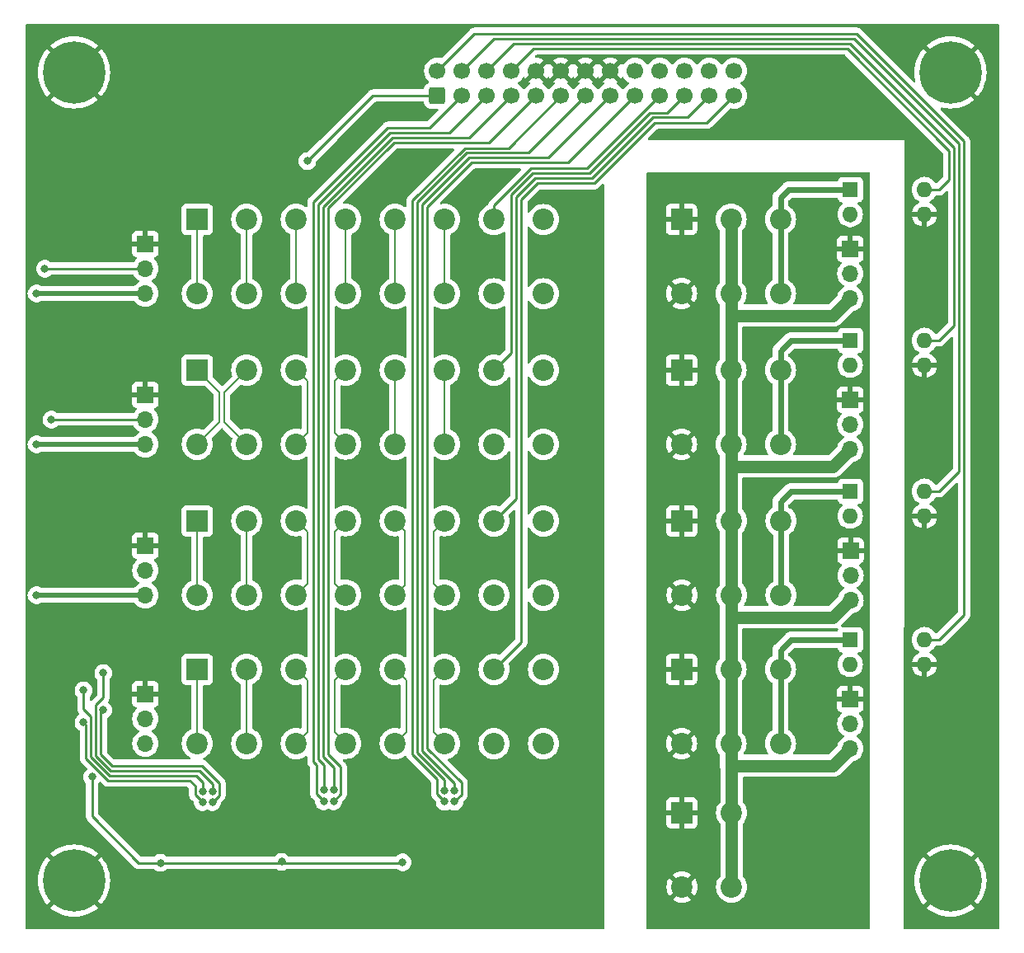
<source format=gbr>
%TF.GenerationSoftware,KiCad,Pcbnew,7.0.7*%
%TF.CreationDate,2023-12-16T22:01:11+01:00*%
%TF.ProjectId,BOB4AXIS,424f4234-4158-4495-932e-6b696361645f,rev?*%
%TF.SameCoordinates,Original*%
%TF.FileFunction,Copper,L1,Top*%
%TF.FilePolarity,Positive*%
%FSLAX46Y46*%
G04 Gerber Fmt 4.6, Leading zero omitted, Abs format (unit mm)*
G04 Created by KiCad (PCBNEW 7.0.7) date 2023-12-16 22:01:11*
%MOMM*%
%LPD*%
G01*
G04 APERTURE LIST*
G04 Aperture macros list*
%AMRoundRect*
0 Rectangle with rounded corners*
0 $1 Rounding radius*
0 $2 $3 $4 $5 $6 $7 $8 $9 X,Y pos of 4 corners*
0 Add a 4 corners polygon primitive as box body*
4,1,4,$2,$3,$4,$5,$6,$7,$8,$9,$2,$3,0*
0 Add four circle primitives for the rounded corners*
1,1,$1+$1,$2,$3*
1,1,$1+$1,$4,$5*
1,1,$1+$1,$6,$7*
1,1,$1+$1,$8,$9*
0 Add four rect primitives between the rounded corners*
20,1,$1+$1,$2,$3,$4,$5,0*
20,1,$1+$1,$4,$5,$6,$7,0*
20,1,$1+$1,$6,$7,$8,$9,0*
20,1,$1+$1,$8,$9,$2,$3,0*%
G04 Aperture macros list end*
%TA.AperFunction,ComponentPad*%
%ADD10C,2.200000*%
%TD*%
%TA.AperFunction,ComponentPad*%
%ADD11R,2.200000X2.200000*%
%TD*%
%TA.AperFunction,ComponentPad*%
%ADD12C,0.800000*%
%TD*%
%TA.AperFunction,ComponentPad*%
%ADD13C,6.400000*%
%TD*%
%TA.AperFunction,ComponentPad*%
%ADD14R,1.700000X1.700000*%
%TD*%
%TA.AperFunction,ComponentPad*%
%ADD15O,1.700000X1.700000*%
%TD*%
%TA.AperFunction,ComponentPad*%
%ADD16R,1.600000X1.600000*%
%TD*%
%TA.AperFunction,ComponentPad*%
%ADD17O,1.600000X1.600000*%
%TD*%
%TA.AperFunction,ComponentPad*%
%ADD18RoundRect,0.250000X0.600000X-0.600000X0.600000X0.600000X-0.600000X0.600000X-0.600000X-0.600000X0*%
%TD*%
%TA.AperFunction,ComponentPad*%
%ADD19C,1.700000*%
%TD*%
%TA.AperFunction,ViaPad*%
%ADD20C,0.800000*%
%TD*%
%TA.AperFunction,Conductor*%
%ADD21C,1.270000*%
%TD*%
%TA.AperFunction,Conductor*%
%ADD22C,0.630000*%
%TD*%
%TA.AperFunction,Conductor*%
%ADD23C,0.500000*%
%TD*%
%TA.AperFunction,Conductor*%
%ADD24C,0.250000*%
%TD*%
%TA.AperFunction,Conductor*%
%ADD25C,0.200000*%
%TD*%
G04 APERTURE END LIST*
D10*
%TO.P,J5,1,Pin_1*%
%TO.N,ENA1-*%
X17652959Y-27715433D03*
D11*
X17652959Y-20095417D03*
D10*
%TO.P,J5,2,Pin_2*%
%TO.N,ENA1+*%
X22732970Y-27715433D03*
X22732970Y-20095417D03*
%TO.P,J5,3,Pin_3*%
%TO.N,STEP1-*%
X27812980Y-27715433D03*
X27812980Y-20095417D03*
%TO.P,J5,4,Pin_4*%
%TO.N,STEP1+*%
X32892990Y-27701209D03*
X32892990Y-20095417D03*
%TO.P,J5,5,Pin_5*%
%TO.N,DIR1-*%
X37973000Y-27715433D03*
X37973000Y-20095417D03*
%TO.P,J5,6,Pin_6*%
%TO.N,DIR1+*%
X43053010Y-27715433D03*
X43053010Y-20095417D03*
%TO.P,J5,7,Pin_7*%
%TO.N,ALARM1*%
X48133020Y-27725339D03*
X48133020Y-20105323D03*
%TO.P,J5,8,Pin_8*%
%TO.N,5V_Fused*%
X53213031Y-27720259D03*
X53213031Y-20100243D03*
%TD*%
D12*
%TO.P,H3,1,1*%
%TO.N,GND*%
X92600000Y-5000000D03*
X93302944Y-3302944D03*
X93302944Y-6697056D03*
X95000000Y-2600000D03*
D13*
X95000000Y-5000000D03*
D12*
X95000000Y-7400000D03*
X96697056Y-3302944D03*
X96697056Y-6697056D03*
X97400000Y-5000000D03*
%TD*%
D14*
%TO.P,JP6,1,A*%
%TO.N,GND*%
X12319000Y-38100000D03*
D15*
%TO.P,JP6,2,C*%
%TO.N,Net-(JP6-C)*%
X12319000Y-40640000D03*
%TO.P,JP6,3,B*%
%TO.N,+5V*%
X12319000Y-43180000D03*
%TD*%
D10*
%TO.P,J8,1,Pin_1*%
%TO.N,ENA4-*%
X17652949Y-73914016D03*
D11*
X17652949Y-66294000D03*
D10*
%TO.P,J8,2,Pin_2*%
%TO.N,ENA4+*%
X22732960Y-73914016D03*
X22732960Y-66294000D03*
%TO.P,J8,3,Pin_3*%
%TO.N,STEP4-*%
X27812970Y-73914016D03*
X27812970Y-66294000D03*
%TO.P,J8,4,Pin_4*%
%TO.N,STEP4+*%
X32892980Y-73899792D03*
X32892980Y-66294000D03*
%TO.P,J8,5,Pin_5*%
%TO.N,DIR4-*%
X37972990Y-73914016D03*
X37972990Y-66294000D03*
%TO.P,J8,6,Pin_6*%
%TO.N,DIR4+*%
X43053000Y-73914016D03*
X43053000Y-66294000D03*
%TO.P,J8,7,Pin_7*%
%TO.N,ALARM4*%
X48133010Y-73923922D03*
X48133010Y-66303906D03*
%TO.P,J8,8,Pin_8*%
%TO.N,5V_Fused*%
X53213021Y-73918842D03*
X53213021Y-66298826D03*
%TD*%
D14*
%TO.P,JP3,1,A*%
%TO.N,GND1*%
X84734000Y-54117000D03*
D15*
%TO.P,JP3,2,C*%
%TO.N,Net-(JP3-C)*%
X84734000Y-56657000D03*
%TO.P,JP3,3,B*%
%TO.N,+24V*%
X84734000Y-59197000D03*
%TD*%
D14*
%TO.P,JP8,1,A*%
%TO.N,GND*%
X12319000Y-68834000D03*
D15*
%TO.P,JP8,2,C*%
%TO.N,Net-(JP8-C)*%
X12319000Y-71374000D03*
%TO.P,JP8,3,B*%
%TO.N,+5V*%
X12319000Y-73914000D03*
%TD*%
D10*
%TO.P,J1,1,Pin_1*%
%TO.N,GND1*%
X67380985Y-27703013D03*
D11*
X67380985Y-20082997D03*
D10*
%TO.P,J1,2,Pin_2*%
%TO.N,+24V*%
X72460995Y-27703013D03*
X72460995Y-20082997D03*
%TO.P,J1,3,Pin_3*%
%TO.N,Net-(J1-Pin_3)*%
X77541005Y-27703013D03*
X77541005Y-20082997D03*
%TD*%
D16*
%TO.P,U3,1*%
%TO.N,Net-(J3-Pin_3)*%
X84709000Y-48006000D03*
D17*
%TO.P,U3,2*%
%TO.N,Net-(R5-Pad1)*%
X84709000Y-50546000D03*
%TO.P,U3,3*%
%TO.N,GND*%
X92329000Y-50546000D03*
%TO.P,U3,4*%
%TO.N,HOME3*%
X92329000Y-48006000D03*
%TD*%
D12*
%TO.P,H1,1,1*%
%TO.N,GND*%
X2600000Y-5000000D03*
X3302944Y-3302944D03*
X3302944Y-6697056D03*
X5000000Y-2600000D03*
D13*
X5000000Y-5000000D03*
D12*
X5000000Y-7400000D03*
X6697056Y-3302944D03*
X6697056Y-6697056D03*
X7400000Y-5000000D03*
%TD*%
D16*
%TO.P,U1,1*%
%TO.N,Net-(J1-Pin_3)*%
X84709000Y-17018000D03*
D17*
%TO.P,U1,2*%
%TO.N,Net-(R1-Pad1)*%
X84709000Y-19558000D03*
%TO.P,U1,3*%
%TO.N,GND*%
X92329000Y-19558000D03*
%TO.P,U1,4*%
%TO.N,HOME1*%
X92329000Y-17018000D03*
%TD*%
D10*
%TO.P,J6,1,Pin_1*%
%TO.N,ENA2-*%
X17652928Y-43175190D03*
D11*
X17652928Y-35555174D03*
D10*
%TO.P,J6,2,Pin_2*%
%TO.N,ENA2+*%
X22732939Y-43175190D03*
X22732939Y-35555174D03*
%TO.P,J6,3,Pin_3*%
%TO.N,STEP2-*%
X27812949Y-43175190D03*
X27812949Y-35555174D03*
%TO.P,J6,4,Pin_4*%
%TO.N,STEP2+*%
X32892959Y-43160966D03*
X32892959Y-35555174D03*
%TO.P,J6,5,Pin_5*%
%TO.N,DIR2-*%
X37972969Y-43175190D03*
X37972969Y-35555174D03*
%TO.P,J6,6,Pin_6*%
%TO.N,DIR2+*%
X43052979Y-43175190D03*
X43052979Y-35555174D03*
%TO.P,J6,7,Pin_7*%
%TO.N,ALARM2*%
X48132989Y-43185096D03*
X48132989Y-35565080D03*
%TO.P,J6,8,Pin_8*%
%TO.N,5V_Fused*%
X53213000Y-43180016D03*
X53213000Y-35560000D03*
%TD*%
D18*
%TO.P,J9,1,Pin_1*%
%TO.N,ENA*%
X42291000Y-7366000D03*
D19*
%TO.P,J9,2,Pin_2*%
%TO.N,HOME4*%
X42291000Y-4826000D03*
%TO.P,J9,3,Pin_3*%
%TO.N,STEP1*%
X44831000Y-7366000D03*
%TO.P,J9,4,Pin_4*%
%TO.N,HOME3*%
X44831000Y-4826000D03*
%TO.P,J9,5,Pin_5*%
%TO.N,STEP2*%
X47371000Y-7366000D03*
%TO.P,J9,6,Pin_6*%
%TO.N,HOME2*%
X47371000Y-4826000D03*
%TO.P,J9,7,Pin_7*%
%TO.N,STEP3*%
X49911000Y-7366000D03*
%TO.P,J9,8,Pin_8*%
%TO.N,HOME1*%
X49911000Y-4826000D03*
%TO.P,J9,9,Pin_9*%
%TO.N,STEP4*%
X52451000Y-7366000D03*
%TO.P,J9,10,Pin_10*%
%TO.N,GND*%
X52451000Y-4826000D03*
%TO.P,J9,11,Pin_11*%
%TO.N,DIR1*%
X54991000Y-7366000D03*
%TO.P,J9,12,Pin_12*%
%TO.N,GND*%
X54991000Y-4826000D03*
%TO.P,J9,13,Pin_13*%
%TO.N,DIR2*%
X57531000Y-7366000D03*
%TO.P,J9,14,Pin_14*%
%TO.N,GND*%
X57531000Y-4826000D03*
%TO.P,J9,15,Pin_15*%
%TO.N,DIR3*%
X60071000Y-7366000D03*
%TO.P,J9,16,Pin_16*%
%TO.N,GND*%
X60071000Y-4826000D03*
%TO.P,J9,17,Pin_17*%
%TO.N,DIR4*%
X62611000Y-7366000D03*
%TO.P,J9,18,Pin_18*%
%TO.N,+5V*%
X62611000Y-4826000D03*
%TO.P,J9,19,Pin_19*%
%TO.N,ALARM1*%
X65151000Y-7366000D03*
%TO.P,J9,20,Pin_20*%
%TO.N,+5V*%
X65151000Y-4826000D03*
%TO.P,J9,21,Pin_21*%
%TO.N,ALARM2*%
X67691000Y-7366000D03*
%TO.P,J9,22,Pin_22*%
%TO.N,+5V*%
X67691000Y-4826000D03*
%TO.P,J9,23,Pin_23*%
%TO.N,ALARM3*%
X70231000Y-7366000D03*
%TO.P,J9,24,Pin_24*%
%TO.N,+5V*%
X70231000Y-4826000D03*
%TO.P,J9,25,Pin_25*%
%TO.N,ALARM4*%
X72771000Y-7366000D03*
%TO.P,J9,26,Pin_26*%
%TO.N,+5V*%
X72771000Y-4826000D03*
%TD*%
D14*
%TO.P,JP2,1,A*%
%TO.N,GND1*%
X84709000Y-38608000D03*
D15*
%TO.P,JP2,2,C*%
%TO.N,Net-(JP2-C)*%
X84709000Y-41148000D03*
%TO.P,JP2,3,B*%
%TO.N,+24V*%
X84709000Y-43688000D03*
%TD*%
D14*
%TO.P,JP7,1,A*%
%TO.N,GND*%
X12319000Y-53594000D03*
D15*
%TO.P,JP7,2,C*%
%TO.N,Net-(JP7-C)*%
X12319000Y-56134000D03*
%TO.P,JP7,3,B*%
%TO.N,+5V*%
X12319000Y-58674000D03*
%TD*%
%TO.P,JP4,3,B*%
%TO.N,+24V*%
X84709000Y-74422000D03*
%TO.P,JP4,2,C*%
%TO.N,Net-(JP4-C)*%
X84709000Y-71882000D03*
D14*
%TO.P,JP4,1,A*%
%TO.N,GND1*%
X84709000Y-69342000D03*
%TD*%
D10*
%TO.P,J4,1,Pin_1*%
%TO.N,GND1*%
X67380985Y-73914016D03*
D11*
X67380985Y-66294000D03*
D10*
%TO.P,J4,2,Pin_2*%
%TO.N,+24V*%
X72460995Y-73914016D03*
X72460995Y-66294000D03*
%TO.P,J4,3,Pin_3*%
%TO.N,Net-(J4-Pin_3)*%
X77541005Y-73914016D03*
X77541005Y-66294000D03*
%TD*%
%TO.P,U7,1,1*%
%TO.N,+24V*%
X72517000Y-88646000D03*
X72517000Y-81025984D03*
%TO.P,U7,2,2*%
%TO.N,GND1*%
X67436990Y-88646000D03*
D11*
X67436990Y-81025984D03*
%TD*%
D10*
%TO.P,J2,1,Pin_1*%
%TO.N,GND1*%
X67380985Y-43180016D03*
D11*
X67380985Y-35560000D03*
D10*
%TO.P,J2,2,Pin_2*%
%TO.N,+24V*%
X72460995Y-43180016D03*
X72460995Y-35560000D03*
%TO.P,J2,3,Pin_3*%
%TO.N,Net-(J2-Pin_3)*%
X77541005Y-43180016D03*
X77541005Y-35560000D03*
%TD*%
D16*
%TO.P,U4,1*%
%TO.N,Net-(J4-Pin_3)*%
X84709000Y-63246000D03*
D17*
%TO.P,U4,2*%
%TO.N,Net-(R7-Pad1)*%
X84709000Y-65786000D03*
%TO.P,U4,3*%
%TO.N,GND*%
X92329000Y-65786000D03*
%TO.P,U4,4*%
%TO.N,HOME4*%
X92329000Y-63246000D03*
%TD*%
D12*
%TO.P,H2,1,1*%
%TO.N,GND*%
X2600000Y-88000000D03*
X3302944Y-86302944D03*
X3302944Y-89697056D03*
X5000000Y-85600000D03*
D13*
X5000000Y-88000000D03*
D12*
X5000000Y-90400000D03*
X6697056Y-86302944D03*
X6697056Y-89697056D03*
X7400000Y-88000000D03*
%TD*%
D14*
%TO.P,JP1,1,A*%
%TO.N,GND1*%
X84709000Y-23114000D03*
D15*
%TO.P,JP1,2,C*%
%TO.N,Net-(JP1-C)*%
X84709000Y-25654000D03*
%TO.P,JP1,3,B*%
%TO.N,+24V*%
X84709000Y-28194000D03*
%TD*%
D12*
%TO.P,H4,1,1*%
%TO.N,GND*%
X92600000Y-88000000D03*
X93302944Y-86302944D03*
X93302944Y-89697056D03*
X95000000Y-85600000D03*
D13*
X95000000Y-88000000D03*
D12*
X95000000Y-90400000D03*
X96697056Y-86302944D03*
X96697056Y-89697056D03*
X97400000Y-88000000D03*
%TD*%
D10*
%TO.P,J7,1,Pin_1*%
%TO.N,ENA3-*%
X17652939Y-58664110D03*
D11*
X17652939Y-51044094D03*
D10*
%TO.P,J7,2,Pin_2*%
%TO.N,ENA3+*%
X22732950Y-58664110D03*
X22732950Y-51044094D03*
%TO.P,J7,3,Pin_3*%
%TO.N,STEP3-*%
X27812960Y-58664110D03*
X27812960Y-51044094D03*
%TO.P,J7,4,Pin_4*%
%TO.N,STEP3+*%
X32892970Y-58649886D03*
X32892970Y-51044094D03*
%TO.P,J7,5,Pin_5*%
%TO.N,DIR3-*%
X37972980Y-58664110D03*
X37972980Y-51044094D03*
%TO.P,J7,6,Pin_6*%
%TO.N,DIR3+*%
X43052990Y-58664110D03*
X43052990Y-51044094D03*
%TO.P,J7,7,Pin_7*%
%TO.N,ALARM3*%
X48133000Y-58674016D03*
X48133000Y-51054000D03*
%TO.P,J7,8,Pin_8*%
%TO.N,5V_Fused*%
X53213011Y-58668936D03*
X53213011Y-51048920D03*
%TD*%
%TO.P,J3,1,Pin_1*%
%TO.N,GND1*%
X67436980Y-58674016D03*
D11*
X67436980Y-51054000D03*
D10*
%TO.P,J3,2,Pin_2*%
%TO.N,+24V*%
X72516990Y-58674016D03*
X72516990Y-51054000D03*
%TO.P,J3,3,Pin_3*%
%TO.N,Net-(J3-Pin_3)*%
X77597000Y-58674016D03*
X77597000Y-51054000D03*
%TD*%
D14*
%TO.P,JP5,1,A*%
%TO.N,GND*%
X12319000Y-22606000D03*
D15*
%TO.P,JP5,2,C*%
%TO.N,Net-(JP5-C)*%
X12319000Y-25146000D03*
%TO.P,JP5,3,B*%
%TO.N,+5V*%
X12319000Y-27686000D03*
%TD*%
D16*
%TO.P,U2,1*%
%TO.N,Net-(J2-Pin_3)*%
X84709000Y-32512000D03*
D17*
%TO.P,U2,2*%
%TO.N,Net-(R3-Pad1)*%
X84709000Y-35052000D03*
%TO.P,U2,3*%
%TO.N,GND*%
X92329000Y-35052000D03*
%TO.P,U2,4*%
%TO.N,HOME2*%
X92329000Y-32512000D03*
%TD*%
D20*
%TO.N,GND1*%
X75184000Y-69596000D03*
X74930000Y-54483000D03*
X75057000Y-23876000D03*
X75057000Y-39243000D03*
%TO.N,+5V*%
X1143000Y-27686000D03*
X1143000Y-43180000D03*
X1143000Y-58674000D03*
%TO.N,GND*%
X36830000Y-89281000D03*
X33147000Y-46863000D03*
X42926000Y-70104000D03*
X3556000Y-77216000D03*
X40640000Y-78867000D03*
X33147000Y-62230000D03*
X18796000Y-56007000D03*
X26162000Y-47117000D03*
X33274000Y-70104000D03*
X26797000Y-31242000D03*
X21463000Y-70612000D03*
X23749000Y-89281000D03*
X11049000Y-80899000D03*
X5334000Y-65024000D03*
X27686000Y-62484000D03*
X23114000Y-76327000D03*
X38735000Y-8890000D03*
X8763000Y-64897000D03*
X33655000Y-78994000D03*
X33274000Y-39243000D03*
X27432000Y-56007000D03*
X33020000Y-54991000D03*
X37592000Y-56261000D03*
X28223000Y-78833200D03*
X27432000Y-70358000D03*
X46228000Y-79121000D03*
X20320000Y-47498000D03*
X39116000Y-75946000D03*
X19050000Y-70612000D03*
X20320000Y-62611000D03*
X20320000Y-31242000D03*
X37719000Y-70104000D03*
X78359000Y-9398000D03*
X15777000Y-78930500D03*
X33147000Y-31115000D03*
X12065000Y-63754000D03*
X22606000Y-39370000D03*
%TO.N,ENA*%
X13872000Y-86169500D03*
X26318000Y-86072200D03*
X28956000Y-14097000D03*
X6858000Y-77343000D03*
X38735000Y-86106000D03*
%TO.N,STEP1*%
X30636000Y-79849200D03*
%TO.N,DIR1*%
X43053000Y-79883000D03*
%TO.N,DIR2*%
X43053000Y-78740000D03*
%TO.N,STEP2*%
X30636000Y-78706200D03*
%TO.N,STEP3*%
X31652000Y-78706200D03*
%TO.N,DIR3*%
X44069000Y-78740000D03*
%TO.N,DIR4*%
X44069000Y-79883000D03*
%TO.N,STEP4*%
X31652000Y-79849200D03*
%TO.N,Net-(JP5-C)*%
X1992500Y-25146000D03*
%TO.N,Net-(JP6-C)*%
X2667000Y-40640000D03*
%TO.N,ENA1*%
X18190000Y-79946500D03*
X5969000Y-71755000D03*
%TO.N,ENA2*%
X5969000Y-68453000D03*
X18190000Y-78803500D03*
%TO.N,ENA3*%
X8001000Y-66675000D03*
X19206000Y-78803500D03*
%TO.N,ENA4*%
X8001000Y-70485000D03*
X19206000Y-79946500D03*
%TD*%
D21*
%TO.N,+24V*%
X72460995Y-73914016D02*
X72460995Y-45466000D01*
X72460995Y-29972000D02*
X72460995Y-20082997D01*
X72460995Y-76200000D02*
X72460995Y-73914016D01*
X72460995Y-45466000D02*
X82931000Y-45466000D01*
X72517000Y-76256005D02*
X72517000Y-88646000D01*
X72460995Y-45466000D02*
X72460995Y-29972000D01*
X82931000Y-76200000D02*
X84709000Y-74422000D01*
X72460995Y-76200000D02*
X72517000Y-76256005D01*
X82931000Y-29972000D02*
X84709000Y-28194000D01*
X72460995Y-60960000D02*
X82931000Y-60960000D01*
X82931000Y-45466000D02*
X84709000Y-43688000D01*
X72460995Y-29972000D02*
X82931000Y-29972000D01*
X82931000Y-60960000D02*
X84709000Y-59182000D01*
X72460995Y-76200000D02*
X82931000Y-76200000D01*
D22*
%TO.N,Net-(J1-Pin_3)*%
X77541005Y-20082997D02*
X77541005Y-17835995D01*
X77541005Y-27703013D02*
X77541005Y-20082997D01*
X77541005Y-17835995D02*
X78359000Y-17018000D01*
X78359000Y-17018000D02*
X84709000Y-17018000D01*
%TO.N,Net-(J2-Pin_3)*%
X77541005Y-33583995D02*
X78613000Y-32512000D01*
X77541005Y-43180016D02*
X77541005Y-35560000D01*
X78613000Y-32512000D02*
X84709000Y-32512000D01*
X77541005Y-35560000D02*
X77541005Y-33583995D01*
%TO.N,Net-(J3-Pin_3)*%
X77541005Y-49077995D02*
X78613000Y-48006000D01*
X77597000Y-58674016D02*
X77597000Y-51054000D01*
X78613000Y-48006000D02*
X84709000Y-48006000D01*
X77541005Y-51054000D02*
X77541005Y-49077995D01*
%TO.N,Net-(J4-Pin_3)*%
X77541005Y-73914016D02*
X77541005Y-66294000D01*
X77541005Y-66294000D02*
X77541005Y-64317995D01*
X78613000Y-63246000D02*
X84709000Y-63246000D01*
X77541005Y-64317995D02*
X78613000Y-63246000D01*
%TO.N,Net-(R1-Pad1)*%
X84692003Y-20082997D02*
X84709000Y-20066000D01*
D23*
%TO.N,+5V*%
X1143000Y-43180000D02*
X12319000Y-43180000D01*
X1143000Y-58674000D02*
X12319000Y-58674000D01*
X1143000Y-27686000D02*
X12319000Y-27686000D01*
D24*
%TO.N,HOME1*%
X84391500Y-2540000D02*
X52197000Y-2540000D01*
X94869000Y-13017500D02*
X84391500Y-2540000D01*
X94869000Y-16002000D02*
X94869000Y-13017500D01*
X52197000Y-2540000D02*
X49911000Y-4826000D01*
X92329000Y-17018000D02*
X93853000Y-17018000D01*
X93853000Y-17018000D02*
X94869000Y-16002000D01*
%TO.N,HOME2*%
X92329000Y-32512000D02*
X93853000Y-32512000D01*
X84709000Y-2032000D02*
X50165000Y-2032000D01*
X93853000Y-32512000D02*
X95377000Y-30988000D01*
X95377000Y-12700000D02*
X84709000Y-2032000D01*
X95377000Y-30988000D02*
X95377000Y-12700000D01*
X50165000Y-2032000D02*
X47371000Y-4826000D01*
%TO.N,HOME3*%
X85090000Y-1524000D02*
X48133000Y-1524000D01*
X92329000Y-48006000D02*
X93853000Y-48006000D01*
X48133000Y-1524000D02*
X44831000Y-4826000D01*
X95885000Y-12319000D02*
X85090000Y-1524000D01*
X93853000Y-48006000D02*
X95885000Y-45974000D01*
X95885000Y-45974000D02*
X95885000Y-12319000D01*
%TO.N,HOME4*%
X46101000Y-1016000D02*
X42291000Y-4826000D01*
X96393000Y-60706000D02*
X96393000Y-12065000D01*
X93853000Y-63246000D02*
X96393000Y-60706000D01*
X85344000Y-1016000D02*
X46101000Y-1016000D01*
X96393000Y-12065000D02*
X85344000Y-1016000D01*
X92329000Y-63246000D02*
X93853000Y-63246000D01*
%TO.N,ENA*%
X35687000Y-7366000D02*
X42291000Y-7366000D01*
X28956000Y-14097000D02*
X35687000Y-7366000D01*
X38671500Y-86169500D02*
X38735000Y-86106000D01*
X11620500Y-86169500D02*
X13872000Y-86169500D01*
X6858000Y-77343000D02*
X6858000Y-81407000D01*
X6858000Y-81407000D02*
X11620500Y-86169500D01*
X13872000Y-86169500D02*
X38671500Y-86169500D01*
%TO.N,STEP1*%
X29591000Y-18288000D02*
X37211000Y-10668000D01*
X29874000Y-79087200D02*
X29874000Y-76102698D01*
X29591000Y-75819698D02*
X29591000Y-18288000D01*
X41529000Y-10668000D02*
X44831000Y-7366000D01*
X37211000Y-10668000D02*
X41529000Y-10668000D01*
X30636000Y-79849200D02*
X29874000Y-79087200D01*
X29874000Y-76102698D02*
X29591000Y-75819698D01*
%TO.N,DIR1*%
X39751000Y-18667604D02*
X39751000Y-18159604D01*
X39751000Y-18159604D02*
X45152604Y-12758000D01*
X45152604Y-12758000D02*
X49599000Y-12758000D01*
X49599000Y-12758000D02*
X54991000Y-7366000D01*
X43053000Y-79883000D02*
X42291000Y-79121000D01*
X39751000Y-75057000D02*
X39751000Y-18667604D01*
X42291000Y-79121000D02*
X42291000Y-77597000D01*
X42291000Y-77597000D02*
X39751000Y-75057000D01*
%TO.N,DIR2*%
X40259000Y-18288000D02*
X45339000Y-13208000D01*
X43053000Y-78740000D02*
X43053000Y-77661896D01*
X40259000Y-74867896D02*
X40259000Y-18288000D01*
X43053000Y-77661896D02*
X40259000Y-74867896D01*
X45339000Y-13208000D02*
X51689000Y-13208000D01*
X51689000Y-13208000D02*
X57531000Y-7366000D01*
%TO.N,STEP2*%
X30633208Y-77563200D02*
X30633208Y-76099208D01*
X30636000Y-78706200D02*
X30636000Y-77563200D01*
X30636000Y-77563200D02*
X30633208Y-77563200D01*
X30099000Y-18542000D02*
X37465000Y-11176000D01*
X43561000Y-11176000D02*
X47371000Y-7366000D01*
X30633208Y-76099208D02*
X30099000Y-75565000D01*
X30099000Y-75565000D02*
X30099000Y-18542000D01*
X37465000Y-11176000D02*
X43561000Y-11176000D01*
%TO.N,STEP3*%
X31652000Y-76356000D02*
X30607000Y-75311000D01*
X45593000Y-11684000D02*
X49911000Y-7366000D01*
X31652000Y-78706200D02*
X31652000Y-76356000D01*
X30607000Y-18794604D02*
X37717604Y-11684000D01*
X37717604Y-11684000D02*
X45593000Y-11684000D01*
X30607000Y-75311000D02*
X30607000Y-18794604D01*
%TO.N,DIR3*%
X44069000Y-78740000D02*
X44069000Y-77978000D01*
X45593000Y-13716000D02*
X53721000Y-13716000D01*
X42797604Y-76708000D02*
X40767000Y-74677396D01*
X40767000Y-74677396D02*
X40767000Y-18542000D01*
X44069000Y-77978000D02*
X42799000Y-76708000D01*
X40767000Y-18542000D02*
X45593000Y-13716000D01*
X42799000Y-76708000D02*
X42797604Y-76708000D01*
X53721000Y-13716000D02*
X60071000Y-7366000D01*
%TO.N,DIR4*%
X41275000Y-74422000D02*
X44794000Y-77941000D01*
X44794000Y-79158000D02*
X44069000Y-79883000D01*
X45847000Y-14224000D02*
X41275000Y-18796000D01*
X62611000Y-7366000D02*
X55753000Y-14224000D01*
X44794000Y-77941000D02*
X44794000Y-79158000D01*
X55753000Y-14224000D02*
X45847000Y-14224000D01*
X41275000Y-18796000D02*
X41275000Y-74422000D01*
%TO.N,STEP4*%
X32377000Y-76319000D02*
X31115000Y-75057000D01*
X32377000Y-79124200D02*
X32377000Y-76319000D01*
X47625000Y-12192000D02*
X52451000Y-7366000D01*
X31115000Y-18923000D02*
X37846000Y-12192000D01*
X31115000Y-74930000D02*
X31115000Y-18923000D01*
X31652000Y-79849200D02*
X32377000Y-79124200D01*
X37846000Y-12192000D02*
X47625000Y-12192000D01*
X31115000Y-75057000D02*
X31115000Y-74803000D01*
%TO.N,ALARM1*%
X51941604Y-14859000D02*
X48133020Y-18667584D01*
X48133020Y-18667584D02*
X48133020Y-20105323D01*
X57658000Y-14859000D02*
X51941604Y-14859000D01*
X65151000Y-7366000D02*
X57658000Y-14859000D01*
%TO.N,ALARM2*%
X67691000Y-7366000D02*
X65913000Y-9144000D01*
X52070000Y-15367000D02*
X49911000Y-17526000D01*
X49911000Y-33787069D02*
X48132989Y-35565080D01*
X57912000Y-15367000D02*
X52070000Y-15367000D01*
X49911000Y-17526000D02*
X49911000Y-33787069D01*
X65913000Y-9144000D02*
X64135000Y-9144000D01*
X64135000Y-9144000D02*
X57912000Y-15367000D01*
%TO.N,ALARM3*%
X70231000Y-7366000D02*
X68003000Y-9594000D01*
X50419000Y-17780000D02*
X50419000Y-48768000D01*
X68003000Y-9594000D02*
X64447000Y-9594000D01*
X58166000Y-15875000D02*
X52324000Y-15875000D01*
X52324000Y-15875000D02*
X50419000Y-17780000D01*
X64447000Y-9594000D02*
X58166000Y-15875000D01*
X50419000Y-48768000D02*
X48133000Y-51054000D01*
%TO.N,ALARM4*%
X58420000Y-16383000D02*
X52578000Y-16383000D01*
X72771000Y-7366000D02*
X69977000Y-10160000D01*
X64643000Y-10160000D02*
X58420000Y-16383000D01*
X50927000Y-18034000D02*
X50927000Y-63509916D01*
X52578000Y-16383000D02*
X50927000Y-18034000D01*
X69977000Y-10160000D02*
X64643000Y-10160000D01*
X50927000Y-63509916D02*
X48133010Y-66303906D01*
D25*
%TO.N,ENA2-*%
X19939000Y-40889159D02*
X19939000Y-37841205D01*
X19939000Y-37841205D02*
X17652969Y-35555174D01*
X17652969Y-43175190D02*
X19939000Y-40889159D01*
%TO.N,ENA2+*%
X22732959Y-43160966D02*
X20447000Y-40875007D01*
X20447000Y-37841133D02*
X22732959Y-35555174D01*
X20447000Y-40875007D02*
X20447000Y-37841133D01*
%TO.N,STEP2-*%
X27812969Y-43175190D02*
X28956000Y-42032159D01*
X28956000Y-42032159D02*
X28956000Y-36698205D01*
X28956000Y-36698205D02*
X27812969Y-35555174D01*
%TO.N,STEP2+*%
X32892959Y-43160966D02*
X31750000Y-42018007D01*
X31750000Y-42018007D02*
X31750000Y-36698133D01*
X31750000Y-36698133D02*
X32892959Y-35555174D01*
%TO.N,DIR2-*%
X37972969Y-43175190D02*
X37972969Y-35555174D01*
%TO.N,DIR2+*%
X43052979Y-35555174D02*
X43052979Y-43175190D01*
%TO.N,ENA1-*%
X17653000Y-27715433D02*
X17653000Y-20095417D01*
%TO.N,ENA1+*%
X22732990Y-20095417D02*
X22732990Y-27701209D01*
%TO.N,STEP1-*%
X27813000Y-27715433D02*
X27813000Y-20095417D01*
%TO.N,STEP1+*%
X32892990Y-20095417D02*
X32892990Y-27701209D01*
%TO.N,DIR1-*%
X37973000Y-27715433D02*
X37973000Y-20095417D01*
%TO.N,DIR1+*%
X43053010Y-27715433D02*
X43053010Y-20095417D01*
D24*
%TO.N,Net-(JP5-C)*%
X12319000Y-25146000D02*
X1992500Y-25146000D01*
%TO.N,Net-(JP6-C)*%
X12319000Y-40640000D02*
X2667000Y-40640000D01*
%TO.N,ENA1*%
X17428000Y-79184500D02*
X17428000Y-78261000D01*
X17428000Y-78261000D02*
X16891000Y-77724000D01*
X6223000Y-72009000D02*
X5969000Y-71755000D01*
X8504812Y-77724000D02*
X6223000Y-75442188D01*
X16891000Y-77724000D02*
X8504812Y-77724000D01*
X6223000Y-75442188D02*
X6223000Y-72009000D01*
X18190000Y-79946500D02*
X17428000Y-79184500D01*
%TO.N,ENA2*%
X18190000Y-77880000D02*
X18190000Y-78803500D01*
X6731000Y-75313792D02*
X8633208Y-77216000D01*
X6731000Y-71120000D02*
X6731000Y-75313792D01*
X17526000Y-77216000D02*
X18190000Y-77880000D01*
X5969000Y-70358000D02*
X6731000Y-71120000D01*
X8633208Y-77216000D02*
X17526000Y-77216000D01*
X5969000Y-68453000D02*
X5969000Y-70358000D01*
%TO.N,ENA3*%
X8001000Y-69215000D02*
X7239000Y-69977000D01*
X7239000Y-75185396D02*
X8761604Y-76708000D01*
X8001000Y-66675000D02*
X8001000Y-69215000D01*
X8761604Y-76708000D02*
X17871104Y-76708000D01*
X7239000Y-69977000D02*
X7239000Y-75185396D01*
X17934604Y-76771500D02*
X17936000Y-76771500D01*
X19206000Y-78041500D02*
X19206000Y-78803500D01*
X17936000Y-76771500D02*
X19206000Y-78041500D01*
X17871104Y-76708000D02*
X17934604Y-76771500D01*
%TO.N,ENA4*%
X19931000Y-77970000D02*
X18161000Y-76200000D01*
X18161000Y-76200000D02*
X8890000Y-76200000D01*
X7747000Y-75057000D02*
X7747000Y-70739000D01*
X7747000Y-70739000D02*
X8001000Y-70485000D01*
X8890000Y-76200000D02*
X7747000Y-75057000D01*
X19931000Y-79221500D02*
X19931000Y-77970000D01*
X19206000Y-79946500D02*
X19931000Y-79221500D01*
D25*
%TO.N,ENA3-*%
X17652980Y-58664110D02*
X17652980Y-51044094D01*
%TO.N,ENA3+*%
X22732970Y-58649886D02*
X22732970Y-51044094D01*
%TO.N,STEP3-*%
X27812980Y-58664110D02*
X28956000Y-57521090D01*
X28956000Y-52187114D02*
X27812980Y-51044094D01*
X28956000Y-57521090D02*
X28956000Y-52187114D01*
%TO.N,STEP3+*%
X31750000Y-52187064D02*
X32892970Y-51044094D01*
X31750000Y-57506916D02*
X31750000Y-52187064D01*
X32892970Y-58649886D02*
X31750000Y-57506916D01*
%TO.N,DIR3-*%
X37972980Y-58664110D02*
X38989000Y-57648090D01*
X38989000Y-57648090D02*
X38989000Y-52060114D01*
X38989000Y-52060114D02*
X37972980Y-51044094D01*
%TO.N,DIR3+*%
X43052990Y-51044094D02*
X41910000Y-52187084D01*
X41910000Y-52187084D02*
X41910000Y-57521120D01*
X41910000Y-57521120D02*
X43052990Y-58664110D01*
%TO.N,DIR4+*%
X41910000Y-67437000D02*
X43053000Y-66294000D01*
X41910000Y-72771016D02*
X41910000Y-67437000D01*
X43053000Y-73914016D02*
X41910000Y-72771016D01*
%TO.N,DIR4-*%
X37972990Y-73914016D02*
X39116000Y-72771006D01*
X39116000Y-72771006D02*
X39116000Y-67437010D01*
X39116000Y-67437010D02*
X37972990Y-66294000D01*
%TO.N,STEP4+*%
X31750000Y-72756812D02*
X31750000Y-67436980D01*
X31750000Y-67436980D02*
X32892980Y-66294000D01*
X32892980Y-73899792D02*
X31750000Y-72756812D01*
%TO.N,STEP4-*%
X28956000Y-67437010D02*
X27812990Y-66294000D01*
X27812990Y-73914016D02*
X28956000Y-72771006D01*
X28956000Y-72771006D02*
X28956000Y-67437010D01*
%TO.N,ENA4+*%
X22732980Y-73899792D02*
X22732980Y-66294000D01*
%TO.N,ENA4-*%
X17652990Y-73914016D02*
X17652990Y-66294000D01*
%TD*%
%TA.AperFunction,Conductor*%
%TO.N,GND*%
G36*
X6392586Y-6039033D02*
G01*
X6621915Y-6268362D01*
X6655400Y-6329685D01*
X6650416Y-6399377D01*
X6608544Y-6455310D01*
X6603126Y-6459144D01*
X6516816Y-6516815D01*
X6516815Y-6516816D01*
X6459144Y-6603126D01*
X6405532Y-6647930D01*
X6336207Y-6656637D01*
X6273180Y-6626482D01*
X6268362Y-6621915D01*
X6039033Y-6392586D01*
X6005548Y-6331263D01*
X6010532Y-6261571D01*
X6046180Y-6210617D01*
X6134870Y-6134870D01*
X6210617Y-6046180D01*
X6269121Y-6007990D01*
X6338989Y-6007490D01*
X6392586Y-6039033D01*
G37*
%TD.AperFunction*%
%TA.AperFunction,Conductor*%
G36*
X3738428Y-6010531D02*
G01*
X3789381Y-6046179D01*
X3865130Y-6134870D01*
X3918972Y-6180855D01*
X3953816Y-6210615D01*
X3992009Y-6269122D01*
X3992507Y-6338990D01*
X3960965Y-6392586D01*
X3731636Y-6621915D01*
X3670313Y-6655400D01*
X3600621Y-6650416D01*
X3544688Y-6608544D01*
X3540853Y-6603124D01*
X3483184Y-6516816D01*
X3396873Y-6459145D01*
X3352068Y-6405533D01*
X3343361Y-6336208D01*
X3373515Y-6273180D01*
X3378083Y-6268362D01*
X3607413Y-6039032D01*
X3668736Y-6005547D01*
X3738428Y-6010531D01*
G37*
%TD.AperFunction*%
%TA.AperFunction,Conductor*%
G36*
X6399377Y-3349582D02*
G01*
X6455310Y-3391454D01*
X6459145Y-3396873D01*
X6461560Y-3400488D01*
X6461561Y-3400489D01*
X6516816Y-3483184D01*
X6596435Y-3536384D01*
X6603124Y-3540853D01*
X6647930Y-3594465D01*
X6656637Y-3663790D01*
X6626483Y-3726817D01*
X6621915Y-3731636D01*
X6392586Y-3960965D01*
X6331263Y-3994450D01*
X6261571Y-3989466D01*
X6210615Y-3953816D01*
X6189296Y-3928855D01*
X6134870Y-3865130D01*
X6046179Y-3789381D01*
X6007989Y-3730878D01*
X6007489Y-3661010D01*
X6039032Y-3607413D01*
X6268362Y-3378083D01*
X6329685Y-3344598D01*
X6399377Y-3349582D01*
G37*
%TD.AperFunction*%
%TA.AperFunction,Conductor*%
G36*
X3726818Y-3373516D02*
G01*
X3731637Y-3378084D01*
X3960966Y-3607413D01*
X3994451Y-3668736D01*
X3989467Y-3738428D01*
X3953817Y-3789384D01*
X3865130Y-3865130D01*
X3789384Y-3953817D01*
X3730877Y-3992010D01*
X3661009Y-3992508D01*
X3607413Y-3960966D01*
X3378084Y-3731637D01*
X3344599Y-3670314D01*
X3349583Y-3600622D01*
X3391455Y-3544689D01*
X3396874Y-3540854D01*
X3400487Y-3538439D01*
X3400489Y-3538439D01*
X3483184Y-3483184D01*
X3538439Y-3400489D01*
X3538439Y-3400487D01*
X3540854Y-3396874D01*
X3594466Y-3352069D01*
X3663791Y-3343362D01*
X3726818Y-3373516D01*
G37*
%TD.AperFunction*%
%TA.AperFunction,Conductor*%
G36*
X99942539Y-20185D02*
G01*
X99988294Y-72989D01*
X99999500Y-124500D01*
X99999500Y-11938000D01*
X97008229Y-11938000D01*
X97006173Y-11928078D01*
X97003664Y-11908208D01*
X96986504Y-11864867D01*
X96984624Y-11859379D01*
X96971618Y-11814610D01*
X96961422Y-11797370D01*
X96952861Y-11779894D01*
X96945487Y-11761270D01*
X96945486Y-11761268D01*
X96918079Y-11723545D01*
X96914888Y-11718686D01*
X96891172Y-11678583D01*
X96891165Y-11678574D01*
X96877006Y-11664415D01*
X96864368Y-11649619D01*
X96852594Y-11633413D01*
X96816688Y-11603709D01*
X96812376Y-11599786D01*
X94020095Y-8807505D01*
X93986611Y-8746183D01*
X93991595Y-8676491D01*
X94033467Y-8620558D01*
X94098931Y-8596141D01*
X94139871Y-8600050D01*
X94229675Y-8624113D01*
X94612712Y-8684780D01*
X94999999Y-8705078D01*
X95000001Y-8705078D01*
X95387287Y-8684780D01*
X95770323Y-8624113D01*
X95770330Y-8624112D01*
X96144936Y-8523737D01*
X96506994Y-8384755D01*
X96852543Y-8208689D01*
X97177783Y-7997476D01*
X97177785Y-7997475D01*
X97435349Y-7788902D01*
X96772196Y-7125749D01*
X96738711Y-7064426D01*
X96743695Y-6994734D01*
X96785567Y-6938801D01*
X96790986Y-6934966D01*
X96794599Y-6932551D01*
X96794601Y-6932551D01*
X96877296Y-6877296D01*
X96932551Y-6794601D01*
X96932551Y-6794599D01*
X96934966Y-6790986D01*
X96988578Y-6746181D01*
X97057903Y-6737474D01*
X97120930Y-6767628D01*
X97125749Y-6772196D01*
X97788902Y-7435349D01*
X97997475Y-7177785D01*
X97997476Y-7177783D01*
X98208689Y-6852543D01*
X98384755Y-6506994D01*
X98523737Y-6144936D01*
X98624112Y-5770330D01*
X98624113Y-5770323D01*
X98684780Y-5387287D01*
X98705078Y-5000000D01*
X98705078Y-4999999D01*
X98684780Y-4612712D01*
X98624113Y-4229676D01*
X98624112Y-4229669D01*
X98523737Y-3855063D01*
X98384755Y-3493005D01*
X98208689Y-3147456D01*
X97997468Y-2822206D01*
X97788904Y-2564649D01*
X97788902Y-2564648D01*
X97125748Y-3227803D01*
X97064425Y-3261288D01*
X96994733Y-3256304D01*
X96938800Y-3214432D01*
X96934965Y-3209012D01*
X96877296Y-3122704D01*
X96790985Y-3065033D01*
X96746180Y-3011421D01*
X96737473Y-2942096D01*
X96767627Y-2879068D01*
X96772195Y-2874250D01*
X97435350Y-2211096D01*
X97435350Y-2211095D01*
X97177793Y-2002531D01*
X96852543Y-1791310D01*
X96506994Y-1615244D01*
X96144936Y-1476262D01*
X95770330Y-1375887D01*
X95770323Y-1375886D01*
X95387287Y-1315219D01*
X95000001Y-1294922D01*
X94999999Y-1294922D01*
X94612712Y-1315219D01*
X94229676Y-1375886D01*
X94229669Y-1375887D01*
X93855063Y-1476262D01*
X93493005Y-1615244D01*
X93147456Y-1791310D01*
X92822206Y-2002531D01*
X92564648Y-2211095D01*
X92564648Y-2211096D01*
X93227803Y-2874251D01*
X93261288Y-2935574D01*
X93256304Y-3005266D01*
X93214432Y-3061199D01*
X93209013Y-3065034D01*
X93122704Y-3122704D01*
X93065034Y-3209013D01*
X93011422Y-3253818D01*
X92942097Y-3262525D01*
X92879069Y-3232370D01*
X92874251Y-3227803D01*
X92211096Y-2564648D01*
X92211095Y-2564648D01*
X92002531Y-2822206D01*
X91791310Y-3147456D01*
X91615244Y-3493005D01*
X91476262Y-3855063D01*
X91375887Y-4229669D01*
X91375886Y-4229676D01*
X91315219Y-4612712D01*
X91294922Y-4999999D01*
X91294922Y-5000000D01*
X91315219Y-5387287D01*
X91375886Y-5770323D01*
X91375886Y-5770325D01*
X91399949Y-5860127D01*
X91398286Y-5929977D01*
X91359124Y-5987840D01*
X91294895Y-6015344D01*
X91225993Y-6003758D01*
X91192493Y-5979902D01*
X85844803Y-632212D01*
X85834980Y-619950D01*
X85834759Y-620134D01*
X85829786Y-614123D01*
X85811159Y-596631D01*
X85779364Y-566773D01*
X85768919Y-556328D01*
X85758475Y-545883D01*
X85752986Y-541625D01*
X85748561Y-537847D01*
X85714582Y-505938D01*
X85714580Y-505936D01*
X85714577Y-505935D01*
X85697029Y-496288D01*
X85680763Y-485604D01*
X85664933Y-473325D01*
X85622168Y-454818D01*
X85616922Y-452248D01*
X85576093Y-429803D01*
X85576092Y-429802D01*
X85556693Y-424822D01*
X85538281Y-418518D01*
X85519898Y-410562D01*
X85519892Y-410560D01*
X85473874Y-403272D01*
X85468152Y-402087D01*
X85423021Y-390500D01*
X85423019Y-390500D01*
X85402984Y-390500D01*
X85383586Y-388973D01*
X85376162Y-387797D01*
X85363805Y-385840D01*
X85363804Y-385840D01*
X85317416Y-390225D01*
X85311578Y-390500D01*
X46183743Y-390500D01*
X46168122Y-388775D01*
X46168095Y-389061D01*
X46160333Y-388326D01*
X46091172Y-390500D01*
X46061649Y-390500D01*
X46054778Y-391367D01*
X46048959Y-391825D01*
X46002374Y-393289D01*
X46002368Y-393290D01*
X45983126Y-398880D01*
X45964087Y-402823D01*
X45944217Y-405334D01*
X45944203Y-405337D01*
X45900883Y-422488D01*
X45895358Y-424380D01*
X45850613Y-437380D01*
X45850610Y-437381D01*
X45833366Y-447579D01*
X45815905Y-456133D01*
X45797274Y-463510D01*
X45797262Y-463517D01*
X45759570Y-490902D01*
X45754687Y-494109D01*
X45714580Y-517829D01*
X45700414Y-531995D01*
X45685624Y-544627D01*
X45669414Y-556404D01*
X45669411Y-556407D01*
X45639710Y-592309D01*
X45635777Y-596631D01*
X42746646Y-3485761D01*
X42685323Y-3519246D01*
X42626873Y-3517855D01*
X42526408Y-3490937D01*
X42291001Y-3470341D01*
X42290999Y-3470341D01*
X42055596Y-3490936D01*
X42055586Y-3490938D01*
X41827344Y-3552094D01*
X41827335Y-3552098D01*
X41613171Y-3651964D01*
X41613169Y-3651965D01*
X41419597Y-3787505D01*
X41252505Y-3954597D01*
X41116965Y-4148169D01*
X41116964Y-4148171D01*
X41017098Y-4362335D01*
X41017094Y-4362344D01*
X40955938Y-4590586D01*
X40955936Y-4590596D01*
X40935341Y-4825999D01*
X40935341Y-4826000D01*
X40955936Y-5061403D01*
X40955938Y-5061413D01*
X41017094Y-5289655D01*
X41017096Y-5289659D01*
X41017097Y-5289663D01*
X41062620Y-5387287D01*
X41116965Y-5503830D01*
X41116967Y-5503834D01*
X41175462Y-5587373D01*
X41252505Y-5697401D01*
X41419599Y-5864495D01*
X41419604Y-5864499D01*
X41420968Y-5865643D01*
X41421407Y-5866303D01*
X41423427Y-5868323D01*
X41423021Y-5868728D01*
X41459669Y-5923815D01*
X41460776Y-5993676D01*
X41423937Y-6053046D01*
X41380267Y-6078336D01*
X41371669Y-6081184D01*
X41371663Y-6081187D01*
X41222342Y-6173289D01*
X41098289Y-6297342D01*
X41006187Y-6446663D01*
X41006185Y-6446668D01*
X40951001Y-6613204D01*
X40951000Y-6613205D01*
X40949377Y-6629101D01*
X40922982Y-6693793D01*
X40865802Y-6733945D01*
X40826019Y-6740500D01*
X35769737Y-6740500D01*
X35754120Y-6738776D01*
X35754093Y-6739062D01*
X35746331Y-6738327D01*
X35677203Y-6740500D01*
X35647650Y-6740500D01*
X35646929Y-6740590D01*
X35640757Y-6741369D01*
X35634945Y-6741826D01*
X35588372Y-6743290D01*
X35588369Y-6743291D01*
X35569126Y-6748881D01*
X35550083Y-6752825D01*
X35530204Y-6755336D01*
X35530203Y-6755337D01*
X35486878Y-6772490D01*
X35481352Y-6774382D01*
X35436608Y-6787383D01*
X35436604Y-6787385D01*
X35419365Y-6797580D01*
X35401898Y-6806137D01*
X35383269Y-6813512D01*
X35383267Y-6813513D01*
X35345564Y-6840906D01*
X35340682Y-6844112D01*
X35300580Y-6867828D01*
X35286408Y-6882000D01*
X35271623Y-6894628D01*
X35255412Y-6906407D01*
X35225709Y-6942310D01*
X35221776Y-6946631D01*
X31919778Y-10248631D01*
X30230409Y-11938000D01*
X500Y-11938000D01*
X500Y-5000000D01*
X1294922Y-5000000D01*
X1315219Y-5387287D01*
X1375886Y-5770323D01*
X1375887Y-5770330D01*
X1476262Y-6144936D01*
X1615244Y-6506994D01*
X1791310Y-6852543D01*
X2002531Y-7177793D01*
X2211095Y-7435350D01*
X2211096Y-7435350D01*
X2874250Y-6772195D01*
X2935573Y-6738710D01*
X3005264Y-6743694D01*
X3061198Y-6785565D01*
X3065033Y-6790985D01*
X3122704Y-6877296D01*
X3209012Y-6934965D01*
X3253818Y-6988577D01*
X3262525Y-7057902D01*
X3232371Y-7120929D01*
X3227803Y-7125748D01*
X2564648Y-7788902D01*
X2564649Y-7788904D01*
X2822206Y-7997468D01*
X3147456Y-8208689D01*
X3493005Y-8384755D01*
X3855063Y-8523737D01*
X4229669Y-8624112D01*
X4229676Y-8624113D01*
X4612712Y-8684780D01*
X4999999Y-8705078D01*
X5000001Y-8705078D01*
X5387287Y-8684780D01*
X5770323Y-8624113D01*
X5770330Y-8624112D01*
X6144936Y-8523737D01*
X6506994Y-8384755D01*
X6852543Y-8208689D01*
X7177783Y-7997476D01*
X7177785Y-7997475D01*
X7435349Y-7788902D01*
X6772196Y-7125749D01*
X6738711Y-7064426D01*
X6743695Y-6994734D01*
X6785567Y-6938801D01*
X6790986Y-6934966D01*
X6794599Y-6932551D01*
X6794601Y-6932551D01*
X6877296Y-6877296D01*
X6932551Y-6794601D01*
X6932551Y-6794599D01*
X6934966Y-6790986D01*
X6988578Y-6746181D01*
X7057903Y-6737474D01*
X7120930Y-6767628D01*
X7125749Y-6772196D01*
X7788902Y-7435349D01*
X7997475Y-7177785D01*
X7997476Y-7177783D01*
X8208689Y-6852543D01*
X8384755Y-6506994D01*
X8523737Y-6144936D01*
X8624112Y-5770330D01*
X8624113Y-5770323D01*
X8684780Y-5387287D01*
X8705078Y-5000000D01*
X8705078Y-4999999D01*
X8684780Y-4612712D01*
X8624113Y-4229676D01*
X8624112Y-4229669D01*
X8523737Y-3855063D01*
X8384755Y-3493005D01*
X8208689Y-3147456D01*
X7997468Y-2822206D01*
X7788904Y-2564649D01*
X7788902Y-2564648D01*
X7125748Y-3227803D01*
X7064425Y-3261288D01*
X6994733Y-3256304D01*
X6938800Y-3214432D01*
X6934965Y-3209012D01*
X6877296Y-3122704D01*
X6790985Y-3065033D01*
X6746180Y-3011421D01*
X6737473Y-2942096D01*
X6767627Y-2879068D01*
X6772195Y-2874250D01*
X7435350Y-2211096D01*
X7435350Y-2211095D01*
X7177793Y-2002531D01*
X6852543Y-1791310D01*
X6506994Y-1615244D01*
X6144936Y-1476262D01*
X5770330Y-1375887D01*
X5770323Y-1375886D01*
X5387287Y-1315219D01*
X5000001Y-1294922D01*
X4999999Y-1294922D01*
X4612712Y-1315219D01*
X4229676Y-1375886D01*
X4229669Y-1375887D01*
X3855063Y-1476262D01*
X3493005Y-1615244D01*
X3147456Y-1791310D01*
X2822206Y-2002531D01*
X2564648Y-2211095D01*
X2564648Y-2211096D01*
X3227803Y-2874251D01*
X3261288Y-2935574D01*
X3256304Y-3005266D01*
X3214432Y-3061199D01*
X3209013Y-3065034D01*
X3122704Y-3122704D01*
X3065034Y-3209013D01*
X3011422Y-3253818D01*
X2942097Y-3262525D01*
X2879069Y-3232370D01*
X2874251Y-3227803D01*
X2211096Y-2564648D01*
X2211095Y-2564648D01*
X2002531Y-2822206D01*
X1791310Y-3147456D01*
X1615244Y-3493005D01*
X1476262Y-3855063D01*
X1375887Y-4229669D01*
X1375886Y-4229676D01*
X1315219Y-4612712D01*
X1294922Y-4999999D01*
X1294922Y-5000000D01*
X500Y-5000000D01*
X500Y-124500D01*
X20185Y-57461D01*
X72989Y-11706D01*
X124500Y-500D01*
X99875500Y-500D01*
X99942539Y-20185D01*
G37*
%TD.AperFunction*%
%TA.AperFunction,Conductor*%
G36*
X40893058Y-8011185D02*
G01*
X40938813Y-8063989D01*
X40949377Y-8102899D01*
X40951000Y-8118796D01*
X40951001Y-8118799D01*
X40990303Y-8237402D01*
X41006186Y-8285334D01*
X41098288Y-8434656D01*
X41222344Y-8558712D01*
X41371666Y-8650814D01*
X41538203Y-8705999D01*
X41640991Y-8716500D01*
X42296547Y-8716499D01*
X42363585Y-8736183D01*
X42409340Y-8788987D01*
X42419284Y-8858146D01*
X42390259Y-8921702D01*
X42384227Y-8928180D01*
X41306228Y-10006181D01*
X41244905Y-10039666D01*
X41218547Y-10042500D01*
X37293737Y-10042500D01*
X37278120Y-10040776D01*
X37278093Y-10041062D01*
X37270331Y-10040327D01*
X37201203Y-10042500D01*
X37171650Y-10042500D01*
X37170929Y-10042590D01*
X37164757Y-10043369D01*
X37158945Y-10043826D01*
X37112378Y-10045290D01*
X37112367Y-10045292D01*
X37093134Y-10050879D01*
X37074094Y-10054822D01*
X37054217Y-10057334D01*
X37054210Y-10057335D01*
X37054208Y-10057336D01*
X37054206Y-10057336D01*
X37054205Y-10057337D01*
X37010868Y-10074494D01*
X37005342Y-10076386D01*
X36960611Y-10089382D01*
X36960608Y-10089383D01*
X36943363Y-10099581D01*
X36925901Y-10108135D01*
X36907272Y-10115511D01*
X36907267Y-10115513D01*
X36869564Y-10142906D01*
X36864682Y-10146112D01*
X36824580Y-10169828D01*
X36810408Y-10184000D01*
X36795623Y-10196628D01*
X36779412Y-10208407D01*
X36749709Y-10244310D01*
X36745777Y-10248631D01*
X35056408Y-11938000D01*
X31999590Y-11938000D01*
X32879091Y-11058500D01*
X35909771Y-8027819D01*
X35971095Y-7994334D01*
X35997453Y-7991500D01*
X40826019Y-7991500D01*
X40893058Y-8011185D01*
G37*
%TD.AperFunction*%
%TA.AperFunction,Conductor*%
G36*
X84148087Y-3185185D02*
G01*
X84168729Y-3201819D01*
X92904910Y-11938000D01*
X64048953Y-11938000D01*
X63981914Y-11918315D01*
X63936159Y-11865511D01*
X63926215Y-11796353D01*
X63955240Y-11732797D01*
X63961272Y-11726319D01*
X64865772Y-10821819D01*
X64927095Y-10788334D01*
X64953453Y-10785500D01*
X69894257Y-10785500D01*
X69909877Y-10787224D01*
X69909904Y-10786939D01*
X69917660Y-10787671D01*
X69917667Y-10787673D01*
X69986814Y-10785500D01*
X70016350Y-10785500D01*
X70023228Y-10784630D01*
X70029041Y-10784172D01*
X70075627Y-10782709D01*
X70094869Y-10777117D01*
X70113912Y-10773174D01*
X70133792Y-10770664D01*
X70177122Y-10753507D01*
X70182646Y-10751617D01*
X70186396Y-10750527D01*
X70227390Y-10738618D01*
X70244629Y-10728422D01*
X70262103Y-10719862D01*
X70280727Y-10712488D01*
X70280727Y-10712487D01*
X70280732Y-10712486D01*
X70318449Y-10685082D01*
X70323305Y-10681892D01*
X70363420Y-10658170D01*
X70377589Y-10643999D01*
X70392379Y-10631368D01*
X70408587Y-10619594D01*
X70438299Y-10583676D01*
X70442212Y-10579376D01*
X72315353Y-8706235D01*
X72376674Y-8672752D01*
X72435125Y-8674143D01*
X72469780Y-8683428D01*
X72535592Y-8701063D01*
X72712034Y-8716500D01*
X72770999Y-8721659D01*
X72771000Y-8721659D01*
X72771001Y-8721659D01*
X72829966Y-8716500D01*
X73006408Y-8701063D01*
X73234663Y-8639903D01*
X73448830Y-8540035D01*
X73642401Y-8404495D01*
X73809495Y-8237401D01*
X73945035Y-8043830D01*
X74044903Y-7829663D01*
X74106063Y-7601408D01*
X74126659Y-7366000D01*
X74106063Y-7130592D01*
X74044903Y-6902337D01*
X73945035Y-6688171D01*
X73939425Y-6680158D01*
X73809494Y-6494597D01*
X73642402Y-6327506D01*
X73642396Y-6327501D01*
X73456842Y-6197575D01*
X73413217Y-6142998D01*
X73406023Y-6073500D01*
X73437546Y-6011145D01*
X73456842Y-5994425D01*
X73584165Y-5905272D01*
X73642401Y-5864495D01*
X73809495Y-5697401D01*
X73945035Y-5503830D01*
X74044903Y-5289663D01*
X74106063Y-5061408D01*
X74126659Y-4826000D01*
X74106063Y-4590592D01*
X74055275Y-4401048D01*
X74044905Y-4362344D01*
X74044904Y-4362343D01*
X74044903Y-4362337D01*
X73945035Y-4148171D01*
X73939731Y-4140595D01*
X73809494Y-3954597D01*
X73642402Y-3787506D01*
X73642395Y-3787501D01*
X73448834Y-3651967D01*
X73448830Y-3651965D01*
X73353288Y-3607413D01*
X73234663Y-3552097D01*
X73234659Y-3552096D01*
X73234655Y-3552094D01*
X73006413Y-3490938D01*
X73006403Y-3490936D01*
X72771001Y-3470341D01*
X72770999Y-3470341D01*
X72535596Y-3490936D01*
X72535586Y-3490938D01*
X72307344Y-3552094D01*
X72307335Y-3552098D01*
X72093171Y-3651964D01*
X72093169Y-3651965D01*
X71899597Y-3787505D01*
X71732505Y-3954597D01*
X71602575Y-4140158D01*
X71547998Y-4183783D01*
X71478500Y-4190977D01*
X71416145Y-4159454D01*
X71399425Y-4140158D01*
X71269494Y-3954597D01*
X71102402Y-3787506D01*
X71102395Y-3787501D01*
X70908834Y-3651967D01*
X70908830Y-3651965D01*
X70813288Y-3607413D01*
X70694663Y-3552097D01*
X70694659Y-3552096D01*
X70694655Y-3552094D01*
X70466413Y-3490938D01*
X70466403Y-3490936D01*
X70231001Y-3470341D01*
X70230999Y-3470341D01*
X69995596Y-3490936D01*
X69995586Y-3490938D01*
X69767344Y-3552094D01*
X69767335Y-3552098D01*
X69553171Y-3651964D01*
X69553169Y-3651965D01*
X69359597Y-3787505D01*
X69192505Y-3954597D01*
X69062575Y-4140158D01*
X69007998Y-4183783D01*
X68938500Y-4190977D01*
X68876145Y-4159454D01*
X68859425Y-4140158D01*
X68729494Y-3954597D01*
X68562402Y-3787506D01*
X68562395Y-3787501D01*
X68368834Y-3651967D01*
X68368830Y-3651965D01*
X68273288Y-3607413D01*
X68154663Y-3552097D01*
X68154659Y-3552096D01*
X68154655Y-3552094D01*
X67926413Y-3490938D01*
X67926403Y-3490936D01*
X67691001Y-3470341D01*
X67690999Y-3470341D01*
X67455596Y-3490936D01*
X67455586Y-3490938D01*
X67227344Y-3552094D01*
X67227335Y-3552098D01*
X67013171Y-3651964D01*
X67013169Y-3651965D01*
X66819597Y-3787505D01*
X66652505Y-3954597D01*
X66522575Y-4140158D01*
X66467998Y-4183783D01*
X66398500Y-4190977D01*
X66336145Y-4159454D01*
X66319425Y-4140158D01*
X66189494Y-3954597D01*
X66022402Y-3787506D01*
X66022395Y-3787501D01*
X65828834Y-3651967D01*
X65828830Y-3651965D01*
X65733288Y-3607413D01*
X65614663Y-3552097D01*
X65614659Y-3552096D01*
X65614655Y-3552094D01*
X65386413Y-3490938D01*
X65386403Y-3490936D01*
X65151001Y-3470341D01*
X65150999Y-3470341D01*
X64915596Y-3490936D01*
X64915586Y-3490938D01*
X64687344Y-3552094D01*
X64687335Y-3552098D01*
X64473171Y-3651964D01*
X64473169Y-3651965D01*
X64279597Y-3787505D01*
X64112505Y-3954597D01*
X63982575Y-4140158D01*
X63927998Y-4183783D01*
X63858500Y-4190977D01*
X63796145Y-4159454D01*
X63779425Y-4140158D01*
X63649494Y-3954597D01*
X63482402Y-3787506D01*
X63482395Y-3787501D01*
X63288834Y-3651967D01*
X63288830Y-3651965D01*
X63193288Y-3607413D01*
X63074663Y-3552097D01*
X63074659Y-3552096D01*
X63074655Y-3552094D01*
X62846413Y-3490938D01*
X62846403Y-3490936D01*
X62611001Y-3470341D01*
X62610999Y-3470341D01*
X62375596Y-3490936D01*
X62375586Y-3490938D01*
X62147344Y-3552094D01*
X62147335Y-3552098D01*
X61933171Y-3651964D01*
X61933169Y-3651965D01*
X61739597Y-3787505D01*
X61572505Y-3954597D01*
X61442269Y-4140595D01*
X61387692Y-4184220D01*
X61318194Y-4191414D01*
X61255839Y-4159891D01*
X61239119Y-4140595D01*
X61185925Y-4064626D01*
X61185925Y-4064625D01*
X60679949Y-4570602D01*
X60618626Y-4604087D01*
X60548934Y-4599103D01*
X60493001Y-4557231D01*
X60487953Y-4549961D01*
X60452761Y-4495202D01*
X60337398Y-4395241D01*
X60339708Y-4392574D01*
X60305005Y-4352528D01*
X60295058Y-4283370D01*
X60324080Y-4219813D01*
X60330116Y-4213330D01*
X60832373Y-3711073D01*
X60832373Y-3711072D01*
X60748583Y-3652402D01*
X60748579Y-3652400D01*
X60534492Y-3552570D01*
X60534483Y-3552566D01*
X60306326Y-3491432D01*
X60306315Y-3491430D01*
X60071002Y-3470843D01*
X60070998Y-3470843D01*
X59835684Y-3491430D01*
X59835673Y-3491432D01*
X59607516Y-3552566D01*
X59607507Y-3552570D01*
X59393419Y-3652401D01*
X59309625Y-3711072D01*
X59811883Y-4213330D01*
X59845368Y-4274653D01*
X59840384Y-4344345D01*
X59803357Y-4393805D01*
X59804602Y-4395241D01*
X59689238Y-4495202D01*
X59654046Y-4549962D01*
X59601242Y-4595717D01*
X59532083Y-4605660D01*
X59468528Y-4576634D01*
X59462050Y-4570603D01*
X58956072Y-4064625D01*
X58956072Y-4064626D01*
X58902574Y-4141030D01*
X58847998Y-4184655D01*
X58778499Y-4191849D01*
X58716144Y-4160326D01*
X58699424Y-4141030D01*
X58645925Y-4064626D01*
X58645925Y-4064625D01*
X58139949Y-4570602D01*
X58078626Y-4604087D01*
X58008934Y-4599103D01*
X57953001Y-4557231D01*
X57947953Y-4549961D01*
X57912761Y-4495202D01*
X57797398Y-4395241D01*
X57799708Y-4392574D01*
X57765005Y-4352528D01*
X57755058Y-4283370D01*
X57784080Y-4219813D01*
X57790116Y-4213330D01*
X58292373Y-3711073D01*
X58292373Y-3711072D01*
X58208583Y-3652402D01*
X58208579Y-3652400D01*
X57994492Y-3552570D01*
X57994483Y-3552566D01*
X57766326Y-3491432D01*
X57766315Y-3491430D01*
X57531002Y-3470843D01*
X57530998Y-3470843D01*
X57295684Y-3491430D01*
X57295673Y-3491432D01*
X57067516Y-3552566D01*
X57067507Y-3552570D01*
X56853419Y-3652401D01*
X56769625Y-3711072D01*
X57271883Y-4213330D01*
X57305368Y-4274653D01*
X57300384Y-4344345D01*
X57263357Y-4393805D01*
X57264602Y-4395241D01*
X57149238Y-4495202D01*
X57114046Y-4549962D01*
X57061242Y-4595717D01*
X56992083Y-4605660D01*
X56928528Y-4576634D01*
X56922050Y-4570603D01*
X56416072Y-4064625D01*
X56416072Y-4064626D01*
X56362574Y-4141030D01*
X56307998Y-4184655D01*
X56238499Y-4191849D01*
X56176144Y-4160326D01*
X56159424Y-4141030D01*
X56105925Y-4064626D01*
X56105925Y-4064625D01*
X55599949Y-4570602D01*
X55538626Y-4604087D01*
X55468934Y-4599103D01*
X55413001Y-4557231D01*
X55407953Y-4549961D01*
X55372761Y-4495202D01*
X55257398Y-4395241D01*
X55259708Y-4392574D01*
X55225005Y-4352528D01*
X55215058Y-4283370D01*
X55244080Y-4219813D01*
X55250116Y-4213330D01*
X55752373Y-3711073D01*
X55752373Y-3711072D01*
X55668583Y-3652402D01*
X55668579Y-3652400D01*
X55454492Y-3552570D01*
X55454483Y-3552566D01*
X55226326Y-3491432D01*
X55226315Y-3491430D01*
X54991002Y-3470843D01*
X54990998Y-3470843D01*
X54755684Y-3491430D01*
X54755673Y-3491432D01*
X54527516Y-3552566D01*
X54527507Y-3552570D01*
X54313419Y-3652401D01*
X54229625Y-3711072D01*
X54731883Y-4213330D01*
X54765368Y-4274653D01*
X54760384Y-4344345D01*
X54723357Y-4393805D01*
X54724602Y-4395241D01*
X54609238Y-4495202D01*
X54574046Y-4549962D01*
X54521242Y-4595717D01*
X54452083Y-4605660D01*
X54388528Y-4576634D01*
X54382050Y-4570603D01*
X53876072Y-4064625D01*
X53876072Y-4064626D01*
X53822574Y-4141030D01*
X53767998Y-4184655D01*
X53698499Y-4191849D01*
X53636144Y-4160326D01*
X53619424Y-4141030D01*
X53565925Y-4064626D01*
X53565925Y-4064625D01*
X53059949Y-4570602D01*
X52998626Y-4604087D01*
X52928934Y-4599103D01*
X52873001Y-4557231D01*
X52867953Y-4549961D01*
X52832761Y-4495202D01*
X52717398Y-4395241D01*
X52719708Y-4392574D01*
X52685005Y-4352528D01*
X52675058Y-4283370D01*
X52704080Y-4219813D01*
X52710116Y-4213330D01*
X53212373Y-3711073D01*
X53212373Y-3711072D01*
X53128583Y-3652402D01*
X53128579Y-3652400D01*
X52914492Y-3552570D01*
X52914483Y-3552566D01*
X52686326Y-3491432D01*
X52686315Y-3491430D01*
X52451002Y-3470843D01*
X52450110Y-3470843D01*
X52449731Y-3470731D01*
X52445607Y-3470371D01*
X52445679Y-3469542D01*
X52383071Y-3451158D01*
X52337316Y-3398354D01*
X52327372Y-3329196D01*
X52356397Y-3265640D01*
X52362429Y-3259162D01*
X52419772Y-3201819D01*
X52481095Y-3168334D01*
X52507453Y-3165500D01*
X84081048Y-3165500D01*
X84148087Y-3185185D01*
G37*
%TD.AperFunction*%
%TA.AperFunction,Conductor*%
G36*
X51973064Y-5052894D02*
G01*
X52028998Y-5094765D01*
X52034039Y-5102025D01*
X52069239Y-5156798D01*
X52176801Y-5250000D01*
X52184602Y-5256759D01*
X52182293Y-5259422D01*
X52217006Y-5299499D01*
X52226935Y-5368660D01*
X52197898Y-5432210D01*
X52191882Y-5438669D01*
X51689625Y-5940925D01*
X51765594Y-5994119D01*
X51809219Y-6048696D01*
X51816413Y-6118194D01*
X51784890Y-6180549D01*
X51765595Y-6197269D01*
X51579594Y-6327508D01*
X51412505Y-6494597D01*
X51282575Y-6680158D01*
X51227998Y-6723783D01*
X51158500Y-6730977D01*
X51096145Y-6699454D01*
X51079425Y-6680158D01*
X50949494Y-6494597D01*
X50782402Y-6327506D01*
X50782396Y-6327501D01*
X50596842Y-6197575D01*
X50553217Y-6142998D01*
X50546023Y-6073500D01*
X50577546Y-6011145D01*
X50596842Y-5994425D01*
X50724165Y-5905272D01*
X50782401Y-5864495D01*
X50949495Y-5697401D01*
X51079732Y-5511403D01*
X51134307Y-5467780D01*
X51203805Y-5460586D01*
X51266160Y-5492109D01*
X51282880Y-5511405D01*
X51336073Y-5587373D01*
X51842050Y-5081395D01*
X51903373Y-5047910D01*
X51973064Y-5052894D01*
G37*
%TD.AperFunction*%
%TA.AperFunction,Conductor*%
G36*
X55593470Y-5075363D02*
G01*
X55599949Y-5081396D01*
X56105925Y-5587373D01*
X56159425Y-5510968D01*
X56214002Y-5467344D01*
X56283501Y-5460151D01*
X56345855Y-5491673D01*
X56362576Y-5510969D01*
X56416073Y-5587372D01*
X56922050Y-5081395D01*
X56983373Y-5047910D01*
X57053064Y-5052894D01*
X57108998Y-5094765D01*
X57114039Y-5102025D01*
X57149239Y-5156798D01*
X57256801Y-5250000D01*
X57264602Y-5256759D01*
X57262293Y-5259422D01*
X57297006Y-5299499D01*
X57306935Y-5368660D01*
X57277898Y-5432210D01*
X57271882Y-5438669D01*
X56769625Y-5940925D01*
X56845594Y-5994119D01*
X56889219Y-6048696D01*
X56896413Y-6118194D01*
X56864890Y-6180549D01*
X56845595Y-6197269D01*
X56659594Y-6327508D01*
X56492505Y-6494597D01*
X56362575Y-6680158D01*
X56307998Y-6723783D01*
X56238500Y-6730977D01*
X56176145Y-6699454D01*
X56159425Y-6680158D01*
X56029494Y-6494597D01*
X55862402Y-6327506D01*
X55862401Y-6327505D01*
X55676405Y-6197269D01*
X55632781Y-6142692D01*
X55625588Y-6073193D01*
X55657110Y-6010839D01*
X55676405Y-5994119D01*
X55752373Y-5940925D01*
X55250116Y-5438669D01*
X55216631Y-5377346D01*
X55221615Y-5307655D01*
X55258640Y-5258193D01*
X55257398Y-5256759D01*
X55264100Y-5250952D01*
X55372761Y-5156798D01*
X55407954Y-5102037D01*
X55460755Y-5056283D01*
X55529914Y-5046339D01*
X55593470Y-5075363D01*
G37*
%TD.AperFunction*%
%TA.AperFunction,Conductor*%
G36*
X58133470Y-5075363D02*
G01*
X58139949Y-5081396D01*
X58645925Y-5587373D01*
X58699424Y-5510970D01*
X58754001Y-5467345D01*
X58823499Y-5460152D01*
X58885854Y-5491674D01*
X58902574Y-5510970D01*
X58956072Y-5587373D01*
X58956073Y-5587373D01*
X59462050Y-5081395D01*
X59523373Y-5047910D01*
X59593064Y-5052894D01*
X59648998Y-5094765D01*
X59654039Y-5102025D01*
X59689239Y-5156798D01*
X59796801Y-5250000D01*
X59804602Y-5256759D01*
X59802293Y-5259422D01*
X59837006Y-5299499D01*
X59846935Y-5368660D01*
X59817898Y-5432210D01*
X59811882Y-5438669D01*
X59309625Y-5940925D01*
X59385594Y-5994119D01*
X59429219Y-6048696D01*
X59436413Y-6118194D01*
X59404890Y-6180549D01*
X59385595Y-6197269D01*
X59199594Y-6327508D01*
X59032505Y-6494597D01*
X58902575Y-6680158D01*
X58847998Y-6723783D01*
X58778500Y-6730977D01*
X58716145Y-6699454D01*
X58699425Y-6680158D01*
X58569494Y-6494597D01*
X58402402Y-6327506D01*
X58402401Y-6327505D01*
X58216405Y-6197269D01*
X58172781Y-6142692D01*
X58165588Y-6073193D01*
X58197110Y-6010839D01*
X58216405Y-5994119D01*
X58292373Y-5940925D01*
X57790116Y-5438669D01*
X57756631Y-5377346D01*
X57761615Y-5307655D01*
X57798640Y-5258193D01*
X57797398Y-5256759D01*
X57804100Y-5250952D01*
X57912761Y-5156798D01*
X57947954Y-5102037D01*
X58000755Y-5056283D01*
X58069914Y-5046339D01*
X58133470Y-5075363D01*
G37*
%TD.AperFunction*%
%TA.AperFunction,Conductor*%
G36*
X53053470Y-5075363D02*
G01*
X53059949Y-5081396D01*
X53565925Y-5587373D01*
X53619425Y-5510968D01*
X53674002Y-5467344D01*
X53743501Y-5460151D01*
X53805855Y-5491673D01*
X53822576Y-5510969D01*
X53876073Y-5587372D01*
X54382050Y-5081395D01*
X54443373Y-5047910D01*
X54513064Y-5052894D01*
X54568998Y-5094765D01*
X54574039Y-5102025D01*
X54609239Y-5156798D01*
X54716801Y-5250000D01*
X54724602Y-5256759D01*
X54722293Y-5259422D01*
X54757006Y-5299499D01*
X54766935Y-5368660D01*
X54737898Y-5432210D01*
X54731882Y-5438669D01*
X54229625Y-5940925D01*
X54305594Y-5994119D01*
X54349219Y-6048696D01*
X54356413Y-6118194D01*
X54324890Y-6180549D01*
X54305595Y-6197269D01*
X54119594Y-6327508D01*
X53952508Y-6494594D01*
X53822574Y-6680159D01*
X53767997Y-6723784D01*
X53698498Y-6730976D01*
X53636144Y-6699454D01*
X53619424Y-6680158D01*
X53602088Y-6655400D01*
X53517554Y-6534671D01*
X53489494Y-6494597D01*
X53322402Y-6327506D01*
X53322401Y-6327505D01*
X53136405Y-6197269D01*
X53092781Y-6142692D01*
X53085588Y-6073193D01*
X53117110Y-6010839D01*
X53136405Y-5994119D01*
X53212373Y-5940925D01*
X52710116Y-5438669D01*
X52676631Y-5377346D01*
X52681615Y-5307655D01*
X52718640Y-5258193D01*
X52717398Y-5256759D01*
X52724100Y-5250952D01*
X52832761Y-5156798D01*
X52867954Y-5102037D01*
X52920755Y-5056283D01*
X52989914Y-5046339D01*
X53053470Y-5075363D01*
G37*
%TD.AperFunction*%
%TA.AperFunction,Conductor*%
G36*
X60673470Y-5075363D02*
G01*
X60679949Y-5081396D01*
X61185925Y-5587373D01*
X61239119Y-5511405D01*
X61293696Y-5467781D01*
X61363195Y-5460588D01*
X61425549Y-5492110D01*
X61442269Y-5511405D01*
X61572505Y-5697401D01*
X61572506Y-5697402D01*
X61739597Y-5864493D01*
X61739603Y-5864498D01*
X61925158Y-5994425D01*
X61968783Y-6049002D01*
X61975977Y-6118500D01*
X61944454Y-6180855D01*
X61925158Y-6197575D01*
X61739597Y-6327505D01*
X61572508Y-6494594D01*
X61442574Y-6680159D01*
X61387997Y-6723784D01*
X61318498Y-6730976D01*
X61256144Y-6699454D01*
X61239424Y-6680158D01*
X61222088Y-6655400D01*
X61137554Y-6534671D01*
X61109494Y-6494597D01*
X60942402Y-6327506D01*
X60942401Y-6327505D01*
X60756405Y-6197269D01*
X60712781Y-6142692D01*
X60705588Y-6073193D01*
X60737110Y-6010839D01*
X60756405Y-5994119D01*
X60832373Y-5940925D01*
X60330116Y-5438669D01*
X60296631Y-5377346D01*
X60301615Y-5307655D01*
X60338640Y-5258193D01*
X60337398Y-5256759D01*
X60344100Y-5250952D01*
X60452761Y-5156798D01*
X60487954Y-5102037D01*
X60540755Y-5056283D01*
X60609914Y-5046339D01*
X60673470Y-5075363D01*
G37*
%TD.AperFunction*%
%TA.AperFunction,Conductor*%
G36*
X96392586Y-6039033D02*
G01*
X96621915Y-6268362D01*
X96655400Y-6329685D01*
X96650416Y-6399377D01*
X96608544Y-6455310D01*
X96603126Y-6459144D01*
X96516816Y-6516815D01*
X96516815Y-6516816D01*
X96459144Y-6603126D01*
X96405532Y-6647930D01*
X96336207Y-6656637D01*
X96273180Y-6626482D01*
X96268362Y-6621915D01*
X96039033Y-6392586D01*
X96005548Y-6331263D01*
X96010532Y-6261571D01*
X96046180Y-6210617D01*
X96134870Y-6134870D01*
X96210617Y-6046180D01*
X96269121Y-6007990D01*
X96338989Y-6007490D01*
X96392586Y-6039033D01*
G37*
%TD.AperFunction*%
%TA.AperFunction,Conductor*%
G36*
X96399377Y-3349582D02*
G01*
X96455310Y-3391454D01*
X96459145Y-3396873D01*
X96461560Y-3400488D01*
X96461561Y-3400489D01*
X96516816Y-3483184D01*
X96596435Y-3536384D01*
X96603124Y-3540853D01*
X96647930Y-3594465D01*
X96656637Y-3663790D01*
X96626483Y-3726817D01*
X96621915Y-3731636D01*
X96392586Y-3960965D01*
X96331263Y-3994450D01*
X96261571Y-3989466D01*
X96210615Y-3953816D01*
X96189296Y-3928855D01*
X96134870Y-3865130D01*
X96046179Y-3789381D01*
X96007989Y-3730878D01*
X96007489Y-3661010D01*
X96039032Y-3607413D01*
X96268362Y-3378083D01*
X96329685Y-3344598D01*
X96399377Y-3349582D01*
G37*
%TD.AperFunction*%
%TA.AperFunction,Conductor*%
G36*
X93726818Y-3373516D02*
G01*
X93731637Y-3378084D01*
X93960966Y-3607413D01*
X93994451Y-3668736D01*
X93989467Y-3738428D01*
X93953817Y-3789384D01*
X93865130Y-3865130D01*
X93789384Y-3953817D01*
X93730877Y-3992010D01*
X93661009Y-3992508D01*
X93607413Y-3960966D01*
X93378084Y-3731637D01*
X93344599Y-3670314D01*
X93349583Y-3600622D01*
X93391455Y-3544689D01*
X93396874Y-3540854D01*
X93400487Y-3538439D01*
X93400489Y-3538439D01*
X93483184Y-3483184D01*
X93538439Y-3400489D01*
X93538439Y-3400487D01*
X93540854Y-3396874D01*
X93594466Y-3352069D01*
X93663791Y-3343362D01*
X93726818Y-3373516D01*
G37*
%TD.AperFunction*%
%TD*%
%TA.AperFunction,Conductor*%
%TO.N,GND*%
G36*
X6392586Y-89039033D02*
G01*
X6621915Y-89268362D01*
X6655400Y-89329685D01*
X6650416Y-89399377D01*
X6608544Y-89455310D01*
X6603126Y-89459144D01*
X6516816Y-89516815D01*
X6516815Y-89516816D01*
X6459144Y-89603126D01*
X6405532Y-89647930D01*
X6336207Y-89656637D01*
X6273180Y-89626482D01*
X6268362Y-89621915D01*
X6039033Y-89392586D01*
X6005548Y-89331263D01*
X6010532Y-89261571D01*
X6046180Y-89210617D01*
X6134870Y-89134870D01*
X6210617Y-89046180D01*
X6269121Y-89007990D01*
X6338989Y-89007490D01*
X6392586Y-89039033D01*
G37*
%TD.AperFunction*%
%TA.AperFunction,Conductor*%
G36*
X3738428Y-89010531D02*
G01*
X3789381Y-89046179D01*
X3865130Y-89134870D01*
X3928855Y-89189296D01*
X3953816Y-89210615D01*
X3992009Y-89269122D01*
X3992507Y-89338990D01*
X3960965Y-89392586D01*
X3731636Y-89621915D01*
X3670313Y-89655400D01*
X3600621Y-89650416D01*
X3544688Y-89608544D01*
X3540853Y-89603124D01*
X3483184Y-89516816D01*
X3396873Y-89459145D01*
X3352068Y-89405533D01*
X3343361Y-89336208D01*
X3373515Y-89273180D01*
X3378083Y-89268362D01*
X3607413Y-89039032D01*
X3668736Y-89005547D01*
X3738428Y-89010531D01*
G37*
%TD.AperFunction*%
%TA.AperFunction,Conductor*%
G36*
X6399377Y-86349582D02*
G01*
X6455310Y-86391454D01*
X6459145Y-86396873D01*
X6516816Y-86483184D01*
X6603124Y-86540853D01*
X6647930Y-86594465D01*
X6656637Y-86663790D01*
X6626483Y-86726817D01*
X6621915Y-86731636D01*
X6392586Y-86960965D01*
X6331263Y-86994450D01*
X6261571Y-86989466D01*
X6210615Y-86953816D01*
X6189296Y-86928855D01*
X6134870Y-86865130D01*
X6046179Y-86789381D01*
X6007989Y-86730878D01*
X6007489Y-86661010D01*
X6039032Y-86607413D01*
X6268362Y-86378083D01*
X6329685Y-86344598D01*
X6399377Y-86349582D01*
G37*
%TD.AperFunction*%
%TA.AperFunction,Conductor*%
G36*
X3726818Y-86373516D02*
G01*
X3731637Y-86378084D01*
X3960966Y-86607413D01*
X3994451Y-86668736D01*
X3989467Y-86738428D01*
X3953817Y-86789384D01*
X3865130Y-86865130D01*
X3789384Y-86953817D01*
X3730877Y-86992010D01*
X3661009Y-86992508D01*
X3607413Y-86960966D01*
X3378084Y-86731637D01*
X3344599Y-86670314D01*
X3349583Y-86600622D01*
X3391455Y-86544689D01*
X3396874Y-86540854D01*
X3400487Y-86538439D01*
X3400489Y-86538439D01*
X3483184Y-86483184D01*
X3538439Y-86400489D01*
X3538439Y-86400487D01*
X3540854Y-86396874D01*
X3594466Y-86352069D01*
X3663791Y-86343362D01*
X3726818Y-86373516D01*
G37*
%TD.AperFunction*%
%TA.AperFunction,Conductor*%
G36*
X1367794Y-5719233D02*
G01*
X1375886Y-5770323D01*
X1375887Y-5770330D01*
X1476262Y-6144936D01*
X1615244Y-6506994D01*
X1791310Y-6852543D01*
X2002531Y-7177793D01*
X2211095Y-7435350D01*
X2211096Y-7435350D01*
X2874250Y-6772195D01*
X2935573Y-6738710D01*
X3005264Y-6743694D01*
X3061198Y-6785565D01*
X3065033Y-6790985D01*
X3122704Y-6877296D01*
X3209012Y-6934965D01*
X3253818Y-6988577D01*
X3262525Y-7057902D01*
X3232371Y-7120929D01*
X3227803Y-7125748D01*
X2564648Y-7788902D01*
X2564649Y-7788904D01*
X2822206Y-7997468D01*
X3147456Y-8208689D01*
X3493005Y-8384755D01*
X3855063Y-8523737D01*
X4229669Y-8624112D01*
X4229676Y-8624113D01*
X4612712Y-8684780D01*
X4999999Y-8705078D01*
X5000001Y-8705078D01*
X5387287Y-8684780D01*
X5770323Y-8624113D01*
X5770330Y-8624112D01*
X6144936Y-8523737D01*
X6506994Y-8384755D01*
X6852543Y-8208689D01*
X7177783Y-7997476D01*
X7177785Y-7997475D01*
X7435349Y-7788902D01*
X6772196Y-7125749D01*
X6738711Y-7064426D01*
X6743695Y-6994734D01*
X6785567Y-6938801D01*
X6790986Y-6934966D01*
X6794599Y-6932551D01*
X6794601Y-6932551D01*
X6877296Y-6877296D01*
X6932551Y-6794601D01*
X6932551Y-6794599D01*
X6934966Y-6790986D01*
X6988578Y-6746181D01*
X7057903Y-6737474D01*
X7120930Y-6767628D01*
X7125749Y-6772196D01*
X7788902Y-7435349D01*
X7997475Y-7177785D01*
X7997476Y-7177783D01*
X8208689Y-6852543D01*
X8384755Y-6506994D01*
X8523737Y-6144936D01*
X8624112Y-5770330D01*
X8624114Y-5770320D01*
X8629773Y-5734586D01*
X41358885Y-5803781D01*
X41419599Y-5864495D01*
X41419604Y-5864499D01*
X41420968Y-5865643D01*
X41421407Y-5866303D01*
X41423427Y-5868323D01*
X41423021Y-5868728D01*
X41459669Y-5923815D01*
X41460776Y-5993676D01*
X41423937Y-6053046D01*
X41380267Y-6078336D01*
X41371669Y-6081184D01*
X41371663Y-6081187D01*
X41222342Y-6173289D01*
X41098289Y-6297342D01*
X41006187Y-6446663D01*
X41006185Y-6446668D01*
X40951001Y-6613204D01*
X40951000Y-6613205D01*
X40949377Y-6629101D01*
X40922982Y-6693793D01*
X40865802Y-6733945D01*
X40826019Y-6740500D01*
X35769737Y-6740500D01*
X35754120Y-6738776D01*
X35754093Y-6739062D01*
X35746331Y-6738327D01*
X35677203Y-6740500D01*
X35647650Y-6740500D01*
X35646929Y-6740590D01*
X35640757Y-6741369D01*
X35634945Y-6741826D01*
X35588372Y-6743290D01*
X35588369Y-6743291D01*
X35569126Y-6748881D01*
X35550083Y-6752825D01*
X35530204Y-6755336D01*
X35530203Y-6755337D01*
X35486878Y-6772490D01*
X35481352Y-6774382D01*
X35436608Y-6787383D01*
X35436604Y-6787385D01*
X35419365Y-6797580D01*
X35401898Y-6806137D01*
X35383269Y-6813512D01*
X35383267Y-6813513D01*
X35345564Y-6840906D01*
X35340682Y-6844112D01*
X35300580Y-6867828D01*
X35286408Y-6882000D01*
X35271623Y-6894628D01*
X35255412Y-6906407D01*
X35225709Y-6942310D01*
X35221776Y-6946631D01*
X32111072Y-10057337D01*
X29008228Y-13160181D01*
X28946905Y-13193666D01*
X28920547Y-13196500D01*
X28861354Y-13196500D01*
X28828897Y-13203398D01*
X28676197Y-13235855D01*
X28676192Y-13235857D01*
X28503270Y-13312848D01*
X28503265Y-13312851D01*
X28350129Y-13424111D01*
X28223466Y-13564785D01*
X28128821Y-13728715D01*
X28128818Y-13728722D01*
X28070327Y-13908740D01*
X28070326Y-13908744D01*
X28050540Y-14097000D01*
X28070326Y-14285256D01*
X28070327Y-14285259D01*
X28128818Y-14465277D01*
X28128821Y-14465284D01*
X28223467Y-14629216D01*
X28350128Y-14769888D01*
X28350129Y-14769888D01*
X28503265Y-14881148D01*
X28503270Y-14881151D01*
X28676192Y-14958142D01*
X28676197Y-14958144D01*
X28861354Y-14997500D01*
X28861355Y-14997500D01*
X29050644Y-14997500D01*
X29050646Y-14997500D01*
X29235803Y-14958144D01*
X29408730Y-14881151D01*
X29561871Y-14769888D01*
X29688533Y-14629216D01*
X29783179Y-14465284D01*
X29841674Y-14285256D01*
X29859321Y-14117345D01*
X29885905Y-14052732D01*
X29894952Y-14042636D01*
X35909771Y-8027819D01*
X35971095Y-7994334D01*
X35997453Y-7991500D01*
X40826019Y-7991500D01*
X40893058Y-8011185D01*
X40938813Y-8063989D01*
X40949377Y-8102899D01*
X40951000Y-8118796D01*
X40951001Y-8118799D01*
X40980788Y-8208689D01*
X41006186Y-8285334D01*
X41098288Y-8434656D01*
X41222344Y-8558712D01*
X41371666Y-8650814D01*
X41538203Y-8705999D01*
X41640991Y-8716500D01*
X42296547Y-8716499D01*
X42363585Y-8736183D01*
X42409340Y-8788987D01*
X42419284Y-8858146D01*
X42390259Y-8921702D01*
X42384227Y-8928180D01*
X41306228Y-10006181D01*
X41244905Y-10039666D01*
X41218547Y-10042500D01*
X37293737Y-10042500D01*
X37278120Y-10040776D01*
X37278093Y-10041062D01*
X37270331Y-10040327D01*
X37201203Y-10042500D01*
X37171650Y-10042500D01*
X37170929Y-10042590D01*
X37164757Y-10043369D01*
X37158945Y-10043826D01*
X37112378Y-10045290D01*
X37112367Y-10045292D01*
X37093134Y-10050879D01*
X37074094Y-10054822D01*
X37054217Y-10057334D01*
X37054210Y-10057335D01*
X37054208Y-10057336D01*
X37054206Y-10057336D01*
X37054205Y-10057337D01*
X37010868Y-10074494D01*
X37005342Y-10076386D01*
X36960611Y-10089382D01*
X36960608Y-10089383D01*
X36943363Y-10099581D01*
X36925901Y-10108135D01*
X36907272Y-10115511D01*
X36907267Y-10115513D01*
X36869564Y-10142906D01*
X36864682Y-10146112D01*
X36824580Y-10169828D01*
X36810408Y-10184000D01*
X36795623Y-10196628D01*
X36779412Y-10208407D01*
X36749709Y-10244310D01*
X36745777Y-10248631D01*
X29207208Y-17787199D01*
X29194951Y-17797020D01*
X29195134Y-17797241D01*
X29189123Y-17802213D01*
X29141772Y-17852636D01*
X29120889Y-17873519D01*
X29120877Y-17873532D01*
X29116621Y-17879017D01*
X29112837Y-17883447D01*
X29080937Y-17917418D01*
X29080936Y-17917420D01*
X29071284Y-17934976D01*
X29060610Y-17951226D01*
X29048329Y-17967061D01*
X29048324Y-17967068D01*
X29029815Y-18009838D01*
X29027245Y-18015084D01*
X29004803Y-18055906D01*
X28999822Y-18075307D01*
X28993521Y-18093710D01*
X28985562Y-18112102D01*
X28985561Y-18112105D01*
X28978271Y-18158127D01*
X28977087Y-18163846D01*
X28965501Y-18208972D01*
X28965500Y-18208982D01*
X28965500Y-18229016D01*
X28963973Y-18248415D01*
X28960840Y-18268194D01*
X28960840Y-18268195D01*
X28965225Y-18314583D01*
X28965500Y-18320421D01*
X28965500Y-18705988D01*
X28945815Y-18773027D01*
X28893011Y-18818782D01*
X28823853Y-18828726D01*
X28760973Y-18800282D01*
X28756640Y-18796582D01*
X28756633Y-18796577D01*
X28541839Y-18664950D01*
X28309090Y-18568543D01*
X28064131Y-18509734D01*
X27874299Y-18494794D01*
X27812980Y-18489968D01*
X27812979Y-18489968D01*
X27561828Y-18509734D01*
X27316869Y-18568543D01*
X27084120Y-18664950D01*
X26869326Y-18796577D01*
X26869323Y-18796578D01*
X26677756Y-18960193D01*
X26514141Y-19151760D01*
X26514140Y-19151763D01*
X26382513Y-19366557D01*
X26286106Y-19599306D01*
X26227297Y-19844265D01*
X26207531Y-20095417D01*
X26227297Y-20346568D01*
X26286106Y-20591527D01*
X26382513Y-20824276D01*
X26514140Y-21039070D01*
X26514141Y-21039073D01*
X26569584Y-21103988D01*
X26677756Y-21230641D01*
X26773775Y-21312649D01*
X26869323Y-21394255D01*
X26869326Y-21394256D01*
X27064587Y-21513913D01*
X27084121Y-21525883D01*
X27135952Y-21547352D01*
X27190355Y-21591192D01*
X27212421Y-21657485D01*
X27212500Y-21661913D01*
X27212500Y-26148936D01*
X27192815Y-26215975D01*
X27140011Y-26261730D01*
X27135955Y-26263496D01*
X27118460Y-26270743D01*
X27084121Y-26284967D01*
X27084119Y-26284968D01*
X27084117Y-26284969D01*
X26869326Y-26416593D01*
X26869323Y-26416594D01*
X26677756Y-26580209D01*
X26514141Y-26771776D01*
X26514140Y-26771779D01*
X26382513Y-26986573D01*
X26286106Y-27219322D01*
X26227297Y-27464281D01*
X26207531Y-27715433D01*
X26227297Y-27966584D01*
X26286106Y-28211543D01*
X26382513Y-28444292D01*
X26514140Y-28659086D01*
X26514141Y-28659089D01*
X26569584Y-28724004D01*
X26677756Y-28850657D01*
X26805664Y-28959901D01*
X26869323Y-29014271D01*
X26869326Y-29014272D01*
X27084120Y-29145899D01*
X27282529Y-29228082D01*
X27316869Y-29242306D01*
X27561832Y-29301116D01*
X27812980Y-29320882D01*
X28064128Y-29301116D01*
X28309091Y-29242306D01*
X28541839Y-29145899D01*
X28718191Y-29037830D01*
X28756631Y-29014274D01*
X28756631Y-29014273D01*
X28756639Y-29014269D01*
X28760969Y-29010570D01*
X28824727Y-28982001D01*
X28893813Y-28992436D01*
X28946290Y-29038566D01*
X28965500Y-29104861D01*
X28965500Y-34165772D01*
X28945815Y-34232811D01*
X28893011Y-34278566D01*
X28823853Y-34288510D01*
X28760970Y-34260063D01*
X28756611Y-34256340D01*
X28756602Y-34256334D01*
X28541808Y-34124707D01*
X28309059Y-34028300D01*
X28064100Y-33969491D01*
X27812949Y-33949725D01*
X27561797Y-33969491D01*
X27316838Y-34028300D01*
X27084089Y-34124707D01*
X26869295Y-34256334D01*
X26869292Y-34256335D01*
X26677725Y-34419950D01*
X26514110Y-34611517D01*
X26514109Y-34611520D01*
X26382482Y-34826314D01*
X26286075Y-35059063D01*
X26227266Y-35304022D01*
X26207500Y-35555173D01*
X26227266Y-35806325D01*
X26286075Y-36051284D01*
X26382482Y-36284033D01*
X26514109Y-36498827D01*
X26514110Y-36498830D01*
X26569553Y-36563745D01*
X26677725Y-36690398D01*
X26826015Y-36817049D01*
X26869292Y-36854012D01*
X26869295Y-36854013D01*
X27084089Y-36985640D01*
X27270490Y-37062849D01*
X27316838Y-37082047D01*
X27561801Y-37140857D01*
X27812949Y-37160623D01*
X28064097Y-37140857D01*
X28202555Y-37107616D01*
X28272335Y-37111107D01*
X28329153Y-37151770D01*
X28354966Y-37216697D01*
X28355500Y-37228190D01*
X28355500Y-41502173D01*
X28335815Y-41569212D01*
X28283011Y-41614967D01*
X28213853Y-41624911D01*
X28202553Y-41622747D01*
X28064100Y-41589507D01*
X27874268Y-41574567D01*
X27812949Y-41569741D01*
X27812948Y-41569741D01*
X27561797Y-41589507D01*
X27316838Y-41648316D01*
X27084089Y-41744723D01*
X26869295Y-41876350D01*
X26869292Y-41876351D01*
X26677725Y-42039966D01*
X26514110Y-42231533D01*
X26514109Y-42231536D01*
X26382482Y-42446330D01*
X26286075Y-42679079D01*
X26227266Y-42924038D01*
X26208619Y-43160966D01*
X26207500Y-43175190D01*
X26207879Y-43180000D01*
X26227266Y-43426341D01*
X26286075Y-43671300D01*
X26382482Y-43904049D01*
X26514109Y-44118843D01*
X26514110Y-44118846D01*
X26569553Y-44183761D01*
X26677725Y-44310414D01*
X26728799Y-44354035D01*
X26869292Y-44474028D01*
X26869295Y-44474029D01*
X27084089Y-44605656D01*
X27282498Y-44687839D01*
X27316838Y-44702063D01*
X27561801Y-44760873D01*
X27812949Y-44780639D01*
X28064097Y-44760873D01*
X28309060Y-44702063D01*
X28541808Y-44605656D01*
X28756608Y-44474026D01*
X28760964Y-44470305D01*
X28824722Y-44441731D01*
X28893809Y-44452164D01*
X28946287Y-44498292D01*
X28965500Y-44564591D01*
X28965500Y-49654682D01*
X28945815Y-49721721D01*
X28893011Y-49767476D01*
X28823853Y-49777420D01*
X28760974Y-49748977D01*
X28756619Y-49745258D01*
X28756613Y-49745254D01*
X28541819Y-49613627D01*
X28309070Y-49517220D01*
X28064111Y-49458411D01*
X27812960Y-49438645D01*
X27561808Y-49458411D01*
X27316849Y-49517220D01*
X27084100Y-49613627D01*
X26869306Y-49745254D01*
X26869303Y-49745255D01*
X26677736Y-49908870D01*
X26514121Y-50100437D01*
X26514120Y-50100440D01*
X26382493Y-50315234D01*
X26286086Y-50547983D01*
X26227277Y-50792942D01*
X26207511Y-51044094D01*
X26227277Y-51295245D01*
X26286086Y-51540204D01*
X26382493Y-51772953D01*
X26514120Y-51987747D01*
X26514121Y-51987750D01*
X26569564Y-52052665D01*
X26677736Y-52179318D01*
X26819792Y-52300645D01*
X26869303Y-52342932D01*
X26869306Y-52342933D01*
X27084100Y-52474560D01*
X27316848Y-52570966D01*
X27316849Y-52570967D01*
X27561812Y-52629777D01*
X27812960Y-52649543D01*
X28064108Y-52629777D01*
X28202554Y-52596539D01*
X28272335Y-52600030D01*
X28329153Y-52640693D01*
X28354966Y-52705620D01*
X28355500Y-52717113D01*
X28355500Y-56991090D01*
X28335815Y-57058129D01*
X28283011Y-57103884D01*
X28213853Y-57113828D01*
X28202554Y-57111664D01*
X28064112Y-57078428D01*
X28064108Y-57078427D01*
X27812960Y-57058661D01*
X27561808Y-57078427D01*
X27316849Y-57137236D01*
X27084100Y-57233643D01*
X26869306Y-57365270D01*
X26869303Y-57365271D01*
X26677736Y-57528886D01*
X26514121Y-57720453D01*
X26514120Y-57720456D01*
X26382493Y-57935250D01*
X26286086Y-58167999D01*
X26227277Y-58412958D01*
X26208784Y-58647936D01*
X26207511Y-58664110D01*
X26208289Y-58673999D01*
X26227277Y-58915261D01*
X26286086Y-59160220D01*
X26382493Y-59392969D01*
X26514120Y-59607763D01*
X26514121Y-59607766D01*
X26569564Y-59672681D01*
X26677736Y-59799334D01*
X26734758Y-59848035D01*
X26869303Y-59962948D01*
X26869306Y-59962949D01*
X27084100Y-60094576D01*
X27282509Y-60176759D01*
X27316849Y-60190983D01*
X27561812Y-60249793D01*
X27812960Y-60269559D01*
X28064108Y-60249793D01*
X28309071Y-60190983D01*
X28541819Y-60094576D01*
X28756619Y-59962946D01*
X28760968Y-59959231D01*
X28824728Y-59930661D01*
X28893814Y-59941096D01*
X28946290Y-59987226D01*
X28965500Y-60053521D01*
X28965500Y-64904580D01*
X28945815Y-64971619D01*
X28893011Y-65017374D01*
X28823853Y-65027318D01*
X28760971Y-64998872D01*
X28756629Y-64995164D01*
X28756627Y-64995163D01*
X28756624Y-64995160D01*
X28541829Y-64863533D01*
X28309080Y-64767126D01*
X28064121Y-64708317D01*
X27812970Y-64688551D01*
X27561818Y-64708317D01*
X27316859Y-64767126D01*
X27084110Y-64863533D01*
X26869316Y-64995160D01*
X26869313Y-64995161D01*
X26677746Y-65158776D01*
X26514131Y-65350343D01*
X26514130Y-65350346D01*
X26382503Y-65565140D01*
X26286096Y-65797889D01*
X26227287Y-66042848D01*
X26207521Y-66294000D01*
X26227287Y-66545151D01*
X26286096Y-66790110D01*
X26382503Y-67022859D01*
X26514130Y-67237653D01*
X26514131Y-67237656D01*
X26559448Y-67290715D01*
X26677746Y-67429224D01*
X26808203Y-67540645D01*
X26869313Y-67592838D01*
X26869316Y-67592839D01*
X27084110Y-67724466D01*
X27270470Y-67801658D01*
X27316859Y-67820873D01*
X27561822Y-67879683D01*
X27812970Y-67899449D01*
X28064118Y-67879683D01*
X28202556Y-67846447D01*
X28272335Y-67849938D01*
X28329153Y-67890601D01*
X28354966Y-67955528D01*
X28355500Y-67967021D01*
X28355500Y-72240994D01*
X28335815Y-72308033D01*
X28283011Y-72353788D01*
X28213853Y-72363732D01*
X28202553Y-72361568D01*
X28064121Y-72328333D01*
X27812970Y-72308567D01*
X27561818Y-72328333D01*
X27316859Y-72387142D01*
X27084110Y-72483549D01*
X26869316Y-72615176D01*
X26869313Y-72615177D01*
X26677746Y-72778792D01*
X26514131Y-72970359D01*
X26514130Y-72970362D01*
X26382503Y-73185156D01*
X26286096Y-73417905D01*
X26227287Y-73662864D01*
X26207521Y-73914016D01*
X26227287Y-74165167D01*
X26286096Y-74410126D01*
X26382503Y-74642875D01*
X26514130Y-74857669D01*
X26514131Y-74857672D01*
X26569574Y-74922587D01*
X26677746Y-75049240D01*
X26732905Y-75096350D01*
X26869313Y-75212854D01*
X26869316Y-75212855D01*
X27084110Y-75344482D01*
X27235379Y-75407139D01*
X27316859Y-75440889D01*
X27561822Y-75499699D01*
X27812970Y-75519465D01*
X28064118Y-75499699D01*
X28309081Y-75440889D01*
X28541829Y-75344482D01*
X28756629Y-75212852D01*
X28760966Y-75209147D01*
X28824723Y-75180575D01*
X28893809Y-75191008D01*
X28946288Y-75237136D01*
X28965500Y-75303435D01*
X28965499Y-75736953D01*
X28963776Y-75752570D01*
X28964061Y-75752597D01*
X28963326Y-75760363D01*
X28965500Y-75829512D01*
X28965500Y-75859041D01*
X28965501Y-75859058D01*
X28966368Y-75865929D01*
X28966826Y-75871748D01*
X28968290Y-75918322D01*
X28969105Y-75921129D01*
X28973880Y-75937565D01*
X28977824Y-75956609D01*
X28980336Y-75976490D01*
X28995689Y-76015268D01*
X28997490Y-76019817D01*
X28999382Y-76025345D01*
X29012381Y-76070086D01*
X29022580Y-76087332D01*
X29031138Y-76104801D01*
X29038514Y-76123430D01*
X29065898Y-76161121D01*
X29069106Y-76166005D01*
X29092827Y-76206114D01*
X29092833Y-76206122D01*
X29106990Y-76220278D01*
X29119627Y-76235073D01*
X29131406Y-76251285D01*
X29150344Y-76266952D01*
X29167308Y-76280985D01*
X29171619Y-76284907D01*
X29195883Y-76309171D01*
X29212181Y-76325469D01*
X29245666Y-76386792D01*
X29248500Y-76413150D01*
X29248500Y-79004455D01*
X29246775Y-79020072D01*
X29247061Y-79020099D01*
X29246326Y-79027865D01*
X29248500Y-79097014D01*
X29248500Y-79126543D01*
X29248501Y-79126560D01*
X29249368Y-79133431D01*
X29249826Y-79139250D01*
X29251290Y-79185824D01*
X29251291Y-79185827D01*
X29256880Y-79205067D01*
X29260824Y-79224111D01*
X29263336Y-79243992D01*
X29278444Y-79282152D01*
X29280490Y-79287319D01*
X29282382Y-79292847D01*
X29294308Y-79333896D01*
X29295382Y-79337590D01*
X29304069Y-79352280D01*
X29305580Y-79354834D01*
X29314138Y-79372303D01*
X29321514Y-79390932D01*
X29348898Y-79428623D01*
X29352106Y-79433507D01*
X29375827Y-79473616D01*
X29375833Y-79473624D01*
X29389990Y-79487780D01*
X29402627Y-79502575D01*
X29414406Y-79518787D01*
X29442989Y-79542433D01*
X29450309Y-79548488D01*
X29454620Y-79552410D01*
X29609494Y-79707284D01*
X29697038Y-79794828D01*
X29730523Y-79856151D01*
X29732678Y-79869547D01*
X29740139Y-79940538D01*
X29750326Y-80037456D01*
X29750327Y-80037459D01*
X29808818Y-80217477D01*
X29808821Y-80217484D01*
X29903467Y-80381416D01*
X29933901Y-80415216D01*
X30030129Y-80522088D01*
X30183265Y-80633348D01*
X30183270Y-80633351D01*
X30356192Y-80710342D01*
X30356197Y-80710344D01*
X30541354Y-80749700D01*
X30541355Y-80749700D01*
X30730644Y-80749700D01*
X30730646Y-80749700D01*
X30915803Y-80710344D01*
X31088730Y-80633351D01*
X31088734Y-80633348D01*
X31093563Y-80631198D01*
X31162813Y-80621912D01*
X31194437Y-80631198D01*
X31199265Y-80633348D01*
X31199270Y-80633351D01*
X31372197Y-80710344D01*
X31557354Y-80749700D01*
X31557355Y-80749700D01*
X31746644Y-80749700D01*
X31746646Y-80749700D01*
X31931803Y-80710344D01*
X32104730Y-80633351D01*
X32257871Y-80522088D01*
X32384533Y-80381416D01*
X32479179Y-80217484D01*
X32537674Y-80037456D01*
X32555321Y-79869544D01*
X32581904Y-79804934D01*
X32590951Y-79794838D01*
X32760788Y-79625001D01*
X32773042Y-79615186D01*
X32772859Y-79614964D01*
X32778866Y-79609992D01*
X32778877Y-79609986D01*
X32814106Y-79572471D01*
X32826227Y-79559564D01*
X32836671Y-79549118D01*
X32847120Y-79538671D01*
X32851379Y-79533178D01*
X32855152Y-79528761D01*
X32887062Y-79494782D01*
X32896715Y-79477220D01*
X32907389Y-79460970D01*
X32919673Y-79445136D01*
X32938180Y-79402367D01*
X32940749Y-79397124D01*
X32945416Y-79388634D01*
X32963197Y-79356292D01*
X32968177Y-79336891D01*
X32974478Y-79318488D01*
X32982438Y-79300096D01*
X32989730Y-79254049D01*
X32990911Y-79248352D01*
X32990942Y-79248233D01*
X33002500Y-79203219D01*
X33002500Y-79183182D01*
X33004027Y-79163782D01*
X33007160Y-79144003D01*
X33007160Y-79144000D01*
X33004645Y-79117399D01*
X33002772Y-79097594D01*
X33002499Y-79091799D01*
X33002499Y-76401749D01*
X33004224Y-76386128D01*
X33003938Y-76386101D01*
X33004671Y-76378341D01*
X33004673Y-76378333D01*
X33002500Y-76309171D01*
X33002500Y-76279650D01*
X33001631Y-76272779D01*
X33001173Y-76266952D01*
X33000681Y-76251284D01*
X32999710Y-76220373D01*
X32994119Y-76201130D01*
X32990173Y-76182078D01*
X32987664Y-76162208D01*
X32970504Y-76118867D01*
X32968624Y-76113379D01*
X32955618Y-76068610D01*
X32945419Y-76051364D01*
X32936858Y-76033888D01*
X32929487Y-76015270D01*
X32929486Y-76015268D01*
X32902090Y-75977560D01*
X32898892Y-75972691D01*
X32875173Y-75932583D01*
X32875166Y-75932574D01*
X32861005Y-75918413D01*
X32848370Y-75903620D01*
X32836593Y-75887412D01*
X32800693Y-75857713D01*
X32796381Y-75853790D01*
X32647473Y-75704883D01*
X32613989Y-75643560D01*
X32618973Y-75573868D01*
X32660845Y-75517935D01*
X32726309Y-75493518D01*
X32744864Y-75493583D01*
X32892980Y-75505241D01*
X33144128Y-75485475D01*
X33389091Y-75426665D01*
X33621839Y-75330258D01*
X33836639Y-75198628D01*
X34028204Y-75035016D01*
X34191816Y-74843451D01*
X34323446Y-74628651D01*
X34419853Y-74395903D01*
X34478663Y-74150940D01*
X34498429Y-73899792D01*
X34478663Y-73648644D01*
X34419853Y-73403681D01*
X34323446Y-73170932D01*
X34200534Y-72970359D01*
X34191818Y-72956137D01*
X34191818Y-72956135D01*
X34122950Y-72875501D01*
X34028204Y-72764568D01*
X33858944Y-72620006D01*
X33836636Y-72600953D01*
X33836633Y-72600952D01*
X33621839Y-72469325D01*
X33389090Y-72372918D01*
X33144131Y-72314109D01*
X32892980Y-72294343D01*
X32641828Y-72314109D01*
X32503447Y-72347332D01*
X32433664Y-72343841D01*
X32376847Y-72303177D01*
X32351034Y-72238251D01*
X32350500Y-72226758D01*
X32350500Y-67967034D01*
X32370185Y-67899995D01*
X32422989Y-67854240D01*
X32492147Y-67844296D01*
X32503447Y-67846460D01*
X32543468Y-67856068D01*
X32641832Y-67879683D01*
X32892980Y-67899449D01*
X33144128Y-67879683D01*
X33389091Y-67820873D01*
X33621839Y-67724466D01*
X33836639Y-67592836D01*
X34028204Y-67429224D01*
X34191816Y-67237659D01*
X34323446Y-67022859D01*
X34419853Y-66790111D01*
X34478663Y-66545148D01*
X34498429Y-66294000D01*
X34478663Y-66042852D01*
X34419853Y-65797889D01*
X34358195Y-65649032D01*
X34323446Y-65565140D01*
X34191819Y-65350346D01*
X34191818Y-65350343D01*
X34045509Y-65179038D01*
X34028204Y-65158776D01*
X33874380Y-65027398D01*
X33836636Y-64995161D01*
X33836633Y-64995160D01*
X33621839Y-64863533D01*
X33389090Y-64767126D01*
X33144131Y-64708317D01*
X32954299Y-64693377D01*
X32892980Y-64688551D01*
X32892979Y-64688551D01*
X32641828Y-64708317D01*
X32396869Y-64767126D01*
X32164120Y-64863533D01*
X31949326Y-64995160D01*
X31949318Y-64995165D01*
X31945028Y-64998830D01*
X31881266Y-65027398D01*
X31812180Y-65016959D01*
X31759706Y-64970826D01*
X31740500Y-64904537D01*
X31740500Y-60039357D01*
X31760185Y-59972318D01*
X31812989Y-59926563D01*
X31882147Y-59916619D01*
X31945032Y-59945067D01*
X31949313Y-59948724D01*
X31949316Y-59948725D01*
X32164110Y-60080352D01*
X32396859Y-60176758D01*
X32396859Y-60176759D01*
X32641822Y-60235569D01*
X32892970Y-60255335D01*
X33144118Y-60235569D01*
X33389081Y-60176759D01*
X33621829Y-60080352D01*
X33836629Y-59948722D01*
X34028194Y-59785110D01*
X34191806Y-59593545D01*
X34323436Y-59378745D01*
X34419843Y-59145997D01*
X34478653Y-58901034D01*
X34498419Y-58649886D01*
X34478653Y-58398738D01*
X34419843Y-58153775D01*
X34354561Y-57996169D01*
X34323436Y-57921026D01*
X34200524Y-57720453D01*
X34191808Y-57706231D01*
X34191808Y-57706229D01*
X34154845Y-57662952D01*
X34028194Y-57514662D01*
X33898624Y-57403999D01*
X33836626Y-57351047D01*
X33836623Y-57351046D01*
X33621829Y-57219419D01*
X33389080Y-57123012D01*
X33144121Y-57064203D01*
X32955757Y-57049378D01*
X32892970Y-57044437D01*
X32892969Y-57044437D01*
X32864121Y-57046707D01*
X32641822Y-57064203D01*
X32641818Y-57064203D01*
X32641817Y-57064204D01*
X32503445Y-57097423D01*
X32433663Y-57093932D01*
X32376846Y-57053268D01*
X32351033Y-56988341D01*
X32350499Y-56976870D01*
X32350500Y-52717130D01*
X32370185Y-52650091D01*
X32422989Y-52604336D01*
X32492147Y-52594392D01*
X32503440Y-52596554D01*
X32641822Y-52629777D01*
X32892970Y-52649543D01*
X33144118Y-52629777D01*
X33389081Y-52570967D01*
X33621829Y-52474560D01*
X33836629Y-52342930D01*
X34028194Y-52179318D01*
X34191806Y-51987753D01*
X34323436Y-51772953D01*
X34419843Y-51540205D01*
X34478653Y-51295242D01*
X34498419Y-51044094D01*
X34478653Y-50792946D01*
X34419843Y-50547983D01*
X34358185Y-50399126D01*
X34323436Y-50315234D01*
X34191809Y-50100440D01*
X34191808Y-50100437D01*
X34066114Y-49953269D01*
X34028194Y-49908870D01*
X33862623Y-49767459D01*
X33836626Y-49745255D01*
X33836623Y-49745254D01*
X33621829Y-49613627D01*
X33389080Y-49517220D01*
X33144121Y-49458411D01*
X32954289Y-49443471D01*
X32892970Y-49438645D01*
X32892969Y-49438645D01*
X32641818Y-49458411D01*
X32396859Y-49517220D01*
X32164110Y-49613627D01*
X31949316Y-49745254D01*
X31949310Y-49745258D01*
X31945025Y-49748918D01*
X31881262Y-49777484D01*
X31812177Y-49767042D01*
X31759704Y-49720908D01*
X31740500Y-49654622D01*
X31740500Y-44550446D01*
X31760185Y-44483407D01*
X31812989Y-44437652D01*
X31882147Y-44427708D01*
X31945032Y-44456157D01*
X31949300Y-44459802D01*
X31949302Y-44459803D01*
X31949305Y-44459805D01*
X32164099Y-44591432D01*
X32396847Y-44687838D01*
X32396848Y-44687839D01*
X32641811Y-44746649D01*
X32892959Y-44766415D01*
X33144107Y-44746649D01*
X33389070Y-44687839D01*
X33621818Y-44591432D01*
X33836618Y-44459802D01*
X34028183Y-44296190D01*
X34191795Y-44104625D01*
X34323425Y-43889825D01*
X34419832Y-43657077D01*
X34478642Y-43412114D01*
X34498408Y-43160966D01*
X34478642Y-42909818D01*
X34419832Y-42664855D01*
X34404275Y-42627296D01*
X34323425Y-42432106D01*
X34200513Y-42231533D01*
X34191797Y-42217311D01*
X34191797Y-42217309D01*
X34127054Y-42141505D01*
X34028183Y-42025742D01*
X33879278Y-41898565D01*
X33836615Y-41862127D01*
X33836612Y-41862126D01*
X33621818Y-41730499D01*
X33389069Y-41634092D01*
X33144110Y-41575283D01*
X32892959Y-41555517D01*
X32641811Y-41575283D01*
X32641807Y-41575283D01*
X32641806Y-41575284D01*
X32641805Y-41575284D01*
X32503445Y-41608500D01*
X32433662Y-41605009D01*
X32376845Y-41564344D01*
X32351033Y-41499418D01*
X32350500Y-41487947D01*
X32350500Y-37228209D01*
X32370184Y-37161174D01*
X32422988Y-37115419D01*
X32492146Y-37105475D01*
X32503446Y-37107639D01*
X32535853Y-37115419D01*
X32641811Y-37140857D01*
X32892959Y-37160623D01*
X33144107Y-37140857D01*
X33389070Y-37082047D01*
X33621818Y-36985640D01*
X33836618Y-36854010D01*
X34028183Y-36690398D01*
X34191795Y-36498833D01*
X34323425Y-36284033D01*
X34419832Y-36051285D01*
X34478642Y-35806322D01*
X34498408Y-35555174D01*
X34478642Y-35304026D01*
X34419832Y-35059063D01*
X34349779Y-34889939D01*
X34323425Y-34826314D01*
X34191798Y-34611520D01*
X34191797Y-34611517D01*
X34154834Y-34568240D01*
X34028183Y-34419950D01*
X33862624Y-34278549D01*
X33836615Y-34256335D01*
X33836612Y-34256334D01*
X33621818Y-34124707D01*
X33389069Y-34028300D01*
X33144110Y-33969491D01*
X32954278Y-33954551D01*
X32892959Y-33949725D01*
X32892958Y-33949725D01*
X32641807Y-33969491D01*
X32396848Y-34028300D01*
X32164099Y-34124707D01*
X31949305Y-34256334D01*
X31945028Y-34259987D01*
X31881265Y-34288554D01*
X31812180Y-34278114D01*
X31759706Y-34231982D01*
X31740500Y-34165693D01*
X31740500Y-29090662D01*
X31760185Y-29023623D01*
X31812989Y-28977868D01*
X31882147Y-28967924D01*
X31945034Y-28996375D01*
X31949331Y-29000045D01*
X31949335Y-29000047D01*
X31949337Y-29000049D01*
X32164130Y-29131675D01*
X32396878Y-29228082D01*
X32396879Y-29228082D01*
X32641842Y-29286892D01*
X32892990Y-29306658D01*
X33144138Y-29286892D01*
X33389101Y-29228082D01*
X33621849Y-29131675D01*
X33836649Y-29000045D01*
X34028214Y-28836433D01*
X34191826Y-28644868D01*
X34323456Y-28430068D01*
X34419863Y-28197320D01*
X34478673Y-27952357D01*
X34498439Y-27701209D01*
X34478673Y-27450061D01*
X34419863Y-27205098D01*
X34398608Y-27153784D01*
X34323456Y-26972349D01*
X34200544Y-26771776D01*
X34191828Y-26757554D01*
X34191828Y-26757552D01*
X34154865Y-26714275D01*
X34028214Y-26565985D01*
X33878948Y-26438500D01*
X33836646Y-26402370D01*
X33836643Y-26402369D01*
X33621848Y-26270742D01*
X33621849Y-26270742D01*
X33570037Y-26249281D01*
X33515633Y-26205439D01*
X33493569Y-26139145D01*
X33493490Y-26134720D01*
X33493490Y-21661904D01*
X33513175Y-21594865D01*
X33565979Y-21549110D01*
X33569992Y-21547362D01*
X33621849Y-21525883D01*
X33836649Y-21394253D01*
X34028214Y-21230641D01*
X34191826Y-21039076D01*
X34323456Y-20824276D01*
X34419863Y-20591528D01*
X34478673Y-20346565D01*
X34498439Y-20095417D01*
X34478673Y-19844269D01*
X34419863Y-19599306D01*
X34345099Y-19418809D01*
X34323456Y-19366557D01*
X34191829Y-19151763D01*
X34191828Y-19151760D01*
X34053930Y-18990303D01*
X34028214Y-18960193D01*
X33862623Y-18818765D01*
X33836646Y-18796578D01*
X33836643Y-18796577D01*
X33621849Y-18664950D01*
X33389100Y-18568543D01*
X33144141Y-18509734D01*
X32954309Y-18494794D01*
X32892990Y-18489968D01*
X32892989Y-18489968D01*
X32848798Y-18493445D01*
X32728372Y-18502923D01*
X32659996Y-18488560D01*
X32610239Y-18439508D01*
X32594900Y-18371343D01*
X32618849Y-18305706D01*
X32630956Y-18291632D01*
X38068771Y-12853819D01*
X38130095Y-12820334D01*
X38156453Y-12817500D01*
X43909152Y-12817500D01*
X43976191Y-12837185D01*
X44021946Y-12889989D01*
X44031890Y-12959147D01*
X44002865Y-13022703D01*
X43996833Y-13029181D01*
X39367208Y-17658803D01*
X39354951Y-17668624D01*
X39355134Y-17668845D01*
X39349123Y-17673817D01*
X39301772Y-17724240D01*
X39280889Y-17745123D01*
X39280877Y-17745136D01*
X39276621Y-17750621D01*
X39272837Y-17755051D01*
X39240937Y-17789022D01*
X39240936Y-17789024D01*
X39231284Y-17806580D01*
X39220610Y-17822830D01*
X39208329Y-17838665D01*
X39208324Y-17838672D01*
X39189815Y-17881442D01*
X39187245Y-17886688D01*
X39164803Y-17927510D01*
X39159822Y-17946911D01*
X39153521Y-17965314D01*
X39145562Y-17983706D01*
X39145561Y-17983709D01*
X39138271Y-18029731D01*
X39137087Y-18035450D01*
X39125501Y-18080576D01*
X39125500Y-18080586D01*
X39125500Y-18100620D01*
X39123973Y-18120017D01*
X39120840Y-18139800D01*
X39122846Y-18161018D01*
X39125225Y-18186187D01*
X39125500Y-18192025D01*
X39125500Y-18705971D01*
X39105815Y-18773010D01*
X39053011Y-18818765D01*
X38983853Y-18828709D01*
X38920973Y-18800265D01*
X38916660Y-18796582D01*
X38916653Y-18796577D01*
X38701859Y-18664950D01*
X38469110Y-18568543D01*
X38224151Y-18509734D01*
X38034319Y-18494794D01*
X37973000Y-18489968D01*
X37972999Y-18489968D01*
X37721848Y-18509734D01*
X37476889Y-18568543D01*
X37244140Y-18664950D01*
X37029346Y-18796577D01*
X37029343Y-18796578D01*
X36837776Y-18960193D01*
X36674161Y-19151760D01*
X36674160Y-19151763D01*
X36542533Y-19366557D01*
X36446126Y-19599306D01*
X36387317Y-19844265D01*
X36367551Y-20095416D01*
X36387317Y-20346568D01*
X36446126Y-20591527D01*
X36542533Y-20824276D01*
X36674160Y-21039070D01*
X36674161Y-21039073D01*
X36729604Y-21103988D01*
X36837776Y-21230641D01*
X36933795Y-21312649D01*
X37029343Y-21394255D01*
X37029346Y-21394256D01*
X37224607Y-21513913D01*
X37244141Y-21525883D01*
X37295953Y-21547344D01*
X37350355Y-21591182D01*
X37372421Y-21657476D01*
X37372500Y-21661904D01*
X37372500Y-26148944D01*
X37352815Y-26215983D01*
X37300011Y-26261738D01*
X37295953Y-26263505D01*
X37244140Y-26284966D01*
X37029346Y-26416593D01*
X37029343Y-26416594D01*
X36837776Y-26580209D01*
X36674161Y-26771776D01*
X36674160Y-26771779D01*
X36542533Y-26986573D01*
X36446126Y-27219322D01*
X36387317Y-27464281D01*
X36367551Y-27715432D01*
X36387317Y-27966584D01*
X36446126Y-28211543D01*
X36542533Y-28444292D01*
X36674160Y-28659086D01*
X36674161Y-28659089D01*
X36729604Y-28724004D01*
X36837776Y-28850657D01*
X36965684Y-28959901D01*
X37029343Y-29014271D01*
X37029346Y-29014272D01*
X37244140Y-29145899D01*
X37442549Y-29228082D01*
X37476889Y-29242306D01*
X37721852Y-29301116D01*
X37973000Y-29320882D01*
X38224148Y-29301116D01*
X38469111Y-29242306D01*
X38701859Y-29145899D01*
X38916659Y-29014269D01*
X38920967Y-29010589D01*
X38984726Y-28982018D01*
X39053812Y-28992453D01*
X39106290Y-29038582D01*
X39125500Y-29104878D01*
X39125500Y-34165755D01*
X39105815Y-34232794D01*
X39053011Y-34278549D01*
X38983853Y-34288493D01*
X38920970Y-34260046D01*
X38916628Y-34256338D01*
X38916626Y-34256336D01*
X38916624Y-34256335D01*
X38916622Y-34256334D01*
X38701828Y-34124707D01*
X38469079Y-34028300D01*
X38224120Y-33969491D01*
X38034288Y-33954551D01*
X37972969Y-33949725D01*
X37972968Y-33949725D01*
X37721817Y-33969491D01*
X37476858Y-34028300D01*
X37244109Y-34124707D01*
X37029315Y-34256334D01*
X37029312Y-34256335D01*
X36837745Y-34419950D01*
X36674130Y-34611517D01*
X36674129Y-34611520D01*
X36542502Y-34826314D01*
X36446095Y-35059063D01*
X36387286Y-35304022D01*
X36367520Y-35555174D01*
X36387286Y-35806325D01*
X36446095Y-36051284D01*
X36542502Y-36284033D01*
X36674129Y-36498827D01*
X36674130Y-36498830D01*
X36729573Y-36563745D01*
X36837745Y-36690398D01*
X36986035Y-36817049D01*
X37029312Y-36854012D01*
X37029314Y-36854012D01*
X37244110Y-36985640D01*
X37295922Y-37007101D01*
X37350324Y-37050939D01*
X37372390Y-37117233D01*
X37372469Y-37121661D01*
X37372469Y-41608701D01*
X37352784Y-41675740D01*
X37299980Y-41721495D01*
X37295922Y-41723262D01*
X37244109Y-41744723D01*
X37029315Y-41876350D01*
X37029312Y-41876351D01*
X36837745Y-42039966D01*
X36674130Y-42231533D01*
X36674129Y-42231536D01*
X36542502Y-42446330D01*
X36446095Y-42679079D01*
X36387286Y-42924038D01*
X36367520Y-43175190D01*
X36387286Y-43426341D01*
X36446095Y-43671300D01*
X36542502Y-43904049D01*
X36674129Y-44118843D01*
X36674130Y-44118846D01*
X36729573Y-44183761D01*
X36837745Y-44310414D01*
X36888819Y-44354035D01*
X37029312Y-44474028D01*
X37029315Y-44474029D01*
X37244109Y-44605656D01*
X37442518Y-44687839D01*
X37476858Y-44702063D01*
X37721821Y-44760873D01*
X37972969Y-44780639D01*
X38224117Y-44760873D01*
X38469080Y-44702063D01*
X38701828Y-44605656D01*
X38916628Y-44474026D01*
X38920965Y-44470321D01*
X38984722Y-44441748D01*
X39053808Y-44452181D01*
X39106287Y-44498308D01*
X39125500Y-44564608D01*
X39125500Y-49654665D01*
X39105815Y-49721704D01*
X39053011Y-49767459D01*
X38983853Y-49777403D01*
X38920973Y-49748959D01*
X38916640Y-49745259D01*
X38916633Y-49745254D01*
X38701839Y-49613627D01*
X38469090Y-49517220D01*
X38224131Y-49458411D01*
X37972980Y-49438645D01*
X37721828Y-49458411D01*
X37476869Y-49517220D01*
X37244120Y-49613627D01*
X37029326Y-49745254D01*
X37029323Y-49745255D01*
X36837756Y-49908870D01*
X36674141Y-50100437D01*
X36674140Y-50100440D01*
X36542513Y-50315234D01*
X36446106Y-50547983D01*
X36387297Y-50792942D01*
X36367531Y-51044094D01*
X36387297Y-51295245D01*
X36446106Y-51540204D01*
X36542513Y-51772953D01*
X36674140Y-51987747D01*
X36674141Y-51987750D01*
X36729584Y-52052665D01*
X36837756Y-52179318D01*
X36979812Y-52300645D01*
X37029323Y-52342932D01*
X37029326Y-52342933D01*
X37244120Y-52474560D01*
X37476869Y-52570967D01*
X37721832Y-52629777D01*
X37972980Y-52649543D01*
X38224128Y-52629777D01*
X38235548Y-52627035D01*
X38305329Y-52630522D01*
X38362149Y-52671183D01*
X38387966Y-52736108D01*
X38388500Y-52747607D01*
X38388500Y-56960596D01*
X38368815Y-57027635D01*
X38316011Y-57073390D01*
X38246853Y-57083334D01*
X38235565Y-57081172D01*
X38224128Y-57078427D01*
X38224125Y-57078426D01*
X38224122Y-57078426D01*
X37972980Y-57058661D01*
X37721828Y-57078427D01*
X37476869Y-57137236D01*
X37244120Y-57233643D01*
X37029326Y-57365270D01*
X37029323Y-57365271D01*
X36837756Y-57528886D01*
X36674141Y-57720453D01*
X36674140Y-57720456D01*
X36542513Y-57935250D01*
X36446106Y-58167999D01*
X36387297Y-58412958D01*
X36367531Y-58664110D01*
X36387297Y-58915261D01*
X36446106Y-59160220D01*
X36542513Y-59392969D01*
X36674140Y-59607763D01*
X36674141Y-59607766D01*
X36729584Y-59672681D01*
X36837756Y-59799334D01*
X36894778Y-59848035D01*
X37029323Y-59962948D01*
X37029326Y-59962949D01*
X37244120Y-60094576D01*
X37442529Y-60176759D01*
X37476869Y-60190983D01*
X37721832Y-60249793D01*
X37972980Y-60269559D01*
X38224128Y-60249793D01*
X38469091Y-60190983D01*
X38701839Y-60094576D01*
X38768807Y-60053538D01*
X38916631Y-59962951D01*
X38916631Y-59962950D01*
X38916639Y-59962946D01*
X38920969Y-59959247D01*
X38984727Y-59930678D01*
X39053813Y-59941113D01*
X39106290Y-59987243D01*
X39125500Y-60053538D01*
X39125500Y-64904563D01*
X39105815Y-64971602D01*
X39053011Y-65017357D01*
X38983853Y-65027301D01*
X38920969Y-64998854D01*
X38916645Y-64995161D01*
X38916643Y-64995160D01*
X38701849Y-64863533D01*
X38469100Y-64767126D01*
X38224141Y-64708317D01*
X37972990Y-64688551D01*
X37721838Y-64708317D01*
X37476879Y-64767126D01*
X37244130Y-64863533D01*
X37029336Y-64995160D01*
X37029333Y-64995161D01*
X36837766Y-65158776D01*
X36674151Y-65350343D01*
X36674150Y-65350346D01*
X36542523Y-65565140D01*
X36446116Y-65797889D01*
X36387307Y-66042848D01*
X36367541Y-66294000D01*
X36387307Y-66545151D01*
X36446116Y-66790110D01*
X36542523Y-67022859D01*
X36674150Y-67237653D01*
X36674151Y-67237656D01*
X36719468Y-67290715D01*
X36837766Y-67429224D01*
X36968223Y-67540645D01*
X37029333Y-67592838D01*
X37029336Y-67592839D01*
X37244130Y-67724466D01*
X37430490Y-67801658D01*
X37476879Y-67820873D01*
X37721842Y-67879683D01*
X37972990Y-67899449D01*
X38224138Y-67879683D01*
X38362555Y-67846452D01*
X38432335Y-67849943D01*
X38489153Y-67890606D01*
X38514966Y-67955533D01*
X38515500Y-67967026D01*
X38515500Y-72240989D01*
X38495815Y-72308028D01*
X38443011Y-72353783D01*
X38373853Y-72363727D01*
X38362553Y-72361563D01*
X38224141Y-72328333D01*
X38034309Y-72313393D01*
X37972990Y-72308567D01*
X37972989Y-72308567D01*
X37721838Y-72328333D01*
X37476879Y-72387142D01*
X37244130Y-72483549D01*
X37029336Y-72615176D01*
X37029333Y-72615177D01*
X36837766Y-72778792D01*
X36674151Y-72970359D01*
X36674150Y-72970362D01*
X36542523Y-73185156D01*
X36446116Y-73417905D01*
X36387307Y-73662864D01*
X36367541Y-73914015D01*
X36387307Y-74165167D01*
X36446116Y-74410126D01*
X36542523Y-74642875D01*
X36674150Y-74857669D01*
X36674151Y-74857672D01*
X36729594Y-74922587D01*
X36837766Y-75049240D01*
X36892925Y-75096350D01*
X37029333Y-75212854D01*
X37029336Y-75212855D01*
X37244130Y-75344482D01*
X37395399Y-75407139D01*
X37476879Y-75440889D01*
X37721842Y-75499699D01*
X37972990Y-75519465D01*
X38224138Y-75499699D01*
X38469101Y-75440889D01*
X38701849Y-75344482D01*
X38916649Y-75212852D01*
X38951586Y-75183012D01*
X39015343Y-75154443D01*
X39084429Y-75164878D01*
X39136906Y-75211008D01*
X39147409Y-75231657D01*
X39157489Y-75257119D01*
X39159382Y-75262646D01*
X39172381Y-75307388D01*
X39182580Y-75324634D01*
X39191136Y-75342100D01*
X39192080Y-75344482D01*
X39198514Y-75360732D01*
X39225898Y-75398423D01*
X39229106Y-75403307D01*
X39252827Y-75443416D01*
X39252833Y-75443424D01*
X39266990Y-75457580D01*
X39279628Y-75472376D01*
X39286284Y-75481538D01*
X39291406Y-75488587D01*
X39311537Y-75505241D01*
X39327309Y-75518288D01*
X39331620Y-75522210D01*
X40620194Y-76810784D01*
X41629181Y-77819771D01*
X41662666Y-77881094D01*
X41665500Y-77907452D01*
X41665500Y-79038255D01*
X41663775Y-79053872D01*
X41664061Y-79053899D01*
X41663326Y-79061665D01*
X41665500Y-79130814D01*
X41665500Y-79160343D01*
X41665501Y-79160360D01*
X41666368Y-79167231D01*
X41666826Y-79173050D01*
X41668290Y-79219624D01*
X41668291Y-79219627D01*
X41673880Y-79238867D01*
X41677824Y-79257911D01*
X41680336Y-79277792D01*
X41684108Y-79287319D01*
X41697490Y-79321119D01*
X41699382Y-79326647D01*
X41710011Y-79363232D01*
X41712382Y-79371390D01*
X41720205Y-79384619D01*
X41722580Y-79388634D01*
X41731136Y-79406100D01*
X41738514Y-79424732D01*
X41765898Y-79462423D01*
X41769106Y-79467307D01*
X41792827Y-79507416D01*
X41792833Y-79507424D01*
X41806990Y-79521580D01*
X41819628Y-79536376D01*
X41831405Y-79552586D01*
X41831406Y-79552587D01*
X41867309Y-79582288D01*
X41871620Y-79586210D01*
X41997674Y-79712264D01*
X42114038Y-79828628D01*
X42147523Y-79889951D01*
X42149678Y-79903347D01*
X42156352Y-79966847D01*
X42167326Y-80071256D01*
X42167327Y-80071259D01*
X42225818Y-80251277D01*
X42225821Y-80251284D01*
X42320467Y-80415216D01*
X42377641Y-80478714D01*
X42447129Y-80555888D01*
X42600265Y-80667148D01*
X42600270Y-80667151D01*
X42773192Y-80744142D01*
X42773197Y-80744144D01*
X42958354Y-80783500D01*
X42958355Y-80783500D01*
X43147644Y-80783500D01*
X43147646Y-80783500D01*
X43332803Y-80744144D01*
X43505730Y-80667151D01*
X43505734Y-80667148D01*
X43510563Y-80664998D01*
X43579813Y-80655712D01*
X43611437Y-80664998D01*
X43616265Y-80667148D01*
X43616270Y-80667151D01*
X43789197Y-80744144D01*
X43974354Y-80783500D01*
X43974355Y-80783500D01*
X44163644Y-80783500D01*
X44163646Y-80783500D01*
X44348803Y-80744144D01*
X44521730Y-80667151D01*
X44674871Y-80555888D01*
X44801533Y-80415216D01*
X44896179Y-80251284D01*
X44954674Y-80071256D01*
X44972321Y-79903344D01*
X44998904Y-79838734D01*
X45007951Y-79828638D01*
X45177788Y-79658801D01*
X45190042Y-79648986D01*
X45189859Y-79648764D01*
X45195866Y-79643792D01*
X45195877Y-79643786D01*
X45227619Y-79609984D01*
X45243227Y-79593364D01*
X45253671Y-79582918D01*
X45264120Y-79572471D01*
X45268379Y-79566978D01*
X45272152Y-79562561D01*
X45304062Y-79528582D01*
X45313715Y-79511020D01*
X45324389Y-79494770D01*
X45336673Y-79478936D01*
X45355180Y-79436167D01*
X45357749Y-79430924D01*
X45361153Y-79424732D01*
X45380197Y-79390092D01*
X45385177Y-79370691D01*
X45391478Y-79352288D01*
X45399438Y-79333896D01*
X45406730Y-79287849D01*
X45407911Y-79282152D01*
X45408340Y-79280483D01*
X45419500Y-79237019D01*
X45419500Y-79216982D01*
X45421027Y-79197582D01*
X45424160Y-79177804D01*
X45420207Y-79135990D01*
X45419775Y-79131415D01*
X45419500Y-79125577D01*
X45419500Y-78023742D01*
X45421224Y-78008122D01*
X45420939Y-78008095D01*
X45421673Y-78000333D01*
X45419500Y-77931172D01*
X45419500Y-77901656D01*
X45419500Y-77901650D01*
X45418631Y-77894779D01*
X45418173Y-77888952D01*
X45417926Y-77881094D01*
X45416710Y-77842373D01*
X45411119Y-77823130D01*
X45407173Y-77804078D01*
X45404664Y-77784208D01*
X45387504Y-77740867D01*
X45385624Y-77735379D01*
X45372618Y-77690610D01*
X45362422Y-77673370D01*
X45353861Y-77655894D01*
X45346487Y-77637270D01*
X45346486Y-77637268D01*
X45319079Y-77599545D01*
X45315888Y-77594686D01*
X45292172Y-77554583D01*
X45292165Y-77554574D01*
X45278006Y-77540415D01*
X45265368Y-77525619D01*
X45253594Y-77509413D01*
X45250492Y-77506847D01*
X45217688Y-77479709D01*
X45213376Y-77475786D01*
X43406799Y-75669209D01*
X43373314Y-75607886D01*
X43378298Y-75538194D01*
X43420170Y-75482261D01*
X43465532Y-75460954D01*
X43549111Y-75440889D01*
X43781859Y-75344482D01*
X43996659Y-75212852D01*
X44188224Y-75049240D01*
X44351836Y-74857675D01*
X44483466Y-74642875D01*
X44579873Y-74410127D01*
X44638683Y-74165164D01*
X44657669Y-73923921D01*
X46527561Y-73923921D01*
X46547327Y-74175073D01*
X46606136Y-74420032D01*
X46702543Y-74652781D01*
X46834170Y-74867575D01*
X46834171Y-74867578D01*
X46834174Y-74867581D01*
X46997786Y-75059146D01*
X47110751Y-75155627D01*
X47189353Y-75222760D01*
X47189356Y-75222761D01*
X47404150Y-75354388D01*
X47547691Y-75413844D01*
X47636899Y-75450795D01*
X47881862Y-75509605D01*
X48133010Y-75529371D01*
X48384158Y-75509605D01*
X48629121Y-75450795D01*
X48861869Y-75354388D01*
X49076669Y-75222758D01*
X49268234Y-75059146D01*
X49431846Y-74867581D01*
X49563476Y-74652781D01*
X49659883Y-74420033D01*
X49718693Y-74175070D01*
X49738459Y-73923922D01*
X49738059Y-73918842D01*
X51607572Y-73918842D01*
X51627338Y-74169993D01*
X51686147Y-74414952D01*
X51782554Y-74647701D01*
X51914181Y-74862495D01*
X51914182Y-74862498D01*
X51969625Y-74927413D01*
X52077797Y-75054066D01*
X52196710Y-75155627D01*
X52269364Y-75217680D01*
X52269367Y-75217681D01*
X52484161Y-75349308D01*
X52623779Y-75407139D01*
X52716910Y-75445715D01*
X52961873Y-75504525D01*
X53213021Y-75524291D01*
X53464169Y-75504525D01*
X53709132Y-75445715D01*
X53941880Y-75349308D01*
X54156680Y-75217678D01*
X54348245Y-75054066D01*
X54511857Y-74862501D01*
X54643487Y-74647701D01*
X54739894Y-74414953D01*
X54798704Y-74169990D01*
X54818470Y-73918842D01*
X54798704Y-73667694D01*
X54739894Y-73422731D01*
X54662618Y-73236169D01*
X54643487Y-73189982D01*
X54511860Y-72975188D01*
X54511859Y-72975185D01*
X54474896Y-72931908D01*
X54348245Y-72783618D01*
X54221592Y-72675446D01*
X54156677Y-72620003D01*
X54156674Y-72620002D01*
X53941880Y-72488375D01*
X53709131Y-72391968D01*
X53464172Y-72333159D01*
X53213021Y-72313393D01*
X52961869Y-72333159D01*
X52716910Y-72391968D01*
X52484161Y-72488375D01*
X52269367Y-72620002D01*
X52269364Y-72620003D01*
X52077797Y-72783618D01*
X51914182Y-72975185D01*
X51914181Y-72975188D01*
X51782554Y-73189982D01*
X51686147Y-73422731D01*
X51627338Y-73667690D01*
X51607572Y-73918842D01*
X49738059Y-73918842D01*
X49718693Y-73672774D01*
X49659883Y-73427811D01*
X49649888Y-73403681D01*
X49563476Y-73195062D01*
X49431849Y-72980268D01*
X49431848Y-72980265D01*
X49342374Y-72875505D01*
X49268234Y-72788698D01*
X49111299Y-72654663D01*
X49076666Y-72625083D01*
X49076663Y-72625082D01*
X48861869Y-72493455D01*
X48629120Y-72397048D01*
X48384161Y-72338239D01*
X48195797Y-72323414D01*
X48133010Y-72318473D01*
X48133009Y-72318473D01*
X47881858Y-72338239D01*
X47636899Y-72397048D01*
X47404150Y-72493455D01*
X47189356Y-72625082D01*
X47189353Y-72625083D01*
X46997786Y-72788698D01*
X46834171Y-72980265D01*
X46834170Y-72980268D01*
X46702543Y-73195062D01*
X46606136Y-73427811D01*
X46547327Y-73672770D01*
X46527561Y-73923921D01*
X44657669Y-73923921D01*
X44658449Y-73914016D01*
X44638683Y-73662868D01*
X44579873Y-73417905D01*
X44504596Y-73236169D01*
X44483466Y-73185156D01*
X44351839Y-72970362D01*
X44351838Y-72970359D01*
X44314875Y-72927082D01*
X44188224Y-72778792D01*
X44030403Y-72644000D01*
X43996656Y-72615177D01*
X43996653Y-72615176D01*
X43781859Y-72483549D01*
X43549110Y-72387142D01*
X43304151Y-72328333D01*
X43114319Y-72313393D01*
X43053000Y-72308567D01*
X43052999Y-72308567D01*
X43024151Y-72310837D01*
X42801852Y-72328333D01*
X42801848Y-72328333D01*
X42801847Y-72328334D01*
X42663446Y-72361560D01*
X42593664Y-72358069D01*
X42536847Y-72317405D01*
X42511034Y-72252478D01*
X42510500Y-72240986D01*
X42510500Y-67967029D01*
X42530185Y-67899990D01*
X42582989Y-67854235D01*
X42652147Y-67844291D01*
X42663444Y-67846454D01*
X42801852Y-67879683D01*
X43053000Y-67899449D01*
X43304148Y-67879683D01*
X43549111Y-67820873D01*
X43781859Y-67724466D01*
X43996659Y-67592836D01*
X44188224Y-67429224D01*
X44351836Y-67237659D01*
X44483466Y-67022859D01*
X44579873Y-66790111D01*
X44638683Y-66545148D01*
X44658449Y-66294000D01*
X44638683Y-66042852D01*
X44579873Y-65797889D01*
X44518215Y-65649032D01*
X44483466Y-65565140D01*
X44351839Y-65350346D01*
X44351838Y-65350343D01*
X44205529Y-65179038D01*
X44188224Y-65158776D01*
X44034400Y-65027398D01*
X43996656Y-64995161D01*
X43996653Y-64995160D01*
X43781859Y-64863533D01*
X43549110Y-64767126D01*
X43304151Y-64708317D01*
X43114319Y-64693377D01*
X43053000Y-64688551D01*
X43052999Y-64688551D01*
X42801848Y-64708317D01*
X42556889Y-64767126D01*
X42324140Y-64863533D01*
X42109346Y-64995160D01*
X42109339Y-64995165D01*
X42105027Y-64998848D01*
X42041265Y-65027415D01*
X41972180Y-65016975D01*
X41919706Y-64970842D01*
X41900500Y-64904554D01*
X41900500Y-60053563D01*
X41920185Y-59986524D01*
X41972989Y-59940769D01*
X42042147Y-59930825D01*
X42105034Y-59959276D01*
X42109331Y-59962946D01*
X42109335Y-59962948D01*
X42109337Y-59962950D01*
X42324130Y-60094576D01*
X42522539Y-60176759D01*
X42556879Y-60190983D01*
X42801842Y-60249793D01*
X43052990Y-60269559D01*
X43304138Y-60249793D01*
X43549101Y-60190983D01*
X43781849Y-60094576D01*
X43996649Y-59962946D01*
X44188214Y-59799334D01*
X44351826Y-59607769D01*
X44483456Y-59392969D01*
X44579863Y-59160221D01*
X44638673Y-58915258D01*
X44657659Y-58674015D01*
X46527551Y-58674015D01*
X46547317Y-58925167D01*
X46606126Y-59170126D01*
X46702533Y-59402875D01*
X46834160Y-59617669D01*
X46834161Y-59617672D01*
X46834164Y-59617675D01*
X46997776Y-59809240D01*
X47123501Y-59916619D01*
X47189343Y-59972854D01*
X47189346Y-59972855D01*
X47404140Y-60104482D01*
X47578634Y-60176759D01*
X47636889Y-60200889D01*
X47881852Y-60259699D01*
X48133000Y-60279465D01*
X48384148Y-60259699D01*
X48629111Y-60200889D01*
X48861859Y-60104482D01*
X49076659Y-59972852D01*
X49268224Y-59809240D01*
X49431836Y-59617675D01*
X49563466Y-59402875D01*
X49659873Y-59170127D01*
X49718683Y-58925164D01*
X49738449Y-58674016D01*
X49718683Y-58422868D01*
X49659873Y-58177905D01*
X49644911Y-58141784D01*
X49563466Y-57945156D01*
X49431839Y-57730362D01*
X49431838Y-57730359D01*
X49394875Y-57687082D01*
X49268224Y-57538792D01*
X49084059Y-57381500D01*
X49076656Y-57375177D01*
X49076653Y-57375176D01*
X48861859Y-57243549D01*
X48629110Y-57147142D01*
X48384151Y-57088333D01*
X48133000Y-57068567D01*
X47881848Y-57088333D01*
X47636889Y-57147142D01*
X47404140Y-57243549D01*
X47189346Y-57375176D01*
X47189343Y-57375177D01*
X46997776Y-57538792D01*
X46834161Y-57730359D01*
X46834160Y-57730362D01*
X46702533Y-57945156D01*
X46606126Y-58177905D01*
X46547317Y-58422864D01*
X46527551Y-58674015D01*
X44657659Y-58674015D01*
X44658439Y-58664110D01*
X44638673Y-58412962D01*
X44579863Y-58167999D01*
X44569004Y-58141784D01*
X44483456Y-57935250D01*
X44351829Y-57720456D01*
X44351828Y-57720453D01*
X44279272Y-57635501D01*
X44188214Y-57528886D01*
X44041990Y-57403999D01*
X43996646Y-57365271D01*
X43996643Y-57365270D01*
X43781849Y-57233643D01*
X43549100Y-57137236D01*
X43304141Y-57078427D01*
X43114309Y-57063487D01*
X43052990Y-57058661D01*
X43052989Y-57058661D01*
X43024141Y-57060931D01*
X42801842Y-57078427D01*
X42801838Y-57078427D01*
X42801837Y-57078428D01*
X42663446Y-57111652D01*
X42593664Y-57108161D01*
X42536847Y-57067497D01*
X42511034Y-57002570D01*
X42510500Y-56991078D01*
X42510500Y-52717125D01*
X42530185Y-52650086D01*
X42582989Y-52604331D01*
X42652147Y-52594387D01*
X42663436Y-52596548D01*
X42801842Y-52629777D01*
X43052990Y-52649543D01*
X43304138Y-52629777D01*
X43549101Y-52570967D01*
X43781849Y-52474560D01*
X43996649Y-52342930D01*
X44188214Y-52179318D01*
X44351826Y-51987753D01*
X44483456Y-51772953D01*
X44579863Y-51540205D01*
X44638673Y-51295242D01*
X44658439Y-51044094D01*
X44638673Y-50792946D01*
X44579863Y-50547983D01*
X44518205Y-50399126D01*
X44483456Y-50315234D01*
X44351829Y-50100440D01*
X44351828Y-50100437D01*
X44226134Y-49953269D01*
X44188214Y-49908870D01*
X44022643Y-49767459D01*
X43996646Y-49745255D01*
X43996643Y-49745254D01*
X43781849Y-49613627D01*
X43549100Y-49517220D01*
X43304141Y-49458411D01*
X43114309Y-49443471D01*
X43052990Y-49438645D01*
X43052989Y-49438645D01*
X42801838Y-49458411D01*
X42556879Y-49517220D01*
X42324130Y-49613627D01*
X42109336Y-49745254D01*
X42109334Y-49745255D01*
X42107217Y-49747062D01*
X42105029Y-49748931D01*
X42041270Y-49777501D01*
X41972184Y-49767063D01*
X41919708Y-49720932D01*
X41900500Y-49654640D01*
X41900500Y-44564653D01*
X41920185Y-44497614D01*
X41972989Y-44451859D01*
X42042147Y-44441915D01*
X42105034Y-44470365D01*
X42109321Y-44474027D01*
X42109325Y-44474029D01*
X42324119Y-44605656D01*
X42522528Y-44687839D01*
X42556868Y-44702063D01*
X42801831Y-44760873D01*
X43052979Y-44780639D01*
X43304127Y-44760873D01*
X43549090Y-44702063D01*
X43781838Y-44605656D01*
X43996638Y-44474026D01*
X44188203Y-44310414D01*
X44351815Y-44118849D01*
X44483445Y-43904049D01*
X44579852Y-43671301D01*
X44638662Y-43426338D01*
X44658428Y-43175190D01*
X44638662Y-42924042D01*
X44579852Y-42679079D01*
X44522512Y-42540647D01*
X44483445Y-42446330D01*
X44351818Y-42231536D01*
X44351817Y-42231533D01*
X44274926Y-42141506D01*
X44188203Y-42039966D01*
X44061550Y-41931794D01*
X43996635Y-41876351D01*
X43996632Y-41876350D01*
X43781837Y-41744723D01*
X43781838Y-41744723D01*
X43730026Y-41723262D01*
X43675622Y-41679420D01*
X43653558Y-41613126D01*
X43653479Y-41608701D01*
X43653479Y-37121661D01*
X43673164Y-37054622D01*
X43725968Y-37008867D01*
X43729981Y-37007119D01*
X43781838Y-36985640D01*
X43996638Y-36854010D01*
X44188203Y-36690398D01*
X44351815Y-36498833D01*
X44483445Y-36284033D01*
X44579852Y-36051285D01*
X44638662Y-35806322D01*
X44658428Y-35555174D01*
X44638662Y-35304026D01*
X44579852Y-35059063D01*
X44509799Y-34889939D01*
X44483445Y-34826314D01*
X44351818Y-34611520D01*
X44351817Y-34611517D01*
X44314854Y-34568240D01*
X44188203Y-34419950D01*
X44022644Y-34278549D01*
X43996635Y-34256335D01*
X43996632Y-34256334D01*
X43781838Y-34124707D01*
X43549089Y-34028300D01*
X43304130Y-33969491D01*
X43114298Y-33954551D01*
X43052979Y-33949725D01*
X43052978Y-33949725D01*
X42801827Y-33969491D01*
X42556868Y-34028300D01*
X42324119Y-34124707D01*
X42109325Y-34256334D01*
X42109318Y-34256339D01*
X42105027Y-34260004D01*
X42041264Y-34288572D01*
X41972179Y-34278131D01*
X41919705Y-34231998D01*
X41900500Y-34165710D01*
X41900500Y-29104869D01*
X41920185Y-29037830D01*
X41972989Y-28992075D01*
X42042147Y-28982131D01*
X42105035Y-29010583D01*
X42109351Y-29014269D01*
X42109356Y-29014272D01*
X42324150Y-29145899D01*
X42522559Y-29228082D01*
X42556899Y-29242306D01*
X42801862Y-29301116D01*
X43053010Y-29320882D01*
X43304158Y-29301116D01*
X43549121Y-29242306D01*
X43781869Y-29145899D01*
X43996669Y-29014269D01*
X44188234Y-28850657D01*
X44351846Y-28659092D01*
X44483476Y-28444292D01*
X44579883Y-28211544D01*
X44638693Y-27966581D01*
X44658459Y-27715433D01*
X44638693Y-27464285D01*
X44579883Y-27219322D01*
X44505119Y-27038825D01*
X44483476Y-26986573D01*
X44351849Y-26771779D01*
X44351848Y-26771776D01*
X44245710Y-26647505D01*
X44188234Y-26580209D01*
X44022314Y-26438500D01*
X43996666Y-26416594D01*
X43996663Y-26416593D01*
X43781869Y-26284966D01*
X43730056Y-26263505D01*
X43675653Y-26219664D01*
X43653588Y-26153370D01*
X43653509Y-26148944D01*
X43653509Y-21661905D01*
X43673194Y-21594866D01*
X43725998Y-21549111D01*
X43730057Y-21547344D01*
X43757953Y-21535789D01*
X43781869Y-21525883D01*
X43996669Y-21394253D01*
X44188234Y-21230641D01*
X44351846Y-21039076D01*
X44483476Y-20824276D01*
X44579883Y-20591528D01*
X44638693Y-20346565D01*
X44658459Y-20095417D01*
X44638693Y-19844269D01*
X44579883Y-19599306D01*
X44505119Y-19418809D01*
X44483476Y-19366557D01*
X44351849Y-19151763D01*
X44351848Y-19151760D01*
X44213950Y-18990303D01*
X44188234Y-18960193D01*
X44022643Y-18818765D01*
X43996666Y-18796578D01*
X43996663Y-18796577D01*
X43781869Y-18664950D01*
X43549120Y-18568543D01*
X43304161Y-18509734D01*
X43053010Y-18489968D01*
X42801860Y-18509734D01*
X42760902Y-18519567D01*
X42691120Y-18516074D01*
X42634303Y-18475409D01*
X42608492Y-18410482D01*
X42621879Y-18341907D01*
X42644273Y-18311315D01*
X46069771Y-14885819D01*
X46131095Y-14852334D01*
X46157453Y-14849500D01*
X50767151Y-14849500D01*
X50834190Y-14869185D01*
X50879945Y-14921989D01*
X50889889Y-14991147D01*
X50860864Y-15054703D01*
X50854832Y-15061181D01*
X47749228Y-18166783D01*
X47736971Y-18176604D01*
X47737154Y-18176825D01*
X47731143Y-18181797D01*
X47683792Y-18232220D01*
X47662909Y-18253103D01*
X47662897Y-18253116D01*
X47658641Y-18258601D01*
X47654857Y-18263031D01*
X47622957Y-18297002D01*
X47622956Y-18297004D01*
X47613304Y-18314560D01*
X47602630Y-18330810D01*
X47590349Y-18346645D01*
X47590344Y-18346652D01*
X47571835Y-18389422D01*
X47569265Y-18394668D01*
X47546823Y-18435490D01*
X47541842Y-18454891D01*
X47535541Y-18473294D01*
X47527582Y-18491686D01*
X47527581Y-18491689D01*
X47520291Y-18537711D01*
X47519106Y-18543431D01*
X47510436Y-18577203D01*
X47474699Y-18637241D01*
X47437785Y-18660929D01*
X47404158Y-18674857D01*
X47189366Y-18806483D01*
X47189363Y-18806484D01*
X46997796Y-18970099D01*
X46834181Y-19161666D01*
X46834180Y-19161669D01*
X46702553Y-19376463D01*
X46606146Y-19609212D01*
X46547337Y-19854171D01*
X46527571Y-20105323D01*
X46547337Y-20356474D01*
X46606146Y-20601433D01*
X46702553Y-20834182D01*
X46834180Y-21048976D01*
X46834181Y-21048979D01*
X46834184Y-21048982D01*
X46997796Y-21240547D01*
X47082212Y-21312645D01*
X47189363Y-21404161D01*
X47189366Y-21404162D01*
X47404160Y-21535789D01*
X47546786Y-21594866D01*
X47636909Y-21632196D01*
X47881872Y-21691006D01*
X48133020Y-21710772D01*
X48384168Y-21691006D01*
X48629131Y-21632196D01*
X48861879Y-21535789D01*
X49076679Y-21404159D01*
X49080968Y-21400495D01*
X49144725Y-21371925D01*
X49213812Y-21382359D01*
X49266289Y-21428488D01*
X49285500Y-21494785D01*
X49285500Y-26335876D01*
X49265815Y-26402915D01*
X49213011Y-26448670D01*
X49143853Y-26458614D01*
X49080972Y-26430169D01*
X49076681Y-26426504D01*
X49076673Y-26426499D01*
X48861879Y-26294872D01*
X48629130Y-26198465D01*
X48384171Y-26139656D01*
X48133020Y-26119890D01*
X47881868Y-26139656D01*
X47636909Y-26198465D01*
X47404160Y-26294872D01*
X47189366Y-26426499D01*
X47189363Y-26426500D01*
X46997796Y-26590115D01*
X46834181Y-26781682D01*
X46834180Y-26781685D01*
X46702553Y-26996479D01*
X46606146Y-27229228D01*
X46547337Y-27474187D01*
X46527571Y-27725339D01*
X46547337Y-27976490D01*
X46606146Y-28221449D01*
X46702553Y-28454198D01*
X46834180Y-28668992D01*
X46834181Y-28668995D01*
X46834184Y-28668998D01*
X46997796Y-28860563D01*
X47139982Y-28982001D01*
X47189363Y-29024177D01*
X47189366Y-29024178D01*
X47404160Y-29155805D01*
X47578654Y-29228082D01*
X47636909Y-29252212D01*
X47881872Y-29311022D01*
X48133020Y-29330788D01*
X48384168Y-29311022D01*
X48629131Y-29252212D01*
X48861879Y-29155805D01*
X49076679Y-29024175D01*
X49080968Y-29020511D01*
X49144725Y-28991941D01*
X49213812Y-29002375D01*
X49266289Y-29048504D01*
X49285500Y-29114801D01*
X49285500Y-33476615D01*
X49265815Y-33543654D01*
X49249181Y-33564296D01*
X48791044Y-34022432D01*
X48729721Y-34055917D01*
X48660029Y-34050933D01*
X48655910Y-34049312D01*
X48629099Y-34038206D01*
X48384140Y-33979397D01*
X48195776Y-33964572D01*
X48132989Y-33959631D01*
X48132988Y-33959631D01*
X47881837Y-33979397D01*
X47636878Y-34038206D01*
X47404129Y-34134613D01*
X47189335Y-34266240D01*
X47189332Y-34266241D01*
X46997765Y-34429856D01*
X46834150Y-34621423D01*
X46834149Y-34621426D01*
X46702522Y-34836220D01*
X46606115Y-35068969D01*
X46547306Y-35313928D01*
X46527540Y-35565080D01*
X46547306Y-35816231D01*
X46606115Y-36061190D01*
X46702522Y-36293939D01*
X46834149Y-36508733D01*
X46834150Y-36508736D01*
X46834153Y-36508739D01*
X46997765Y-36700304D01*
X47122274Y-36806645D01*
X47189332Y-36863918D01*
X47189335Y-36863919D01*
X47404129Y-36995546D01*
X47561163Y-37060591D01*
X47636878Y-37091953D01*
X47881841Y-37150763D01*
X48132989Y-37170529D01*
X48384137Y-37150763D01*
X48629100Y-37091953D01*
X48861848Y-36995546D01*
X49076648Y-36863916D01*
X49268213Y-36700304D01*
X49431825Y-36508739D01*
X49563455Y-36293939D01*
X49563455Y-36293938D01*
X49563773Y-36293420D01*
X49615584Y-36246545D01*
X49684514Y-36235122D01*
X49748677Y-36262779D01*
X49787702Y-36320735D01*
X49793500Y-36358210D01*
X49793500Y-42391965D01*
X49773815Y-42459004D01*
X49721011Y-42504759D01*
X49651853Y-42514703D01*
X49588297Y-42485678D01*
X49563773Y-42456755D01*
X49431828Y-42241442D01*
X49431827Y-42241439D01*
X49394864Y-42198162D01*
X49268213Y-42049872D01*
X49102791Y-41908588D01*
X49076645Y-41886257D01*
X49076642Y-41886256D01*
X48861848Y-41754629D01*
X48629099Y-41658222D01*
X48384140Y-41599413D01*
X48132989Y-41579647D01*
X47881837Y-41599413D01*
X47636878Y-41658222D01*
X47404129Y-41754629D01*
X47189335Y-41886256D01*
X47189332Y-41886257D01*
X46997765Y-42049872D01*
X46834150Y-42241439D01*
X46834149Y-42241442D01*
X46702522Y-42456236D01*
X46606115Y-42688985D01*
X46547306Y-42933944D01*
X46527540Y-43185095D01*
X46547306Y-43436247D01*
X46606115Y-43681206D01*
X46702522Y-43913955D01*
X46834149Y-44128749D01*
X46834150Y-44128752D01*
X46834153Y-44128755D01*
X46997765Y-44320320D01*
X47123500Y-44427708D01*
X47189332Y-44483934D01*
X47189335Y-44483935D01*
X47404129Y-44615562D01*
X47578623Y-44687839D01*
X47636878Y-44711969D01*
X47881841Y-44770779D01*
X48132989Y-44790545D01*
X48384137Y-44770779D01*
X48629100Y-44711969D01*
X48861848Y-44615562D01*
X49076648Y-44483932D01*
X49268213Y-44320320D01*
X49431825Y-44128755D01*
X49563455Y-43913955D01*
X49563455Y-43913954D01*
X49563773Y-43913436D01*
X49615584Y-43866561D01*
X49684514Y-43855138D01*
X49748677Y-43882795D01*
X49787702Y-43940751D01*
X49793500Y-43978226D01*
X49793500Y-48457546D01*
X49773815Y-48524585D01*
X49757181Y-48545227D01*
X48791055Y-49511352D01*
X48729732Y-49544837D01*
X48660040Y-49539853D01*
X48655921Y-49538232D01*
X48629110Y-49527126D01*
X48384151Y-49468317D01*
X48133000Y-49448551D01*
X47881848Y-49468317D01*
X47636889Y-49527126D01*
X47404140Y-49623533D01*
X47189346Y-49755160D01*
X47189343Y-49755161D01*
X46997776Y-49918776D01*
X46834161Y-50110343D01*
X46834160Y-50110346D01*
X46702533Y-50325140D01*
X46606126Y-50557889D01*
X46547317Y-50802848D01*
X46527551Y-51054000D01*
X46547317Y-51305151D01*
X46606126Y-51550110D01*
X46702533Y-51782859D01*
X46834160Y-51997653D01*
X46834161Y-51997656D01*
X46834164Y-51997659D01*
X46997776Y-52189224D01*
X47128233Y-52300645D01*
X47189343Y-52352838D01*
X47189346Y-52352839D01*
X47404140Y-52484466D01*
X47508563Y-52527719D01*
X47636889Y-52580873D01*
X47881852Y-52639683D01*
X48133000Y-52659449D01*
X48384148Y-52639683D01*
X48629111Y-52580873D01*
X48861859Y-52484466D01*
X49076659Y-52352836D01*
X49268224Y-52189224D01*
X49431836Y-51997659D01*
X49563466Y-51782859D01*
X49659873Y-51550111D01*
X49718683Y-51305148D01*
X49738449Y-51054000D01*
X49718683Y-50802852D01*
X49659873Y-50557889D01*
X49659872Y-50557884D01*
X49648767Y-50531074D01*
X49641298Y-50461605D01*
X49672573Y-50399126D01*
X49675616Y-50395972D01*
X50089820Y-49981769D01*
X50151142Y-49948285D01*
X50220834Y-49953269D01*
X50276767Y-49995141D01*
X50301184Y-50060605D01*
X50301500Y-50069451D01*
X50301500Y-63199462D01*
X50281815Y-63266501D01*
X50265181Y-63287143D01*
X48791065Y-64761258D01*
X48729742Y-64794743D01*
X48660050Y-64789759D01*
X48655931Y-64788138D01*
X48629120Y-64777032D01*
X48384161Y-64718223D01*
X48133010Y-64698457D01*
X47881858Y-64718223D01*
X47636899Y-64777032D01*
X47404150Y-64873439D01*
X47189356Y-65005066D01*
X47189353Y-65005067D01*
X46997786Y-65168682D01*
X46834171Y-65360249D01*
X46834170Y-65360252D01*
X46702543Y-65575046D01*
X46606136Y-65807795D01*
X46547327Y-66052754D01*
X46527561Y-66303905D01*
X46547327Y-66555057D01*
X46606136Y-66800016D01*
X46702543Y-67032765D01*
X46834170Y-67247559D01*
X46834171Y-67247562D01*
X46884636Y-67306648D01*
X46997786Y-67439130D01*
X47130525Y-67552500D01*
X47189353Y-67602744D01*
X47189356Y-67602745D01*
X47404150Y-67734372D01*
X47612984Y-67820873D01*
X47636899Y-67830779D01*
X47881862Y-67889589D01*
X48133010Y-67909355D01*
X48384158Y-67889589D01*
X48629121Y-67830779D01*
X48861869Y-67734372D01*
X49076669Y-67602742D01*
X49268234Y-67439130D01*
X49431846Y-67247565D01*
X49563476Y-67032765D01*
X49659883Y-66800017D01*
X49718693Y-66555054D01*
X49738459Y-66303906D01*
X49738059Y-66298826D01*
X51607572Y-66298826D01*
X51627338Y-66549977D01*
X51686147Y-66794936D01*
X51782554Y-67027685D01*
X51914181Y-67242479D01*
X51914182Y-67242482D01*
X51955377Y-67290715D01*
X52077797Y-67434050D01*
X52216484Y-67552500D01*
X52269364Y-67597664D01*
X52269367Y-67597665D01*
X52484161Y-67729292D01*
X52658889Y-67801666D01*
X52716910Y-67825699D01*
X52961873Y-67884509D01*
X53213021Y-67904275D01*
X53464169Y-67884509D01*
X53709132Y-67825699D01*
X53941880Y-67729292D01*
X54156680Y-67597662D01*
X54348245Y-67434050D01*
X54511857Y-67242485D01*
X54643487Y-67027685D01*
X54739894Y-66794937D01*
X54798704Y-66549974D01*
X54818470Y-66298826D01*
X54798704Y-66047678D01*
X54739894Y-65802715D01*
X54676237Y-65649032D01*
X54643487Y-65569966D01*
X54511860Y-65355172D01*
X54511859Y-65355169D01*
X54474896Y-65311892D01*
X54348245Y-65163602D01*
X54162628Y-65005070D01*
X54156677Y-64999987D01*
X54156674Y-64999986D01*
X53941880Y-64868359D01*
X53709131Y-64771952D01*
X53464172Y-64713143D01*
X53213021Y-64693377D01*
X52961869Y-64713143D01*
X52716910Y-64771952D01*
X52484161Y-64868359D01*
X52269367Y-64999986D01*
X52269364Y-64999987D01*
X52077797Y-65163602D01*
X51914182Y-65355169D01*
X51914181Y-65355172D01*
X51782554Y-65569966D01*
X51686147Y-65802715D01*
X51627338Y-66047674D01*
X51607572Y-66298826D01*
X49738059Y-66298826D01*
X49718693Y-66052758D01*
X49679822Y-65890848D01*
X49659882Y-65807790D01*
X49648777Y-65780980D01*
X49641308Y-65711511D01*
X49672583Y-65649032D01*
X49675629Y-65645875D01*
X51310786Y-64010718D01*
X51323048Y-64000896D01*
X51322865Y-64000675D01*
X51328867Y-63995708D01*
X51328877Y-63995702D01*
X51376241Y-63945264D01*
X51397120Y-63924386D01*
X51401373Y-63918902D01*
X51405150Y-63914479D01*
X51437062Y-63880498D01*
X51446714Y-63862939D01*
X51457389Y-63846688D01*
X51469674Y-63830852D01*
X51488186Y-63788068D01*
X51490742Y-63782851D01*
X51513197Y-63742008D01*
X51518180Y-63722596D01*
X51524477Y-63704207D01*
X51532438Y-63685811D01*
X51539729Y-63639769D01*
X51540908Y-63634078D01*
X51552500Y-63588935D01*
X51552500Y-63568898D01*
X51554027Y-63549498D01*
X51557160Y-63529720D01*
X51552775Y-63483331D01*
X51552500Y-63477493D01*
X51552500Y-59462066D01*
X51572185Y-59395027D01*
X51624989Y-59349272D01*
X51694147Y-59339328D01*
X51757703Y-59368353D01*
X51782227Y-59397276D01*
X51914171Y-59612590D01*
X51914172Y-59612592D01*
X51969615Y-59677507D01*
X52077787Y-59804160D01*
X52225901Y-59930661D01*
X52269354Y-59967774D01*
X52269357Y-59967775D01*
X52484151Y-60099402D01*
X52670909Y-60176759D01*
X52716900Y-60195809D01*
X52961863Y-60254619D01*
X53213011Y-60274385D01*
X53464159Y-60254619D01*
X53709122Y-60195809D01*
X53941870Y-60099402D01*
X54156670Y-59967772D01*
X54348235Y-59804160D01*
X54511847Y-59612595D01*
X54643477Y-59397795D01*
X54739884Y-59165047D01*
X54798694Y-58920084D01*
X54818460Y-58668936D01*
X54798694Y-58417788D01*
X54739884Y-58172825D01*
X54727027Y-58141785D01*
X54643477Y-57940076D01*
X54511850Y-57725282D01*
X54511849Y-57725279D01*
X54435171Y-57635501D01*
X54348235Y-57533712D01*
X54162618Y-57375180D01*
X54156667Y-57370097D01*
X54156664Y-57370096D01*
X53941870Y-57238469D01*
X53709121Y-57142062D01*
X53464162Y-57083253D01*
X53213011Y-57063487D01*
X52961859Y-57083253D01*
X52716900Y-57142062D01*
X52484151Y-57238469D01*
X52269357Y-57370096D01*
X52269354Y-57370097D01*
X52077787Y-57533712D01*
X51914172Y-57725279D01*
X51914171Y-57725282D01*
X51782227Y-57940595D01*
X51730415Y-57987470D01*
X51661486Y-57998893D01*
X51597323Y-57971236D01*
X51558298Y-57913280D01*
X51552500Y-57875805D01*
X51552500Y-51842050D01*
X51572185Y-51775011D01*
X51624989Y-51729256D01*
X51694147Y-51719312D01*
X51757703Y-51748337D01*
X51782227Y-51777260D01*
X51914171Y-51992574D01*
X51914172Y-51992576D01*
X51969615Y-52057491D01*
X52077787Y-52184144D01*
X52156740Y-52251576D01*
X52269354Y-52347758D01*
X52269357Y-52347759D01*
X52484151Y-52479386D01*
X52705249Y-52570967D01*
X52716900Y-52575793D01*
X52961863Y-52634603D01*
X53213011Y-52654369D01*
X53464159Y-52634603D01*
X53709122Y-52575793D01*
X53941870Y-52479386D01*
X54156670Y-52347756D01*
X54348235Y-52184144D01*
X54511847Y-51992579D01*
X54643477Y-51777779D01*
X54739884Y-51545031D01*
X54798694Y-51300068D01*
X54818460Y-51048920D01*
X54798694Y-50797772D01*
X54739884Y-50552809D01*
X54676227Y-50399126D01*
X54643477Y-50320060D01*
X54511850Y-50105266D01*
X54511849Y-50105263D01*
X54473707Y-50060605D01*
X54348235Y-49913696D01*
X54188771Y-49777501D01*
X54156667Y-49750081D01*
X54156664Y-49750080D01*
X53941870Y-49618453D01*
X53709121Y-49522046D01*
X53464162Y-49463237D01*
X53213011Y-49443471D01*
X52961859Y-49463237D01*
X52716900Y-49522046D01*
X52484151Y-49618453D01*
X52269357Y-49750080D01*
X52269354Y-49750081D01*
X52077787Y-49913696D01*
X51914172Y-50105263D01*
X51914171Y-50105266D01*
X51782227Y-50320579D01*
X51730415Y-50367454D01*
X51661486Y-50378877D01*
X51597323Y-50351220D01*
X51558298Y-50293264D01*
X51552500Y-50255789D01*
X51552500Y-43973164D01*
X51572185Y-43906125D01*
X51624989Y-43860370D01*
X51694147Y-43850426D01*
X51757703Y-43879451D01*
X51782227Y-43908374D01*
X51914160Y-44123670D01*
X51914161Y-44123672D01*
X51969604Y-44188587D01*
X52077776Y-44315240D01*
X52209459Y-44427708D01*
X52269343Y-44478854D01*
X52269346Y-44478855D01*
X52484140Y-44610482D01*
X52670898Y-44687839D01*
X52716889Y-44706889D01*
X52961852Y-44765699D01*
X53213000Y-44785465D01*
X53464148Y-44765699D01*
X53709111Y-44706889D01*
X53941859Y-44610482D01*
X54156659Y-44478852D01*
X54348224Y-44315240D01*
X54511836Y-44123675D01*
X54643466Y-43908875D01*
X54739873Y-43676127D01*
X54798683Y-43431164D01*
X54818449Y-43180016D01*
X54798683Y-42928868D01*
X54739873Y-42683905D01*
X54667821Y-42509955D01*
X54643466Y-42451156D01*
X54511839Y-42236362D01*
X54511838Y-42236359D01*
X54474875Y-42193082D01*
X54348224Y-42044792D01*
X54188657Y-41908509D01*
X54156656Y-41881177D01*
X54156653Y-41881176D01*
X53941859Y-41749549D01*
X53709110Y-41653142D01*
X53464151Y-41594333D01*
X53275787Y-41579508D01*
X53213000Y-41574567D01*
X53212999Y-41574567D01*
X52961848Y-41594333D01*
X52716889Y-41653142D01*
X52484140Y-41749549D01*
X52269346Y-41881176D01*
X52269343Y-41881177D01*
X52077776Y-42044792D01*
X51914161Y-42236359D01*
X51914160Y-42236362D01*
X51782227Y-42451657D01*
X51730415Y-42498532D01*
X51661486Y-42509955D01*
X51597323Y-42482298D01*
X51558298Y-42424342D01*
X51552500Y-42386867D01*
X51552500Y-36353148D01*
X51572185Y-36286109D01*
X51624989Y-36240354D01*
X51694147Y-36230410D01*
X51757703Y-36259435D01*
X51782227Y-36288358D01*
X51914160Y-36503654D01*
X51914161Y-36503656D01*
X51969604Y-36568571D01*
X52077776Y-36695224D01*
X52156730Y-36762657D01*
X52269343Y-36858838D01*
X52269346Y-36858839D01*
X52484140Y-36990466D01*
X52705238Y-37082047D01*
X52716889Y-37086873D01*
X52961852Y-37145683D01*
X53213000Y-37165449D01*
X53464148Y-37145683D01*
X53709111Y-37086873D01*
X53941859Y-36990466D01*
X54156659Y-36858836D01*
X54348224Y-36695224D01*
X54511836Y-36503659D01*
X54643466Y-36288859D01*
X54739873Y-36056111D01*
X54798683Y-35811148D01*
X54818449Y-35560000D01*
X54798683Y-35308852D01*
X54739873Y-35063889D01*
X54667821Y-34889939D01*
X54643466Y-34831140D01*
X54511839Y-34616346D01*
X54511838Y-34616343D01*
X54474875Y-34573066D01*
X54348224Y-34424776D01*
X54177034Y-34278566D01*
X54156656Y-34261161D01*
X54156653Y-34261160D01*
X53941859Y-34129533D01*
X53709110Y-34033126D01*
X53464151Y-33974317D01*
X53275787Y-33959492D01*
X53213000Y-33954551D01*
X53212999Y-33954551D01*
X52961848Y-33974317D01*
X52716889Y-34033126D01*
X52484140Y-34129533D01*
X52269346Y-34261160D01*
X52269343Y-34261161D01*
X52077776Y-34424776D01*
X51914161Y-34616343D01*
X51914160Y-34616346D01*
X51782227Y-34831641D01*
X51730415Y-34878516D01*
X51661486Y-34889939D01*
X51597323Y-34862282D01*
X51558298Y-34804326D01*
X51552500Y-34766851D01*
X51552500Y-28513357D01*
X51572185Y-28446318D01*
X51624989Y-28400563D01*
X51694147Y-28390619D01*
X51757703Y-28419644D01*
X51782227Y-28448567D01*
X51914191Y-28663912D01*
X51914192Y-28663915D01*
X51965931Y-28724493D01*
X52077807Y-28855483D01*
X52221101Y-28977868D01*
X52269374Y-29019097D01*
X52269376Y-29019097D01*
X52276761Y-29023623D01*
X52484171Y-29150725D01*
X52670929Y-29228082D01*
X52716920Y-29247132D01*
X52961883Y-29305942D01*
X53213031Y-29325708D01*
X53464179Y-29305942D01*
X53709142Y-29247132D01*
X53941890Y-29150725D01*
X54156690Y-29019095D01*
X54348255Y-28855483D01*
X54511867Y-28663918D01*
X54643497Y-28449118D01*
X54739904Y-28216370D01*
X54798714Y-27971407D01*
X54818480Y-27720259D01*
X54798714Y-27469111D01*
X54739904Y-27224148D01*
X54710759Y-27153785D01*
X54643497Y-26991399D01*
X54511870Y-26776605D01*
X54511869Y-26776602D01*
X54401609Y-26647505D01*
X54348255Y-26585035D01*
X54188811Y-26448857D01*
X54156687Y-26421420D01*
X54156684Y-26421419D01*
X53941890Y-26289792D01*
X53709141Y-26193385D01*
X53464182Y-26134576D01*
X53213031Y-26114810D01*
X52961879Y-26134576D01*
X52716920Y-26193385D01*
X52484171Y-26289792D01*
X52269377Y-26421419D01*
X52269374Y-26421420D01*
X52077807Y-26585035D01*
X51914192Y-26776602D01*
X51914191Y-26776605D01*
X51782227Y-26991950D01*
X51730415Y-27038825D01*
X51661486Y-27050248D01*
X51597323Y-27022590D01*
X51558298Y-26964635D01*
X51552500Y-26927160D01*
X51552500Y-20893341D01*
X51572185Y-20826302D01*
X51624989Y-20780547D01*
X51694147Y-20770603D01*
X51757703Y-20799628D01*
X51782227Y-20828551D01*
X51914191Y-21043896D01*
X51914192Y-21043899D01*
X51969635Y-21108814D01*
X52077807Y-21235467D01*
X52225942Y-21361986D01*
X52269374Y-21399081D01*
X52269377Y-21399082D01*
X52484171Y-21530709D01*
X52639059Y-21594865D01*
X52716920Y-21627116D01*
X52961883Y-21685926D01*
X53213031Y-21705692D01*
X53464179Y-21685926D01*
X53709142Y-21627116D01*
X53941890Y-21530709D01*
X54156690Y-21399079D01*
X54348255Y-21235467D01*
X54511867Y-21043902D01*
X54643497Y-20829102D01*
X54739904Y-20596354D01*
X54798714Y-20351391D01*
X54818480Y-20100243D01*
X54798714Y-19849095D01*
X54739904Y-19604132D01*
X54663141Y-19418809D01*
X54643497Y-19371383D01*
X54511870Y-19156589D01*
X54511869Y-19156586D01*
X54474906Y-19113309D01*
X54348255Y-18965019D01*
X54221602Y-18856847D01*
X54156687Y-18801404D01*
X54156684Y-18801403D01*
X53941890Y-18669776D01*
X53709141Y-18573369D01*
X53464182Y-18514560D01*
X53213031Y-18494794D01*
X52961879Y-18514560D01*
X52716920Y-18573369D01*
X52484171Y-18669776D01*
X52269377Y-18801403D01*
X52269374Y-18801404D01*
X52077807Y-18965019D01*
X51914192Y-19156586D01*
X51914191Y-19156589D01*
X51782227Y-19371934D01*
X51730415Y-19418809D01*
X51661486Y-19430232D01*
X51597323Y-19402574D01*
X51558298Y-19344619D01*
X51552500Y-19307144D01*
X51552500Y-18344451D01*
X51572185Y-18277412D01*
X51588819Y-18256770D01*
X52800771Y-17044819D01*
X52862094Y-17011334D01*
X52888452Y-17008500D01*
X58337257Y-17008500D01*
X58352877Y-17010224D01*
X58352904Y-17009939D01*
X58360660Y-17010671D01*
X58360667Y-17010673D01*
X58429814Y-17008500D01*
X58459350Y-17008500D01*
X58466228Y-17007630D01*
X58472041Y-17007172D01*
X58518627Y-17005709D01*
X58537869Y-17000117D01*
X58556912Y-16996174D01*
X58576792Y-16993664D01*
X58620122Y-16976507D01*
X58625646Y-16974617D01*
X58629396Y-16973527D01*
X58670390Y-16961618D01*
X58687629Y-16951422D01*
X58705103Y-16942862D01*
X58723727Y-16935488D01*
X58723727Y-16935487D01*
X58723732Y-16935486D01*
X58761449Y-16908082D01*
X58766305Y-16904892D01*
X58806420Y-16881170D01*
X58820589Y-16866999D01*
X58835379Y-16854368D01*
X58851587Y-16842594D01*
X58881299Y-16806676D01*
X58885212Y-16802376D01*
X59224321Y-16463267D01*
X59285642Y-16429784D01*
X59355334Y-16434768D01*
X59411267Y-16476640D01*
X59435684Y-16542104D01*
X59436000Y-16550950D01*
X59436000Y-92875500D01*
X59416315Y-92942539D01*
X59363511Y-92988294D01*
X59312000Y-92999500D01*
X124500Y-92999500D01*
X57461Y-92979815D01*
X11706Y-92927011D01*
X500Y-92875500D01*
X500Y-88000000D01*
X1294922Y-88000000D01*
X1315219Y-88387287D01*
X1375886Y-88770323D01*
X1375887Y-88770330D01*
X1476262Y-89144936D01*
X1615244Y-89506994D01*
X1791310Y-89852543D01*
X2002531Y-90177793D01*
X2211095Y-90435350D01*
X2211096Y-90435350D01*
X2874250Y-89772195D01*
X2935573Y-89738710D01*
X3005264Y-89743694D01*
X3061198Y-89785565D01*
X3065033Y-89790985D01*
X3122704Y-89877296D01*
X3209012Y-89934965D01*
X3253818Y-89988577D01*
X3262525Y-90057902D01*
X3232371Y-90120929D01*
X3227803Y-90125748D01*
X2564648Y-90788902D01*
X2564649Y-90788904D01*
X2822206Y-90997468D01*
X3147456Y-91208689D01*
X3493005Y-91384755D01*
X3855063Y-91523737D01*
X4229669Y-91624112D01*
X4229676Y-91624113D01*
X4612712Y-91684780D01*
X4999999Y-91705078D01*
X5000001Y-91705078D01*
X5387287Y-91684780D01*
X5770323Y-91624113D01*
X5770330Y-91624112D01*
X6144936Y-91523737D01*
X6506994Y-91384755D01*
X6852543Y-91208689D01*
X7177783Y-90997476D01*
X7177785Y-90997475D01*
X7435349Y-90788902D01*
X6772196Y-90125749D01*
X6738711Y-90064426D01*
X6743695Y-89994734D01*
X6785567Y-89938801D01*
X6790986Y-89934966D01*
X6794599Y-89932551D01*
X6794601Y-89932551D01*
X6877296Y-89877296D01*
X6932551Y-89794601D01*
X6932551Y-89794599D01*
X6934966Y-89790986D01*
X6988578Y-89746181D01*
X7057903Y-89737474D01*
X7120930Y-89767628D01*
X7125749Y-89772196D01*
X7788902Y-90435349D01*
X7997475Y-90177785D01*
X7997476Y-90177783D01*
X8208689Y-89852543D01*
X8384755Y-89506994D01*
X8523737Y-89144936D01*
X8624112Y-88770330D01*
X8624113Y-88770323D01*
X8684780Y-88387287D01*
X8705078Y-88000000D01*
X8705078Y-87999999D01*
X8684780Y-87612712D01*
X8624113Y-87229676D01*
X8624112Y-87229669D01*
X8523737Y-86855063D01*
X8384755Y-86493005D01*
X8208689Y-86147456D01*
X7997468Y-85822206D01*
X7788904Y-85564649D01*
X7788902Y-85564648D01*
X7125748Y-86227803D01*
X7064425Y-86261288D01*
X6994733Y-86256304D01*
X6938800Y-86214432D01*
X6934965Y-86209012D01*
X6877296Y-86122704D01*
X6790985Y-86065033D01*
X6746180Y-86011421D01*
X6737473Y-85942096D01*
X6767627Y-85879068D01*
X6772195Y-85874250D01*
X7435350Y-85211096D01*
X7435350Y-85211095D01*
X7177793Y-85002531D01*
X6852543Y-84791310D01*
X6506994Y-84615244D01*
X6144936Y-84476262D01*
X5770330Y-84375887D01*
X5770323Y-84375886D01*
X5387287Y-84315219D01*
X5000001Y-84294922D01*
X4999999Y-84294922D01*
X4612712Y-84315219D01*
X4229676Y-84375886D01*
X4229669Y-84375887D01*
X3855063Y-84476262D01*
X3493005Y-84615244D01*
X3147456Y-84791310D01*
X2822206Y-85002531D01*
X2564648Y-85211095D01*
X2564648Y-85211096D01*
X3227803Y-85874251D01*
X3261288Y-85935574D01*
X3256304Y-86005266D01*
X3214432Y-86061199D01*
X3209013Y-86065034D01*
X3122704Y-86122704D01*
X3065034Y-86209013D01*
X3011422Y-86253818D01*
X2942097Y-86262525D01*
X2879069Y-86232370D01*
X2874251Y-86227803D01*
X2211096Y-85564648D01*
X2211095Y-85564648D01*
X2002531Y-85822206D01*
X1791310Y-86147456D01*
X1615244Y-86493005D01*
X1476262Y-86855063D01*
X1375887Y-87229669D01*
X1375886Y-87229676D01*
X1315219Y-87612712D01*
X1294922Y-87999999D01*
X1294922Y-88000000D01*
X500Y-88000000D01*
X500Y-71755000D01*
X5063540Y-71755000D01*
X5083326Y-71943256D01*
X5083327Y-71943259D01*
X5141818Y-72123277D01*
X5141821Y-72123284D01*
X5236467Y-72287216D01*
X5351127Y-72414558D01*
X5363129Y-72427888D01*
X5516265Y-72539148D01*
X5516267Y-72539149D01*
X5516270Y-72539151D01*
X5523936Y-72542564D01*
X5577173Y-72587814D01*
X5597494Y-72654663D01*
X5597500Y-72655843D01*
X5597500Y-75359443D01*
X5595775Y-75375060D01*
X5596061Y-75375087D01*
X5595326Y-75382853D01*
X5597500Y-75452002D01*
X5597500Y-75481531D01*
X5597501Y-75481548D01*
X5598368Y-75488419D01*
X5598826Y-75494238D01*
X5600290Y-75540812D01*
X5600291Y-75540815D01*
X5605880Y-75560055D01*
X5609824Y-75579099D01*
X5612336Y-75598980D01*
X5618205Y-75613803D01*
X5629490Y-75642307D01*
X5631382Y-75647835D01*
X5644381Y-75692576D01*
X5654580Y-75709822D01*
X5663136Y-75727288D01*
X5670514Y-75745920D01*
X5697898Y-75783611D01*
X5701106Y-75788495D01*
X5724827Y-75828604D01*
X5724833Y-75828612D01*
X5738990Y-75842768D01*
X5751628Y-75857564D01*
X5763405Y-75873774D01*
X5763406Y-75873775D01*
X5799309Y-75903476D01*
X5803620Y-75907398D01*
X6078291Y-76182069D01*
X6331452Y-76435230D01*
X6364937Y-76496553D01*
X6359953Y-76566245D01*
X6318081Y-76622178D01*
X6316658Y-76623228D01*
X6252128Y-76670112D01*
X6125466Y-76810785D01*
X6030821Y-76974715D01*
X6030818Y-76974722D01*
X5972327Y-77154740D01*
X5972326Y-77154744D01*
X5952540Y-77343000D01*
X5972326Y-77531256D01*
X5972327Y-77531259D01*
X6030818Y-77711277D01*
X6030821Y-77711284D01*
X6125467Y-77875216D01*
X6140468Y-77891876D01*
X6200650Y-77958715D01*
X6230880Y-78021706D01*
X6232500Y-78041687D01*
X6232500Y-81324255D01*
X6230775Y-81339872D01*
X6231061Y-81339899D01*
X6230326Y-81347665D01*
X6232500Y-81416814D01*
X6232500Y-81446343D01*
X6232501Y-81446360D01*
X6233368Y-81453231D01*
X6233826Y-81459050D01*
X6235290Y-81505624D01*
X6235291Y-81505627D01*
X6240880Y-81524867D01*
X6244824Y-81543911D01*
X6247336Y-81563791D01*
X6264490Y-81607119D01*
X6266382Y-81612647D01*
X6279381Y-81657388D01*
X6289580Y-81674634D01*
X6298138Y-81692103D01*
X6305514Y-81710732D01*
X6332898Y-81748423D01*
X6336106Y-81753307D01*
X6359827Y-81793416D01*
X6359833Y-81793424D01*
X6373990Y-81807580D01*
X6386628Y-81822376D01*
X6398405Y-81838586D01*
X6398406Y-81838587D01*
X6434309Y-81868288D01*
X6438620Y-81872210D01*
X9951757Y-85385348D01*
X11119697Y-86553288D01*
X11129522Y-86565551D01*
X11129743Y-86565369D01*
X11134714Y-86571378D01*
X11159300Y-86594465D01*
X11185135Y-86618726D01*
X11206029Y-86639620D01*
X11211511Y-86643873D01*
X11215943Y-86647657D01*
X11249918Y-86679562D01*
X11267476Y-86689214D01*
X11283735Y-86699895D01*
X11299564Y-86712173D01*
X11342338Y-86730682D01*
X11347556Y-86733238D01*
X11388408Y-86755697D01*
X11407816Y-86760680D01*
X11426217Y-86766980D01*
X11444604Y-86774937D01*
X11487988Y-86781808D01*
X11490619Y-86782225D01*
X11496339Y-86783409D01*
X11541481Y-86795000D01*
X11561516Y-86795000D01*
X11580914Y-86796526D01*
X11600694Y-86799659D01*
X11600695Y-86799660D01*
X11600695Y-86799659D01*
X11600696Y-86799660D01*
X11647083Y-86795275D01*
X11652922Y-86795000D01*
X13168252Y-86795000D01*
X13235291Y-86814685D01*
X13260400Y-86836026D01*
X13266126Y-86842385D01*
X13266130Y-86842389D01*
X13419265Y-86953648D01*
X13419270Y-86953651D01*
X13592192Y-87030642D01*
X13592197Y-87030644D01*
X13777354Y-87070000D01*
X13777355Y-87070000D01*
X13966644Y-87070000D01*
X13966646Y-87070000D01*
X14151803Y-87030644D01*
X14324730Y-86953651D01*
X14477871Y-86842388D01*
X14480788Y-86839147D01*
X14483600Y-86836026D01*
X14543087Y-86799379D01*
X14575748Y-86795000D01*
X25740537Y-86795000D01*
X25807576Y-86814685D01*
X25813422Y-86818682D01*
X25865265Y-86856348D01*
X25865270Y-86856351D01*
X26038192Y-86933342D01*
X26038197Y-86933344D01*
X26223354Y-86972700D01*
X26223355Y-86972700D01*
X26412644Y-86972700D01*
X26412646Y-86972700D01*
X26597803Y-86933344D01*
X26770730Y-86856351D01*
X26798705Y-86836026D01*
X26822578Y-86818682D01*
X26888384Y-86795202D01*
X26895463Y-86795000D01*
X38111016Y-86795000D01*
X38178055Y-86814685D01*
X38183879Y-86818666D01*
X38247833Y-86865131D01*
X38282270Y-86890151D01*
X38455192Y-86967142D01*
X38455197Y-86967144D01*
X38640354Y-87006500D01*
X38640355Y-87006500D01*
X38829644Y-87006500D01*
X38829646Y-87006500D01*
X39014803Y-86967144D01*
X39187730Y-86890151D01*
X39340871Y-86778888D01*
X39467533Y-86638216D01*
X39562179Y-86474284D01*
X39620674Y-86294256D01*
X39640460Y-86106000D01*
X39620674Y-85917744D01*
X39562179Y-85737716D01*
X39467533Y-85573784D01*
X39340871Y-85433112D01*
X39340870Y-85433111D01*
X39187734Y-85321851D01*
X39187729Y-85321848D01*
X39014807Y-85244857D01*
X39014802Y-85244855D01*
X38855973Y-85211096D01*
X38829646Y-85205500D01*
X38640354Y-85205500D01*
X38614027Y-85211096D01*
X38455197Y-85244855D01*
X38455192Y-85244857D01*
X38282270Y-85321848D01*
X38282265Y-85321851D01*
X38129130Y-85433110D01*
X38129123Y-85433116D01*
X38066226Y-85502972D01*
X38006739Y-85539621D01*
X37974076Y-85544000D01*
X27109357Y-85544000D01*
X27042318Y-85524315D01*
X27017207Y-85502972D01*
X27016741Y-85502455D01*
X26923871Y-85399312D01*
X26923870Y-85399311D01*
X26770734Y-85288051D01*
X26770729Y-85288048D01*
X26597807Y-85211057D01*
X26597802Y-85211055D01*
X26452001Y-85180065D01*
X26412646Y-85171700D01*
X26223354Y-85171700D01*
X26190897Y-85178598D01*
X26038197Y-85211055D01*
X26038192Y-85211057D01*
X25865270Y-85288048D01*
X25865265Y-85288051D01*
X25712129Y-85399311D01*
X25632136Y-85488152D01*
X25619259Y-85502455D01*
X25618793Y-85502972D01*
X25559306Y-85539621D01*
X25526643Y-85544000D01*
X14575748Y-85544000D01*
X14508709Y-85524315D01*
X14483600Y-85502974D01*
X14477873Y-85496614D01*
X14477869Y-85496610D01*
X14324734Y-85385351D01*
X14324729Y-85385348D01*
X14151807Y-85308357D01*
X14151802Y-85308355D01*
X14006001Y-85277365D01*
X13966646Y-85269000D01*
X13777354Y-85269000D01*
X13744897Y-85275898D01*
X13592197Y-85308355D01*
X13592192Y-85308357D01*
X13419270Y-85385348D01*
X13419265Y-85385351D01*
X13266130Y-85496610D01*
X13266126Y-85496614D01*
X13260400Y-85502974D01*
X13200913Y-85539621D01*
X13168252Y-85544000D01*
X11930952Y-85544000D01*
X11863913Y-85524315D01*
X11843271Y-85507681D01*
X10630512Y-84294922D01*
X7519816Y-81184225D01*
X7486333Y-81122905D01*
X7483500Y-81096556D01*
X7483500Y-78041687D01*
X7503185Y-77974648D01*
X7515350Y-77958715D01*
X7585240Y-77881094D01*
X7588811Y-77877128D01*
X7648296Y-77840480D01*
X7718153Y-77841810D01*
X7768641Y-77872420D01*
X8004009Y-78107788D01*
X8013834Y-78120051D01*
X8014055Y-78119869D01*
X8019026Y-78125878D01*
X8045029Y-78150295D01*
X8069447Y-78173226D01*
X8090341Y-78194120D01*
X8095823Y-78198373D01*
X8100255Y-78202157D01*
X8134230Y-78234062D01*
X8151788Y-78243714D01*
X8168047Y-78254395D01*
X8183876Y-78266673D01*
X8226650Y-78285182D01*
X8231868Y-78287738D01*
X8272720Y-78310197D01*
X8292128Y-78315180D01*
X8310529Y-78321480D01*
X8328916Y-78329437D01*
X8372300Y-78336308D01*
X8374931Y-78336725D01*
X8380651Y-78337909D01*
X8425793Y-78349500D01*
X8445828Y-78349500D01*
X8465226Y-78351026D01*
X8485006Y-78354159D01*
X8485007Y-78354160D01*
X8485007Y-78354159D01*
X8485008Y-78354160D01*
X8531395Y-78349775D01*
X8537234Y-78349500D01*
X16580548Y-78349500D01*
X16647587Y-78369185D01*
X16668224Y-78385814D01*
X16766180Y-78483770D01*
X16766181Y-78483771D01*
X16799665Y-78545095D01*
X16802499Y-78571452D01*
X16802499Y-79101755D01*
X16800776Y-79117372D01*
X16801061Y-79117399D01*
X16800326Y-79125165D01*
X16802500Y-79194314D01*
X16802500Y-79223843D01*
X16802501Y-79223860D01*
X16803368Y-79230731D01*
X16803826Y-79236550D01*
X16805290Y-79283124D01*
X16805291Y-79283127D01*
X16810880Y-79302367D01*
X16814824Y-79321411D01*
X16817336Y-79341292D01*
X16829614Y-79372303D01*
X16834490Y-79384619D01*
X16836382Y-79390147D01*
X16848973Y-79433485D01*
X16849382Y-79434890D01*
X16855439Y-79445133D01*
X16859580Y-79452134D01*
X16868138Y-79469603D01*
X16875514Y-79488232D01*
X16902898Y-79525923D01*
X16906106Y-79530807D01*
X16929827Y-79570916D01*
X16929833Y-79570924D01*
X16943990Y-79585080D01*
X16956627Y-79599875D01*
X16968406Y-79616087D01*
X17001886Y-79643784D01*
X17004309Y-79645788D01*
X17008620Y-79649710D01*
X17153738Y-79794828D01*
X17251038Y-79892128D01*
X17284523Y-79953451D01*
X17286678Y-79966847D01*
X17294100Y-80037456D01*
X17304326Y-80134756D01*
X17304327Y-80134759D01*
X17362818Y-80314777D01*
X17362821Y-80314784D01*
X17457467Y-80478716D01*
X17560545Y-80593195D01*
X17584129Y-80619388D01*
X17737265Y-80730648D01*
X17737270Y-80730651D01*
X17910192Y-80807642D01*
X17910197Y-80807644D01*
X18095354Y-80847000D01*
X18095355Y-80847000D01*
X18284644Y-80847000D01*
X18284646Y-80847000D01*
X18469803Y-80807644D01*
X18642730Y-80730651D01*
X18642734Y-80730648D01*
X18647563Y-80728498D01*
X18716813Y-80719212D01*
X18748437Y-80728498D01*
X18753265Y-80730648D01*
X18753270Y-80730651D01*
X18926197Y-80807644D01*
X19111354Y-80847000D01*
X19111355Y-80847000D01*
X19300644Y-80847000D01*
X19300646Y-80847000D01*
X19485803Y-80807644D01*
X19658730Y-80730651D01*
X19811871Y-80619388D01*
X19938533Y-80478716D01*
X20033179Y-80314784D01*
X20091674Y-80134756D01*
X20109321Y-79966844D01*
X20135904Y-79902234D01*
X20144951Y-79892138D01*
X20314788Y-79722301D01*
X20327042Y-79712486D01*
X20326859Y-79712264D01*
X20332866Y-79707292D01*
X20332877Y-79707286D01*
X20363775Y-79674382D01*
X20380227Y-79656864D01*
X20390671Y-79646418D01*
X20401120Y-79635971D01*
X20405379Y-79630478D01*
X20409152Y-79626061D01*
X20441062Y-79592082D01*
X20450715Y-79574520D01*
X20461389Y-79558270D01*
X20473673Y-79542436D01*
X20492180Y-79499667D01*
X20494749Y-79494424D01*
X20506188Y-79473616D01*
X20517197Y-79453592D01*
X20522177Y-79434191D01*
X20528478Y-79415788D01*
X20536438Y-79397396D01*
X20543730Y-79351349D01*
X20544911Y-79345652D01*
X20556500Y-79300519D01*
X20556500Y-79280482D01*
X20558027Y-79261082D01*
X20561160Y-79241304D01*
X20556775Y-79194915D01*
X20556500Y-79189077D01*
X20556500Y-78052742D01*
X20558224Y-78037122D01*
X20557939Y-78037096D01*
X20558671Y-78029340D01*
X20558673Y-78029333D01*
X20556500Y-77960185D01*
X20556500Y-77930650D01*
X20555631Y-77923772D01*
X20555172Y-77917943D01*
X20553709Y-77871372D01*
X20548122Y-77852144D01*
X20544174Y-77833084D01*
X20541664Y-77813208D01*
X20541663Y-77813206D01*
X20541663Y-77813204D01*
X20524512Y-77769887D01*
X20522619Y-77764358D01*
X20509618Y-77719609D01*
X20509616Y-77719606D01*
X20499423Y-77702371D01*
X20490861Y-77684894D01*
X20483487Y-77666270D01*
X20483486Y-77666268D01*
X20456079Y-77628545D01*
X20452888Y-77623686D01*
X20429172Y-77583583D01*
X20429165Y-77583574D01*
X20415006Y-77569415D01*
X20402368Y-77554619D01*
X20402340Y-77554580D01*
X20390594Y-77538413D01*
X20384673Y-77533515D01*
X20354688Y-77508709D01*
X20350376Y-77504786D01*
X18661803Y-75816212D01*
X18651980Y-75803950D01*
X18651759Y-75804134D01*
X18646786Y-75798123D01*
X18606578Y-75760365D01*
X18596364Y-75750773D01*
X18582544Y-75736953D01*
X18575475Y-75729883D01*
X18569986Y-75725625D01*
X18565561Y-75721847D01*
X18531582Y-75689938D01*
X18531580Y-75689936D01*
X18531577Y-75689935D01*
X18514029Y-75680288D01*
X18497763Y-75669604D01*
X18481933Y-75657325D01*
X18439168Y-75638818D01*
X18433922Y-75636248D01*
X18393093Y-75613803D01*
X18393092Y-75613802D01*
X18373693Y-75608822D01*
X18355288Y-75602521D01*
X18336896Y-75594562D01*
X18336895Y-75594561D01*
X18332337Y-75592589D01*
X18278631Y-75547896D01*
X18257613Y-75481263D01*
X18275956Y-75413844D01*
X18327837Y-75367045D01*
X18334109Y-75364239D01*
X18381808Y-75344482D01*
X18596608Y-75212852D01*
X18788173Y-75049240D01*
X18951785Y-74857675D01*
X19083415Y-74642875D01*
X19179822Y-74410127D01*
X19238632Y-74165164D01*
X19258398Y-73914016D01*
X19258398Y-73914015D01*
X21127511Y-73914015D01*
X21147277Y-74165167D01*
X21206086Y-74410126D01*
X21302493Y-74642875D01*
X21434120Y-74857669D01*
X21434121Y-74857672D01*
X21489564Y-74922587D01*
X21597736Y-75049240D01*
X21652895Y-75096350D01*
X21789303Y-75212854D01*
X21789306Y-75212855D01*
X22004100Y-75344482D01*
X22155369Y-75407139D01*
X22236849Y-75440889D01*
X22481812Y-75499699D01*
X22732960Y-75519465D01*
X22984108Y-75499699D01*
X23229071Y-75440889D01*
X23461819Y-75344482D01*
X23676619Y-75212852D01*
X23868184Y-75049240D01*
X24031796Y-74857675D01*
X24163426Y-74642875D01*
X24259833Y-74410127D01*
X24318643Y-74165164D01*
X24338409Y-73914016D01*
X24318643Y-73662868D01*
X24259833Y-73417905D01*
X24184556Y-73236169D01*
X24163426Y-73185156D01*
X24031799Y-72970362D01*
X24031798Y-72970359D01*
X23994835Y-72927082D01*
X23868184Y-72778792D01*
X23710363Y-72644000D01*
X23676616Y-72615177D01*
X23676613Y-72615176D01*
X23461818Y-72483549D01*
X23461819Y-72483549D01*
X23410026Y-72462096D01*
X23355623Y-72418255D01*
X23333558Y-72351960D01*
X23333479Y-72347535D01*
X23333479Y-67860479D01*
X23353164Y-67793440D01*
X23405968Y-67747685D01*
X23409998Y-67745930D01*
X23461819Y-67724466D01*
X23676619Y-67592836D01*
X23868184Y-67429224D01*
X24031796Y-67237659D01*
X24163426Y-67022859D01*
X24259833Y-66790111D01*
X24318643Y-66545148D01*
X24338409Y-66294000D01*
X24318643Y-66042852D01*
X24259833Y-65797889D01*
X24198175Y-65649032D01*
X24163426Y-65565140D01*
X24031799Y-65350346D01*
X24031798Y-65350343D01*
X23885489Y-65179038D01*
X23868184Y-65158776D01*
X23714360Y-65027398D01*
X23676616Y-64995161D01*
X23676613Y-64995160D01*
X23461819Y-64863533D01*
X23229070Y-64767126D01*
X22984111Y-64708317D01*
X22794279Y-64693377D01*
X22732960Y-64688551D01*
X22732959Y-64688551D01*
X22481808Y-64708317D01*
X22236849Y-64767126D01*
X22004100Y-64863533D01*
X21789306Y-64995160D01*
X21789303Y-64995161D01*
X21597736Y-65158776D01*
X21434121Y-65350343D01*
X21434120Y-65350346D01*
X21302493Y-65565140D01*
X21206086Y-65797889D01*
X21147277Y-66042848D01*
X21127511Y-66294000D01*
X21147277Y-66545151D01*
X21206086Y-66790110D01*
X21302493Y-67022859D01*
X21434120Y-67237653D01*
X21434121Y-67237656D01*
X21479438Y-67290715D01*
X21597736Y-67429224D01*
X21728193Y-67540645D01*
X21789303Y-67592838D01*
X21789306Y-67592839D01*
X21913342Y-67668849D01*
X22004101Y-67724466D01*
X22055932Y-67745935D01*
X22110335Y-67789775D01*
X22132401Y-67856068D01*
X22132480Y-67860496D01*
X22132480Y-72347519D01*
X22112795Y-72414558D01*
X22059991Y-72460313D01*
X22055935Y-72462079D01*
X22038440Y-72469326D01*
X22004101Y-72483550D01*
X22004099Y-72483551D01*
X22004097Y-72483552D01*
X21789306Y-72615176D01*
X21789303Y-72615177D01*
X21597736Y-72778792D01*
X21434121Y-72970359D01*
X21434120Y-72970362D01*
X21302493Y-73185156D01*
X21206086Y-73417905D01*
X21147277Y-73662864D01*
X21127511Y-73914015D01*
X19258398Y-73914015D01*
X19238632Y-73662868D01*
X19179822Y-73417905D01*
X19104545Y-73236169D01*
X19083415Y-73185156D01*
X18951788Y-72970362D01*
X18951787Y-72970359D01*
X18914824Y-72927082D01*
X18788173Y-72778792D01*
X18630352Y-72644000D01*
X18596605Y-72615177D01*
X18596602Y-72615176D01*
X18381807Y-72483549D01*
X18381808Y-72483549D01*
X18330037Y-72462105D01*
X18275633Y-72418263D01*
X18253569Y-72351969D01*
X18253490Y-72347544D01*
X18253490Y-68018499D01*
X18273175Y-67951460D01*
X18325979Y-67905705D01*
X18377490Y-67894499D01*
X18800820Y-67894499D01*
X18800821Y-67894499D01*
X18860432Y-67888091D01*
X18995280Y-67837796D01*
X19110495Y-67751546D01*
X19196745Y-67636331D01*
X19247040Y-67501483D01*
X19253449Y-67441873D01*
X19253448Y-65146128D01*
X19247040Y-65086517D01*
X19224996Y-65027415D01*
X19196746Y-64951671D01*
X19196742Y-64951664D01*
X19110496Y-64836455D01*
X19110493Y-64836452D01*
X18995284Y-64750206D01*
X18995277Y-64750202D01*
X18860431Y-64699908D01*
X18860432Y-64699908D01*
X18800832Y-64693501D01*
X18800830Y-64693500D01*
X18800822Y-64693500D01*
X18800813Y-64693500D01*
X16505078Y-64693500D01*
X16505072Y-64693501D01*
X16445465Y-64699908D01*
X16310620Y-64750202D01*
X16310613Y-64750206D01*
X16195404Y-64836452D01*
X16195401Y-64836455D01*
X16109155Y-64951664D01*
X16109151Y-64951671D01*
X16058857Y-65086517D01*
X16052450Y-65146116D01*
X16052450Y-65146123D01*
X16052449Y-65146135D01*
X16052449Y-67441870D01*
X16052450Y-67441876D01*
X16058857Y-67501483D01*
X16109151Y-67636328D01*
X16109155Y-67636335D01*
X16195401Y-67751544D01*
X16195404Y-67751547D01*
X16310613Y-67837793D01*
X16310620Y-67837797D01*
X16333826Y-67846452D01*
X16445466Y-67888091D01*
X16505076Y-67894500D01*
X16928490Y-67894499D01*
X16995529Y-67914183D01*
X17041284Y-67966987D01*
X17052490Y-68018499D01*
X17052490Y-72347510D01*
X17032805Y-72414549D01*
X16980001Y-72460304D01*
X16975943Y-72462071D01*
X16924089Y-72483549D01*
X16709295Y-72615176D01*
X16709292Y-72615177D01*
X16517725Y-72778792D01*
X16354110Y-72970359D01*
X16354109Y-72970362D01*
X16222482Y-73185156D01*
X16126075Y-73417905D01*
X16067266Y-73662864D01*
X16047500Y-73914015D01*
X16067266Y-74165167D01*
X16126075Y-74410126D01*
X16222482Y-74642875D01*
X16354109Y-74857669D01*
X16354110Y-74857672D01*
X16409553Y-74922587D01*
X16517725Y-75049240D01*
X16572884Y-75096350D01*
X16709292Y-75212854D01*
X16709295Y-75212855D01*
X16924564Y-75344773D01*
X16971439Y-75396585D01*
X16982862Y-75465514D01*
X16955205Y-75529677D01*
X16897249Y-75568702D01*
X16859774Y-75574500D01*
X9200452Y-75574500D01*
X9133413Y-75554815D01*
X9112771Y-75538181D01*
X8762491Y-75187901D01*
X8408816Y-74834225D01*
X8375333Y-74772905D01*
X8372499Y-74746556D01*
X8372499Y-73914000D01*
X10963341Y-73914000D01*
X10983936Y-74149403D01*
X10983938Y-74149413D01*
X11045094Y-74377655D01*
X11045096Y-74377659D01*
X11045097Y-74377663D01*
X11062486Y-74414953D01*
X11144965Y-74591830D01*
X11144967Y-74591834D01*
X11170747Y-74628651D01*
X11280505Y-74785401D01*
X11447599Y-74952495D01*
X11544384Y-75020264D01*
X11641165Y-75088032D01*
X11641167Y-75088033D01*
X11641170Y-75088035D01*
X11855337Y-75187903D01*
X12083592Y-75249063D01*
X12271918Y-75265539D01*
X12318999Y-75269659D01*
X12319000Y-75269659D01*
X12319001Y-75269659D01*
X12358234Y-75266226D01*
X12554408Y-75249063D01*
X12782663Y-75187903D01*
X12996830Y-75088035D01*
X13190401Y-74952495D01*
X13357495Y-74785401D01*
X13493035Y-74591830D01*
X13592903Y-74377663D01*
X13654063Y-74149408D01*
X13674659Y-73914000D01*
X13654063Y-73678592D01*
X13592903Y-73450337D01*
X13493035Y-73236171D01*
X13464251Y-73195062D01*
X13357494Y-73042597D01*
X13190402Y-72875506D01*
X13190396Y-72875501D01*
X13004842Y-72745575D01*
X12961217Y-72690998D01*
X12954023Y-72621500D01*
X12985546Y-72559145D01*
X13004842Y-72542425D01*
X13109239Y-72469325D01*
X13190401Y-72412495D01*
X13357495Y-72245401D01*
X13493035Y-72051830D01*
X13592903Y-71837663D01*
X13654063Y-71609408D01*
X13674659Y-71374000D01*
X13654063Y-71138592D01*
X13592903Y-70910337D01*
X13493035Y-70696171D01*
X13431570Y-70608390D01*
X13357496Y-70502600D01*
X13311520Y-70456624D01*
X13235179Y-70380283D01*
X13201696Y-70318963D01*
X13206680Y-70249271D01*
X13248551Y-70193337D01*
X13279529Y-70176422D01*
X13411086Y-70127354D01*
X13411093Y-70127350D01*
X13526187Y-70041190D01*
X13526190Y-70041187D01*
X13612350Y-69926093D01*
X13612354Y-69926086D01*
X13662596Y-69791379D01*
X13662598Y-69791372D01*
X13668999Y-69731844D01*
X13669000Y-69731827D01*
X13669000Y-69084000D01*
X12932347Y-69084000D01*
X12865308Y-69064315D01*
X12819553Y-69011511D01*
X12809609Y-68942353D01*
X12813369Y-68925067D01*
X12819000Y-68905888D01*
X12819000Y-68762111D01*
X12813369Y-68742933D01*
X12813370Y-68673064D01*
X12851145Y-68614286D01*
X12914701Y-68585262D01*
X12932347Y-68584000D01*
X13669000Y-68584000D01*
X13669000Y-67936172D01*
X13668999Y-67936155D01*
X13662598Y-67876627D01*
X13662596Y-67876620D01*
X13612354Y-67741913D01*
X13612350Y-67741906D01*
X13526190Y-67626812D01*
X13526187Y-67626809D01*
X13411093Y-67540649D01*
X13411086Y-67540645D01*
X13276379Y-67490403D01*
X13276372Y-67490401D01*
X13216844Y-67484000D01*
X12569000Y-67484000D01*
X12569000Y-68221698D01*
X12549315Y-68288737D01*
X12496511Y-68334492D01*
X12427355Y-68344436D01*
X12354766Y-68334000D01*
X12354763Y-68334000D01*
X12283237Y-68334000D01*
X12283233Y-68334000D01*
X12210645Y-68344436D01*
X12141487Y-68334492D01*
X12088684Y-68288736D01*
X12069000Y-68221698D01*
X12069000Y-67484000D01*
X11421155Y-67484000D01*
X11361627Y-67490401D01*
X11361620Y-67490403D01*
X11226913Y-67540645D01*
X11226906Y-67540649D01*
X11111812Y-67626809D01*
X11111809Y-67626812D01*
X11025649Y-67741906D01*
X11025645Y-67741913D01*
X10975403Y-67876620D01*
X10975401Y-67876627D01*
X10969000Y-67936155D01*
X10969000Y-68584000D01*
X11705653Y-68584000D01*
X11772692Y-68603685D01*
X11818447Y-68656489D01*
X11828391Y-68725647D01*
X11824631Y-68742933D01*
X11819000Y-68762111D01*
X11819000Y-68905888D01*
X11824631Y-68925067D01*
X11824630Y-68994936D01*
X11786855Y-69053714D01*
X11723299Y-69082738D01*
X11705653Y-69084000D01*
X10969000Y-69084000D01*
X10969000Y-69731844D01*
X10975401Y-69791372D01*
X10975403Y-69791379D01*
X11025645Y-69926086D01*
X11025649Y-69926093D01*
X11111809Y-70041187D01*
X11111812Y-70041190D01*
X11226906Y-70127350D01*
X11226913Y-70127354D01*
X11358470Y-70176421D01*
X11414403Y-70218292D01*
X11438821Y-70283756D01*
X11423970Y-70352029D01*
X11402819Y-70380284D01*
X11280503Y-70502600D01*
X11144965Y-70696169D01*
X11144964Y-70696171D01*
X11045098Y-70910335D01*
X11045094Y-70910344D01*
X10983938Y-71138586D01*
X10983936Y-71138596D01*
X10963341Y-71373999D01*
X10963341Y-71374000D01*
X10983936Y-71609403D01*
X10983938Y-71609413D01*
X11045094Y-71837655D01*
X11045096Y-71837659D01*
X11045097Y-71837663D01*
X11144964Y-72051829D01*
X11144965Y-72051830D01*
X11144967Y-72051834D01*
X11280501Y-72245395D01*
X11280506Y-72245402D01*
X11447597Y-72412493D01*
X11447603Y-72412498D01*
X11633158Y-72542425D01*
X11676783Y-72597002D01*
X11683977Y-72666500D01*
X11652454Y-72728855D01*
X11633158Y-72745575D01*
X11447597Y-72875505D01*
X11280505Y-73042597D01*
X11144965Y-73236169D01*
X11144964Y-73236171D01*
X11045098Y-73450335D01*
X11045094Y-73450344D01*
X10983938Y-73678586D01*
X10983936Y-73678596D01*
X10963341Y-73913999D01*
X10963341Y-73914000D01*
X8372499Y-73914000D01*
X8372499Y-71385843D01*
X8392184Y-71318805D01*
X8444988Y-71273050D01*
X8446067Y-71272563D01*
X8448805Y-71271343D01*
X8453730Y-71269151D01*
X8606871Y-71157888D01*
X8733533Y-71017216D01*
X8828179Y-70853284D01*
X8886674Y-70673256D01*
X8906460Y-70485000D01*
X8886674Y-70296744D01*
X8828179Y-70116716D01*
X8733533Y-69952784D01*
X8606871Y-69812112D01*
X8536758Y-69761172D01*
X8494094Y-69705843D01*
X8488115Y-69636230D01*
X8507356Y-69592451D01*
X8507302Y-69592421D01*
X8507642Y-69591801D01*
X8509327Y-69587969D01*
X8511055Y-69585588D01*
X8511062Y-69585582D01*
X8520714Y-69568023D01*
X8531389Y-69551772D01*
X8543674Y-69535936D01*
X8562186Y-69493152D01*
X8564742Y-69487935D01*
X8587197Y-69447092D01*
X8592180Y-69427680D01*
X8598477Y-69409291D01*
X8606438Y-69390895D01*
X8613729Y-69344853D01*
X8614908Y-69339162D01*
X8626500Y-69294019D01*
X8626500Y-69273983D01*
X8628027Y-69254582D01*
X8631160Y-69234804D01*
X8626775Y-69188415D01*
X8626500Y-69182577D01*
X8626500Y-67373687D01*
X8646185Y-67306648D01*
X8658350Y-67290715D01*
X8697202Y-67247565D01*
X8733533Y-67207216D01*
X8828179Y-67043284D01*
X8886674Y-66863256D01*
X8906460Y-66675000D01*
X8886674Y-66486744D01*
X8828179Y-66306716D01*
X8733533Y-66142784D01*
X8606871Y-66002112D01*
X8606870Y-66002111D01*
X8453734Y-65890851D01*
X8453729Y-65890848D01*
X8280807Y-65813857D01*
X8280802Y-65813855D01*
X8126132Y-65780980D01*
X8095646Y-65774500D01*
X7906354Y-65774500D01*
X7875868Y-65780980D01*
X7721197Y-65813855D01*
X7721192Y-65813857D01*
X7548270Y-65890848D01*
X7548265Y-65890851D01*
X7395129Y-66002111D01*
X7268466Y-66142785D01*
X7173821Y-66306715D01*
X7173818Y-66306722D01*
X7115327Y-66486740D01*
X7115326Y-66486744D01*
X7095540Y-66675000D01*
X7115326Y-66863256D01*
X7115327Y-66863259D01*
X7173818Y-67043277D01*
X7173821Y-67043284D01*
X7268467Y-67207216D01*
X7300218Y-67242479D01*
X7343650Y-67290715D01*
X7373880Y-67353706D01*
X7375500Y-67373687D01*
X7375500Y-68904546D01*
X7355815Y-68971585D01*
X7339181Y-68992227D01*
X6855208Y-69476199D01*
X6842951Y-69486020D01*
X6843134Y-69486241D01*
X6837123Y-69491214D01*
X6808890Y-69521278D01*
X6748649Y-69556671D01*
X6678835Y-69553877D01*
X6621614Y-69513782D01*
X6595155Y-69449116D01*
X6594500Y-69436392D01*
X6594500Y-69318680D01*
X6594500Y-69151683D01*
X6614183Y-69084648D01*
X6626350Y-69068714D01*
X6630311Y-69064315D01*
X6701533Y-68985216D01*
X6796179Y-68821284D01*
X6854674Y-68641256D01*
X6874460Y-68453000D01*
X6854674Y-68264744D01*
X6796179Y-68084716D01*
X6701533Y-67920784D01*
X6574871Y-67780112D01*
X6574870Y-67780111D01*
X6421734Y-67668851D01*
X6421729Y-67668848D01*
X6248807Y-67591857D01*
X6248802Y-67591855D01*
X6103000Y-67560865D01*
X6063646Y-67552500D01*
X5874354Y-67552500D01*
X5841897Y-67559398D01*
X5689197Y-67591855D01*
X5689192Y-67591857D01*
X5516270Y-67668848D01*
X5516265Y-67668851D01*
X5363129Y-67780111D01*
X5236466Y-67920785D01*
X5141821Y-68084715D01*
X5141818Y-68084722D01*
X5083327Y-68264740D01*
X5083326Y-68264744D01*
X5063540Y-68453000D01*
X5083326Y-68641256D01*
X5083327Y-68641259D01*
X5141818Y-68821277D01*
X5141821Y-68821284D01*
X5236467Y-68985216D01*
X5279772Y-69033310D01*
X5311650Y-69068715D01*
X5341880Y-69131706D01*
X5343500Y-69151687D01*
X5343500Y-70275255D01*
X5341775Y-70290872D01*
X5342061Y-70290899D01*
X5341326Y-70298665D01*
X5343500Y-70367814D01*
X5343500Y-70397343D01*
X5343501Y-70397360D01*
X5344368Y-70404231D01*
X5344826Y-70410050D01*
X5346290Y-70456624D01*
X5346291Y-70456627D01*
X5351880Y-70475867D01*
X5355824Y-70494911D01*
X5356796Y-70502599D01*
X5358336Y-70514791D01*
X5375490Y-70558119D01*
X5377382Y-70563647D01*
X5390381Y-70608388D01*
X5400580Y-70625634D01*
X5409138Y-70643103D01*
X5416514Y-70661732D01*
X5443898Y-70699423D01*
X5447106Y-70704307D01*
X5470827Y-70744416D01*
X5470833Y-70744424D01*
X5484990Y-70758580D01*
X5497628Y-70773376D01*
X5509405Y-70789586D01*
X5514747Y-70795274D01*
X5512935Y-70796974D01*
X5545203Y-70844742D01*
X5546803Y-70914593D01*
X5510385Y-70974221D01*
X5499943Y-70982711D01*
X5363127Y-71082113D01*
X5236466Y-71222785D01*
X5141821Y-71386715D01*
X5141818Y-71386722D01*
X5083327Y-71566740D01*
X5083326Y-71566744D01*
X5063540Y-71755000D01*
X500Y-71755000D01*
X500Y-58784775D01*
X20185Y-58717736D01*
X68965Y-58675468D01*
X171557Y-58675468D01*
X205703Y-58691062D01*
X243477Y-58749840D01*
X247819Y-58771807D01*
X257326Y-58862256D01*
X257327Y-58862259D01*
X315818Y-59042277D01*
X315821Y-59042284D01*
X410467Y-59206216D01*
X530322Y-59339328D01*
X537129Y-59346888D01*
X690265Y-59458148D01*
X690270Y-59458151D01*
X863192Y-59535142D01*
X863197Y-59535144D01*
X1048354Y-59574500D01*
X1048355Y-59574500D01*
X1237644Y-59574500D01*
X1237646Y-59574500D01*
X1422803Y-59535144D01*
X1595730Y-59458151D01*
X1597776Y-59456664D01*
X1609452Y-59448182D01*
X1675258Y-59424702D01*
X1682337Y-59424500D01*
X11131299Y-59424500D01*
X11198338Y-59444185D01*
X11232873Y-59477376D01*
X11280505Y-59545401D01*
X11447599Y-59712495D01*
X11522465Y-59764917D01*
X11641165Y-59848032D01*
X11641167Y-59848033D01*
X11641170Y-59848035D01*
X11855337Y-59947903D01*
X11855343Y-59947904D01*
X11855344Y-59947905D01*
X11910285Y-59962626D01*
X12083592Y-60009063D01*
X12271918Y-60025539D01*
X12318999Y-60029659D01*
X12319000Y-60029659D01*
X12319001Y-60029659D01*
X12358234Y-60026226D01*
X12554408Y-60009063D01*
X12782663Y-59947903D01*
X12996830Y-59848035D01*
X13190401Y-59712495D01*
X13357495Y-59545401D01*
X13493035Y-59351830D01*
X13592903Y-59137663D01*
X13654063Y-58909408D01*
X13674659Y-58674000D01*
X13673794Y-58664110D01*
X16047490Y-58664110D01*
X16067256Y-58915261D01*
X16126065Y-59160220D01*
X16222472Y-59392969D01*
X16354099Y-59607763D01*
X16354100Y-59607766D01*
X16409543Y-59672681D01*
X16517715Y-59799334D01*
X16574737Y-59848035D01*
X16709282Y-59962948D01*
X16709285Y-59962949D01*
X16924079Y-60094576D01*
X17122488Y-60176759D01*
X17156828Y-60190983D01*
X17401791Y-60249793D01*
X17652939Y-60269559D01*
X17904087Y-60249793D01*
X18149050Y-60190983D01*
X18381798Y-60094576D01*
X18596598Y-59962946D01*
X18788163Y-59799334D01*
X18951775Y-59607769D01*
X19083405Y-59392969D01*
X19179812Y-59160221D01*
X19238622Y-58915258D01*
X19258388Y-58664110D01*
X21127501Y-58664110D01*
X21147267Y-58915261D01*
X21206076Y-59160220D01*
X21302483Y-59392969D01*
X21434110Y-59607763D01*
X21434111Y-59607766D01*
X21489554Y-59672681D01*
X21597726Y-59799334D01*
X21654748Y-59848035D01*
X21789293Y-59962948D01*
X21789296Y-59962949D01*
X22004090Y-60094576D01*
X22202499Y-60176759D01*
X22236839Y-60190983D01*
X22481802Y-60249793D01*
X22732950Y-60269559D01*
X22984098Y-60249793D01*
X23229061Y-60190983D01*
X23461809Y-60094576D01*
X23676609Y-59962946D01*
X23868174Y-59799334D01*
X24031786Y-59607769D01*
X24163416Y-59392969D01*
X24259823Y-59160221D01*
X24318633Y-58915258D01*
X24338399Y-58664110D01*
X24318633Y-58412962D01*
X24259823Y-58167999D01*
X24248964Y-58141784D01*
X24163416Y-57935250D01*
X24031789Y-57720456D01*
X24031788Y-57720453D01*
X23959232Y-57635501D01*
X23868174Y-57528886D01*
X23721950Y-57403999D01*
X23676606Y-57365271D01*
X23676603Y-57365270D01*
X23461811Y-57233644D01*
X23410016Y-57212190D01*
X23355613Y-57168348D01*
X23333549Y-57102054D01*
X23333470Y-57097629D01*
X23333470Y-52610573D01*
X23353155Y-52543534D01*
X23405959Y-52497779D01*
X23409980Y-52496027D01*
X23461809Y-52474560D01*
X23676609Y-52342930D01*
X23868174Y-52179318D01*
X24031786Y-51987753D01*
X24163416Y-51772953D01*
X24259823Y-51540205D01*
X24318633Y-51295242D01*
X24338399Y-51044094D01*
X24318633Y-50792946D01*
X24259823Y-50547983D01*
X24198165Y-50399126D01*
X24163416Y-50315234D01*
X24031789Y-50100440D01*
X24031788Y-50100437D01*
X23906094Y-49953269D01*
X23868174Y-49908870D01*
X23702603Y-49767459D01*
X23676606Y-49745255D01*
X23676603Y-49745254D01*
X23461809Y-49613627D01*
X23229060Y-49517220D01*
X22984101Y-49458411D01*
X22794269Y-49443471D01*
X22732950Y-49438645D01*
X22732949Y-49438645D01*
X22481798Y-49458411D01*
X22236839Y-49517220D01*
X22004090Y-49613627D01*
X21789296Y-49745254D01*
X21789293Y-49745255D01*
X21597726Y-49908870D01*
X21434111Y-50100437D01*
X21434110Y-50100440D01*
X21302483Y-50315234D01*
X21206076Y-50547983D01*
X21147267Y-50792942D01*
X21127501Y-51044094D01*
X21147267Y-51295245D01*
X21206076Y-51540204D01*
X21302483Y-51772953D01*
X21434110Y-51987747D01*
X21434111Y-51987750D01*
X21489554Y-52052665D01*
X21597726Y-52179318D01*
X21739782Y-52300645D01*
X21789293Y-52342932D01*
X21789295Y-52342932D01*
X22004091Y-52474560D01*
X22055922Y-52496029D01*
X22110325Y-52539869D01*
X22132391Y-52606162D01*
X22132470Y-52610590D01*
X22132470Y-57097613D01*
X22112785Y-57164652D01*
X22059981Y-57210407D01*
X22055925Y-57212173D01*
X22038430Y-57219420D01*
X22004091Y-57233644D01*
X22004089Y-57233645D01*
X22004087Y-57233646D01*
X21789296Y-57365270D01*
X21789293Y-57365271D01*
X21597726Y-57528886D01*
X21434111Y-57720453D01*
X21434110Y-57720456D01*
X21302483Y-57935250D01*
X21206076Y-58167999D01*
X21147267Y-58412958D01*
X21127501Y-58664110D01*
X19258388Y-58664110D01*
X19238622Y-58412962D01*
X19179812Y-58167999D01*
X19168953Y-58141784D01*
X19083405Y-57935250D01*
X18951778Y-57720456D01*
X18951777Y-57720453D01*
X18879221Y-57635501D01*
X18788163Y-57528886D01*
X18641939Y-57403999D01*
X18596595Y-57365271D01*
X18596592Y-57365270D01*
X18381797Y-57233643D01*
X18381798Y-57233643D01*
X18330027Y-57212199D01*
X18275623Y-57168357D01*
X18253559Y-57102063D01*
X18253480Y-57097638D01*
X18253480Y-52768593D01*
X18273165Y-52701554D01*
X18325969Y-52655799D01*
X18377480Y-52644593D01*
X18800810Y-52644593D01*
X18800811Y-52644593D01*
X18860422Y-52638185D01*
X18995270Y-52587890D01*
X19110485Y-52501640D01*
X19196735Y-52386425D01*
X19247030Y-52251577D01*
X19253439Y-52191967D01*
X19253438Y-49896222D01*
X19247030Y-49836611D01*
X19224983Y-49777501D01*
X19196736Y-49701765D01*
X19196732Y-49701758D01*
X19110486Y-49586549D01*
X19110483Y-49586546D01*
X18995274Y-49500300D01*
X18995267Y-49500296D01*
X18860421Y-49450002D01*
X18860422Y-49450002D01*
X18800822Y-49443595D01*
X18800820Y-49443594D01*
X18800812Y-49443594D01*
X18800803Y-49443594D01*
X16505068Y-49443594D01*
X16505062Y-49443595D01*
X16445455Y-49450002D01*
X16310610Y-49500296D01*
X16310603Y-49500300D01*
X16195394Y-49586546D01*
X16195391Y-49586549D01*
X16109145Y-49701758D01*
X16109141Y-49701765D01*
X16058847Y-49836611D01*
X16052440Y-49896210D01*
X16052440Y-49896217D01*
X16052439Y-49896229D01*
X16052439Y-52191964D01*
X16052440Y-52191970D01*
X16058847Y-52251577D01*
X16109141Y-52386422D01*
X16109145Y-52386429D01*
X16195391Y-52501638D01*
X16195394Y-52501641D01*
X16310603Y-52587887D01*
X16310610Y-52587891D01*
X16343157Y-52600030D01*
X16445456Y-52638185D01*
X16505066Y-52644594D01*
X16928480Y-52644593D01*
X16995519Y-52664277D01*
X17041274Y-52717081D01*
X17052480Y-52768593D01*
X17052480Y-57097604D01*
X17032795Y-57164643D01*
X16979991Y-57210398D01*
X16975933Y-57212165D01*
X16924079Y-57233643D01*
X16709285Y-57365270D01*
X16709282Y-57365271D01*
X16517715Y-57528886D01*
X16354100Y-57720453D01*
X16354099Y-57720456D01*
X16222472Y-57935250D01*
X16126065Y-58167999D01*
X16067256Y-58412958D01*
X16047490Y-58664110D01*
X13673794Y-58664110D01*
X13654063Y-58438592D01*
X13592903Y-58210337D01*
X13493035Y-57996171D01*
X13475576Y-57971236D01*
X13357494Y-57802597D01*
X13190402Y-57635506D01*
X13190396Y-57635501D01*
X13004842Y-57505575D01*
X12961217Y-57450998D01*
X12954023Y-57381500D01*
X12985546Y-57319145D01*
X13004842Y-57302425D01*
X13103071Y-57233644D01*
X13190401Y-57172495D01*
X13357495Y-57005401D01*
X13493035Y-56811830D01*
X13592903Y-56597663D01*
X13654063Y-56369408D01*
X13674659Y-56134000D01*
X13654063Y-55898592D01*
X13592903Y-55670337D01*
X13493035Y-55456171D01*
X13357495Y-55262599D01*
X13235179Y-55140283D01*
X13201696Y-55078963D01*
X13206680Y-55009271D01*
X13248551Y-54953337D01*
X13279529Y-54936422D01*
X13411086Y-54887354D01*
X13411093Y-54887350D01*
X13526187Y-54801190D01*
X13526190Y-54801187D01*
X13612350Y-54686093D01*
X13612354Y-54686086D01*
X13662596Y-54551379D01*
X13662598Y-54551372D01*
X13668999Y-54491844D01*
X13669000Y-54491827D01*
X13669000Y-53844000D01*
X12932347Y-53844000D01*
X12865308Y-53824315D01*
X12819553Y-53771511D01*
X12809609Y-53702353D01*
X12813369Y-53685067D01*
X12819000Y-53665888D01*
X12819000Y-53522111D01*
X12813369Y-53502933D01*
X12813370Y-53433064D01*
X12851145Y-53374286D01*
X12914701Y-53345262D01*
X12932347Y-53344000D01*
X13669000Y-53344000D01*
X13669000Y-52696172D01*
X13668999Y-52696155D01*
X13662598Y-52636627D01*
X13662596Y-52636620D01*
X13612354Y-52501913D01*
X13612350Y-52501906D01*
X13526190Y-52386812D01*
X13526187Y-52386809D01*
X13411093Y-52300649D01*
X13411086Y-52300645D01*
X13276379Y-52250403D01*
X13276372Y-52250401D01*
X13216844Y-52244000D01*
X12569000Y-52244000D01*
X12569000Y-52981698D01*
X12549315Y-53048737D01*
X12496511Y-53094492D01*
X12427355Y-53104436D01*
X12354766Y-53094000D01*
X12354763Y-53094000D01*
X12283237Y-53094000D01*
X12283233Y-53094000D01*
X12210645Y-53104436D01*
X12141487Y-53094492D01*
X12088684Y-53048736D01*
X12069000Y-52981698D01*
X12069000Y-52244000D01*
X11421155Y-52244000D01*
X11361627Y-52250401D01*
X11361620Y-52250403D01*
X11226913Y-52300645D01*
X11226906Y-52300649D01*
X11111812Y-52386809D01*
X11111809Y-52386812D01*
X11025649Y-52501906D01*
X11025645Y-52501913D01*
X10975403Y-52636620D01*
X10975401Y-52636627D01*
X10969000Y-52696155D01*
X10969000Y-53344000D01*
X11705653Y-53344000D01*
X11772692Y-53363685D01*
X11818447Y-53416489D01*
X11828391Y-53485647D01*
X11824631Y-53502933D01*
X11819000Y-53522111D01*
X11819000Y-53665888D01*
X11824631Y-53685067D01*
X11824630Y-53754936D01*
X11786855Y-53813714D01*
X11723299Y-53842738D01*
X11705653Y-53844000D01*
X10969000Y-53844000D01*
X10969000Y-54491844D01*
X10975401Y-54551372D01*
X10975403Y-54551379D01*
X11025645Y-54686086D01*
X11025649Y-54686093D01*
X11111809Y-54801187D01*
X11111812Y-54801190D01*
X11226906Y-54887350D01*
X11226913Y-54887354D01*
X11358470Y-54936421D01*
X11414403Y-54978292D01*
X11438821Y-55043756D01*
X11423970Y-55112029D01*
X11402819Y-55140284D01*
X11280503Y-55262600D01*
X11144965Y-55456169D01*
X11144964Y-55456171D01*
X11045098Y-55670335D01*
X11045094Y-55670344D01*
X10983938Y-55898586D01*
X10983936Y-55898596D01*
X10963341Y-56133999D01*
X10963341Y-56134000D01*
X10983936Y-56369403D01*
X10983938Y-56369413D01*
X11045094Y-56597655D01*
X11045096Y-56597659D01*
X11045097Y-56597663D01*
X11144964Y-56811830D01*
X11144965Y-56811830D01*
X11144967Y-56811834D01*
X11249132Y-56960596D01*
X11268559Y-56988341D01*
X11280501Y-57005395D01*
X11280506Y-57005402D01*
X11447597Y-57172493D01*
X11447603Y-57172498D01*
X11633158Y-57302425D01*
X11676783Y-57357002D01*
X11683977Y-57426500D01*
X11652454Y-57488855D01*
X11633158Y-57505575D01*
X11447597Y-57635505D01*
X11280506Y-57802596D01*
X11232874Y-57870623D01*
X11178297Y-57914248D01*
X11131299Y-57923500D01*
X1682337Y-57923500D01*
X1615298Y-57903815D01*
X1609452Y-57899818D01*
X1595734Y-57889851D01*
X1595729Y-57889848D01*
X1422807Y-57812857D01*
X1422802Y-57812855D01*
X1277001Y-57781865D01*
X1237646Y-57773500D01*
X1048354Y-57773500D01*
X1015897Y-57780398D01*
X863197Y-57812855D01*
X863192Y-57812857D01*
X690270Y-57889848D01*
X690265Y-57889851D01*
X537129Y-58001111D01*
X410466Y-58141785D01*
X315821Y-58305715D01*
X315818Y-58305722D01*
X272645Y-58438596D01*
X257326Y-58485744D01*
X247820Y-58576187D01*
X221236Y-58640800D01*
X171557Y-58675468D01*
X68965Y-58675468D01*
X72989Y-58671981D01*
X74359Y-58671783D01*
X33946Y-58647936D01*
X2523Y-58585531D01*
X500Y-58563224D01*
X500Y-43290775D01*
X20185Y-43223736D01*
X68965Y-43181468D01*
X171557Y-43181468D01*
X205703Y-43197062D01*
X243477Y-43255840D01*
X247819Y-43277807D01*
X257326Y-43368256D01*
X257327Y-43368259D01*
X315818Y-43548277D01*
X315821Y-43548284D01*
X410467Y-43712216D01*
X534912Y-43850426D01*
X537129Y-43852888D01*
X690265Y-43964148D01*
X690270Y-43964151D01*
X863192Y-44041142D01*
X863197Y-44041144D01*
X1048354Y-44080500D01*
X1048355Y-44080500D01*
X1237644Y-44080500D01*
X1237646Y-44080500D01*
X1422803Y-44041144D01*
X1595730Y-43964151D01*
X1597776Y-43962664D01*
X1609452Y-43954182D01*
X1675258Y-43930702D01*
X1682337Y-43930500D01*
X11131299Y-43930500D01*
X11198338Y-43950185D01*
X11232873Y-43983376D01*
X11280505Y-44051401D01*
X11447599Y-44218495D01*
X11529739Y-44276010D01*
X11641165Y-44354032D01*
X11641167Y-44354033D01*
X11641170Y-44354035D01*
X11855337Y-44453903D01*
X11855343Y-44453904D01*
X11855344Y-44453905D01*
X11877356Y-44459803D01*
X12083592Y-44515063D01*
X12271918Y-44531539D01*
X12318999Y-44535659D01*
X12319000Y-44535659D01*
X12319001Y-44535659D01*
X12358234Y-44532226D01*
X12554408Y-44515063D01*
X12782663Y-44453903D01*
X12996830Y-44354035D01*
X13190401Y-44218495D01*
X13357495Y-44051401D01*
X13493035Y-43857830D01*
X13592903Y-43643663D01*
X13654063Y-43415408D01*
X13674659Y-43180000D01*
X13674238Y-43175190D01*
X16047479Y-43175190D01*
X16067245Y-43426341D01*
X16126054Y-43671300D01*
X16222461Y-43904049D01*
X16354088Y-44118843D01*
X16354089Y-44118846D01*
X16409532Y-44183761D01*
X16517704Y-44310414D01*
X16568778Y-44354035D01*
X16709271Y-44474028D01*
X16709274Y-44474029D01*
X16924068Y-44605656D01*
X17122477Y-44687839D01*
X17156817Y-44702063D01*
X17401780Y-44760873D01*
X17652928Y-44780639D01*
X17904076Y-44760873D01*
X18149039Y-44702063D01*
X18381787Y-44605656D01*
X18596587Y-44474026D01*
X18788152Y-44310414D01*
X18951764Y-44118849D01*
X19083394Y-43904049D01*
X19179801Y-43671301D01*
X19238611Y-43426338D01*
X19258377Y-43175190D01*
X19238611Y-42924042D01*
X19179801Y-42679079D01*
X19158350Y-42627292D01*
X19150882Y-42557826D01*
X19182156Y-42495347D01*
X19185201Y-42492191D01*
X20112398Y-41564995D01*
X20173717Y-41531513D01*
X20243409Y-41536497D01*
X20287756Y-41564998D01*
X21204818Y-42482060D01*
X21238303Y-42543383D01*
X21233319Y-42613075D01*
X21231699Y-42617192D01*
X21206065Y-42679079D01*
X21147256Y-42924038D01*
X21128609Y-43160966D01*
X21127490Y-43175190D01*
X21127869Y-43180000D01*
X21147256Y-43426341D01*
X21206065Y-43671300D01*
X21302472Y-43904049D01*
X21434099Y-44118843D01*
X21434100Y-44118846D01*
X21489543Y-44183761D01*
X21597715Y-44310414D01*
X21648789Y-44354035D01*
X21789282Y-44474028D01*
X21789285Y-44474029D01*
X22004079Y-44605656D01*
X22202488Y-44687839D01*
X22236828Y-44702063D01*
X22481791Y-44760873D01*
X22732939Y-44780639D01*
X22984087Y-44760873D01*
X23229050Y-44702063D01*
X23461798Y-44605656D01*
X23676598Y-44474026D01*
X23868163Y-44310414D01*
X24031775Y-44118849D01*
X24163405Y-43904049D01*
X24259812Y-43671301D01*
X24318622Y-43426338D01*
X24338388Y-43175190D01*
X24318622Y-42924042D01*
X24259812Y-42679079D01*
X24202472Y-42540647D01*
X24163405Y-42446330D01*
X24031778Y-42231536D01*
X24031777Y-42231533D01*
X23954886Y-42141506D01*
X23868163Y-42039966D01*
X23741510Y-41931794D01*
X23676595Y-41876351D01*
X23676592Y-41876350D01*
X23461798Y-41744723D01*
X23229049Y-41648316D01*
X22984090Y-41589507D01*
X22794258Y-41574567D01*
X22732939Y-41569741D01*
X22732938Y-41569741D01*
X22481787Y-41589507D01*
X22236826Y-41648317D01*
X22236825Y-41648317D01*
X22195084Y-41665606D01*
X22125614Y-41673073D01*
X22063136Y-41641797D01*
X22059953Y-41638725D01*
X21083819Y-40662591D01*
X21050334Y-40601268D01*
X21047500Y-40574910D01*
X21047500Y-38141229D01*
X21067185Y-38074190D01*
X21083819Y-38053548D01*
X21537367Y-37600000D01*
X22049897Y-37087469D01*
X22111218Y-37053986D01*
X22180909Y-37058970D01*
X22185028Y-37060591D01*
X22236830Y-37082048D01*
X22401833Y-37121661D01*
X22481791Y-37140857D01*
X22732939Y-37160623D01*
X22984087Y-37140857D01*
X23229050Y-37082047D01*
X23461798Y-36985640D01*
X23676598Y-36854010D01*
X23868163Y-36690398D01*
X24031775Y-36498833D01*
X24163405Y-36284033D01*
X24259812Y-36051285D01*
X24318622Y-35806322D01*
X24338388Y-35555174D01*
X24318622Y-35304026D01*
X24259812Y-35059063D01*
X24189759Y-34889939D01*
X24163405Y-34826314D01*
X24031778Y-34611520D01*
X24031777Y-34611517D01*
X23994814Y-34568240D01*
X23868163Y-34419950D01*
X23702604Y-34278549D01*
X23676595Y-34256335D01*
X23676592Y-34256334D01*
X23461798Y-34124707D01*
X23229049Y-34028300D01*
X22984090Y-33969491D01*
X22794258Y-33954551D01*
X22732939Y-33949725D01*
X22732938Y-33949725D01*
X22481787Y-33969491D01*
X22236828Y-34028300D01*
X22004079Y-34124707D01*
X21789285Y-34256334D01*
X21789282Y-34256335D01*
X21597715Y-34419950D01*
X21434100Y-34611517D01*
X21434099Y-34611520D01*
X21302472Y-34826314D01*
X21206065Y-35059063D01*
X21147256Y-35304022D01*
X21127490Y-35555174D01*
X21147256Y-35806325D01*
X21206066Y-36051286D01*
X21206066Y-36051288D01*
X21227532Y-36103111D01*
X21235001Y-36172580D01*
X21203725Y-36235059D01*
X21200652Y-36238244D01*
X20280644Y-37158252D01*
X20219321Y-37191737D01*
X20149629Y-37186753D01*
X20105282Y-37158252D01*
X19289746Y-36342716D01*
X19256261Y-36281393D01*
X19253427Y-36255035D01*
X19253427Y-34407303D01*
X19253426Y-34407297D01*
X19253425Y-34407290D01*
X19247019Y-34347691D01*
X19224962Y-34288554D01*
X19196725Y-34212845D01*
X19196721Y-34212838D01*
X19110475Y-34097629D01*
X19110472Y-34097626D01*
X18995263Y-34011380D01*
X18995256Y-34011376D01*
X18860410Y-33961082D01*
X18860411Y-33961082D01*
X18800811Y-33954675D01*
X18800809Y-33954674D01*
X18800801Y-33954674D01*
X18800792Y-33954674D01*
X16505057Y-33954674D01*
X16505051Y-33954675D01*
X16445444Y-33961082D01*
X16310599Y-34011376D01*
X16310592Y-34011380D01*
X16195383Y-34097626D01*
X16195380Y-34097629D01*
X16109134Y-34212838D01*
X16109130Y-34212845D01*
X16058836Y-34347691D01*
X16052429Y-34407290D01*
X16052429Y-34407297D01*
X16052428Y-34407309D01*
X16052428Y-36703044D01*
X16052429Y-36703050D01*
X16058836Y-36762657D01*
X16109130Y-36897502D01*
X16109134Y-36897509D01*
X16195380Y-37012718D01*
X16195383Y-37012721D01*
X16310592Y-37098967D01*
X16310599Y-37098971D01*
X16445445Y-37149265D01*
X16445444Y-37149265D01*
X16452372Y-37150009D01*
X16505055Y-37155674D01*
X18352871Y-37155673D01*
X18419910Y-37175358D01*
X18440552Y-37191992D01*
X19302181Y-38053621D01*
X19335666Y-38114944D01*
X19338500Y-38141302D01*
X19338500Y-40589061D01*
X19318815Y-40656100D01*
X19302181Y-40676742D01*
X18336013Y-41642909D01*
X18274690Y-41676394D01*
X18204998Y-41671410D01*
X18200880Y-41669790D01*
X18195479Y-41667553D01*
X18172955Y-41658223D01*
X18149035Y-41648315D01*
X17904079Y-41589507D01*
X17714247Y-41574567D01*
X17652928Y-41569741D01*
X17652927Y-41569741D01*
X17401776Y-41589507D01*
X17156817Y-41648316D01*
X16924068Y-41744723D01*
X16709274Y-41876350D01*
X16709271Y-41876351D01*
X16517704Y-42039966D01*
X16354089Y-42231533D01*
X16354088Y-42231536D01*
X16222461Y-42446330D01*
X16126054Y-42679079D01*
X16067245Y-42924038D01*
X16047479Y-43175190D01*
X13674238Y-43175190D01*
X13654063Y-42944592D01*
X13592903Y-42716337D01*
X13493035Y-42502171D01*
X13478954Y-42482060D01*
X13357494Y-42308597D01*
X13190402Y-42141506D01*
X13190396Y-42141501D01*
X13004842Y-42011575D01*
X12961217Y-41956998D01*
X12954023Y-41887500D01*
X12985546Y-41825145D01*
X13004842Y-41808425D01*
X13095816Y-41744724D01*
X13190401Y-41678495D01*
X13357495Y-41511401D01*
X13493035Y-41317830D01*
X13592903Y-41103663D01*
X13654063Y-40875408D01*
X13674659Y-40640000D01*
X13654063Y-40404592D01*
X13592903Y-40176337D01*
X13493035Y-39962171D01*
X13492651Y-39961623D01*
X13357496Y-39768600D01*
X13328396Y-39739500D01*
X13235179Y-39646283D01*
X13201696Y-39584963D01*
X13206680Y-39515271D01*
X13248551Y-39459337D01*
X13279529Y-39442422D01*
X13411086Y-39393354D01*
X13411093Y-39393350D01*
X13526187Y-39307190D01*
X13526190Y-39307187D01*
X13612350Y-39192093D01*
X13612354Y-39192086D01*
X13662596Y-39057379D01*
X13662598Y-39057372D01*
X13668999Y-38997844D01*
X13669000Y-38997827D01*
X13669000Y-38350000D01*
X12932347Y-38350000D01*
X12865308Y-38330315D01*
X12819553Y-38277511D01*
X12809609Y-38208353D01*
X12813369Y-38191067D01*
X12819000Y-38171888D01*
X12819000Y-38028111D01*
X12813369Y-38008933D01*
X12813370Y-37939064D01*
X12851145Y-37880286D01*
X12914701Y-37851262D01*
X12932347Y-37850000D01*
X13669000Y-37850000D01*
X13669000Y-37202172D01*
X13668999Y-37202155D01*
X13662598Y-37142627D01*
X13662596Y-37142620D01*
X13612354Y-37007913D01*
X13612350Y-37007906D01*
X13526190Y-36892812D01*
X13526187Y-36892809D01*
X13411093Y-36806649D01*
X13411086Y-36806645D01*
X13276379Y-36756403D01*
X13276372Y-36756401D01*
X13216844Y-36750000D01*
X12569000Y-36750000D01*
X12569000Y-37487698D01*
X12549315Y-37554737D01*
X12496511Y-37600492D01*
X12427355Y-37610436D01*
X12354766Y-37600000D01*
X12354763Y-37600000D01*
X12283237Y-37600000D01*
X12283233Y-37600000D01*
X12210645Y-37610436D01*
X12141487Y-37600492D01*
X12088684Y-37554736D01*
X12069000Y-37487698D01*
X12069000Y-36750000D01*
X11421155Y-36750000D01*
X11361627Y-36756401D01*
X11361620Y-36756403D01*
X11226913Y-36806645D01*
X11226906Y-36806649D01*
X11111812Y-36892809D01*
X11111809Y-36892812D01*
X11025649Y-37007906D01*
X11025645Y-37007913D01*
X10975403Y-37142620D01*
X10975401Y-37142627D01*
X10969000Y-37202155D01*
X10969000Y-37850000D01*
X11705653Y-37850000D01*
X11772692Y-37869685D01*
X11818447Y-37922489D01*
X11828391Y-37991647D01*
X11824631Y-38008933D01*
X11819000Y-38028111D01*
X11819000Y-38171888D01*
X11824631Y-38191067D01*
X11824630Y-38260936D01*
X11786855Y-38319714D01*
X11723299Y-38348738D01*
X11705653Y-38350000D01*
X10969000Y-38350000D01*
X10969000Y-38997844D01*
X10975401Y-39057372D01*
X10975403Y-39057379D01*
X11025645Y-39192086D01*
X11025649Y-39192093D01*
X11111809Y-39307187D01*
X11111812Y-39307190D01*
X11226906Y-39393350D01*
X11226913Y-39393354D01*
X11358470Y-39442421D01*
X11414403Y-39484292D01*
X11438821Y-39549756D01*
X11423970Y-39618029D01*
X11402819Y-39646284D01*
X11280503Y-39768600D01*
X11145348Y-39961623D01*
X11090771Y-40005248D01*
X11043773Y-40014500D01*
X3370748Y-40014500D01*
X3303709Y-39994815D01*
X3278600Y-39973474D01*
X3272873Y-39967114D01*
X3272869Y-39967110D01*
X3119734Y-39855851D01*
X3119729Y-39855848D01*
X2946807Y-39778857D01*
X2946802Y-39778855D01*
X2801000Y-39747865D01*
X2761646Y-39739500D01*
X2572354Y-39739500D01*
X2539897Y-39746398D01*
X2387197Y-39778855D01*
X2387192Y-39778857D01*
X2214270Y-39855848D01*
X2214265Y-39855851D01*
X2061129Y-39967111D01*
X1934466Y-40107785D01*
X1839821Y-40271715D01*
X1839818Y-40271722D01*
X1796645Y-40404596D01*
X1781326Y-40451744D01*
X1761540Y-40640000D01*
X1781326Y-40828256D01*
X1781327Y-40828259D01*
X1839818Y-41008277D01*
X1839821Y-41008284D01*
X1934467Y-41172216D01*
X2036185Y-41285185D01*
X2061129Y-41312888D01*
X2214265Y-41424148D01*
X2214270Y-41424151D01*
X2387192Y-41501142D01*
X2387197Y-41501144D01*
X2572354Y-41540500D01*
X2572355Y-41540500D01*
X2761644Y-41540500D01*
X2761646Y-41540500D01*
X2946803Y-41501144D01*
X3119730Y-41424151D01*
X3272871Y-41312888D01*
X3275788Y-41309647D01*
X3278600Y-41306526D01*
X3338087Y-41269879D01*
X3370748Y-41265500D01*
X11043773Y-41265500D01*
X11110812Y-41285185D01*
X11145348Y-41318377D01*
X11280501Y-41511396D01*
X11280506Y-41511402D01*
X11447597Y-41678493D01*
X11447603Y-41678498D01*
X11633158Y-41808425D01*
X11676783Y-41863002D01*
X11683977Y-41932500D01*
X11652454Y-41994855D01*
X11633158Y-42011575D01*
X11447597Y-42141505D01*
X11280506Y-42308596D01*
X11232874Y-42376623D01*
X11178297Y-42420248D01*
X11131299Y-42429500D01*
X1682337Y-42429500D01*
X1615298Y-42409815D01*
X1609452Y-42405818D01*
X1595734Y-42395851D01*
X1595729Y-42395848D01*
X1422807Y-42318857D01*
X1422802Y-42318855D01*
X1277001Y-42287865D01*
X1237646Y-42279500D01*
X1048354Y-42279500D01*
X1015897Y-42286398D01*
X863197Y-42318855D01*
X863192Y-42318857D01*
X690270Y-42395848D01*
X690265Y-42395851D01*
X537129Y-42507111D01*
X410466Y-42647785D01*
X315821Y-42811715D01*
X315818Y-42811722D01*
X272645Y-42944596D01*
X257326Y-42991744D01*
X247820Y-43082187D01*
X221236Y-43146800D01*
X171557Y-43181468D01*
X68965Y-43181468D01*
X72989Y-43177981D01*
X74359Y-43177783D01*
X33946Y-43153936D01*
X2523Y-43091531D01*
X500Y-43069224D01*
X500Y-27796775D01*
X20185Y-27729736D01*
X68965Y-27687468D01*
X171557Y-27687468D01*
X205703Y-27703062D01*
X243477Y-27761840D01*
X247819Y-27783807D01*
X257326Y-27874256D01*
X257327Y-27874259D01*
X315818Y-28054277D01*
X315821Y-28054284D01*
X410467Y-28218216D01*
X537128Y-28358888D01*
X537129Y-28358888D01*
X690265Y-28470148D01*
X690270Y-28470151D01*
X863192Y-28547142D01*
X863197Y-28547144D01*
X1048354Y-28586500D01*
X1048355Y-28586500D01*
X1237644Y-28586500D01*
X1237646Y-28586500D01*
X1422803Y-28547144D01*
X1595730Y-28470151D01*
X1597776Y-28468664D01*
X1609452Y-28460182D01*
X1675258Y-28436702D01*
X1682337Y-28436500D01*
X11131299Y-28436500D01*
X11198338Y-28456185D01*
X11232873Y-28489376D01*
X11280505Y-28557401D01*
X11447599Y-28724495D01*
X11544384Y-28792265D01*
X11641165Y-28860032D01*
X11641167Y-28860033D01*
X11641170Y-28860035D01*
X11855337Y-28959903D01*
X12083592Y-29021063D01*
X12271918Y-29037539D01*
X12318999Y-29041659D01*
X12319000Y-29041659D01*
X12319001Y-29041659D01*
X12362765Y-29037830D01*
X12554408Y-29021063D01*
X12782663Y-28959903D01*
X12996830Y-28860035D01*
X13190401Y-28724495D01*
X13357495Y-28557401D01*
X13493035Y-28363830D01*
X13592903Y-28149663D01*
X13654063Y-27921408D01*
X13672084Y-27715432D01*
X16047510Y-27715432D01*
X16067276Y-27966584D01*
X16126085Y-28211543D01*
X16222492Y-28444292D01*
X16354119Y-28659086D01*
X16354120Y-28659089D01*
X16409563Y-28724004D01*
X16517735Y-28850657D01*
X16645643Y-28959901D01*
X16709302Y-29014271D01*
X16709305Y-29014272D01*
X16924099Y-29145899D01*
X17122508Y-29228082D01*
X17156848Y-29242306D01*
X17401811Y-29301116D01*
X17652959Y-29320882D01*
X17904107Y-29301116D01*
X18149070Y-29242306D01*
X18381818Y-29145899D01*
X18596618Y-29014269D01*
X18788183Y-28850657D01*
X18951795Y-28659092D01*
X19083425Y-28444292D01*
X19179832Y-28211544D01*
X19238642Y-27966581D01*
X19258408Y-27715433D01*
X19258408Y-27715432D01*
X21127521Y-27715432D01*
X21147287Y-27966584D01*
X21206096Y-28211543D01*
X21302503Y-28444292D01*
X21434130Y-28659086D01*
X21434131Y-28659089D01*
X21489574Y-28724004D01*
X21597746Y-28850657D01*
X21725654Y-28959901D01*
X21789313Y-29014271D01*
X21789316Y-29014272D01*
X22004110Y-29145899D01*
X22202519Y-29228082D01*
X22236859Y-29242306D01*
X22481822Y-29301116D01*
X22732970Y-29320882D01*
X22984118Y-29301116D01*
X23229081Y-29242306D01*
X23461829Y-29145899D01*
X23676629Y-29014269D01*
X23868194Y-28850657D01*
X24031806Y-28659092D01*
X24163436Y-28444292D01*
X24259843Y-28211544D01*
X24318653Y-27966581D01*
X24338419Y-27715433D01*
X24318653Y-27464285D01*
X24259843Y-27219322D01*
X24185079Y-27038825D01*
X24163436Y-26986573D01*
X24031809Y-26771779D01*
X24031808Y-26771776D01*
X23925670Y-26647505D01*
X23868194Y-26580209D01*
X23702274Y-26438500D01*
X23676626Y-26416594D01*
X23676623Y-26416593D01*
X23461831Y-26284967D01*
X23410036Y-26263513D01*
X23355633Y-26219671D01*
X23333569Y-26153377D01*
X23333490Y-26148952D01*
X23333490Y-21661896D01*
X23353175Y-21594857D01*
X23405979Y-21549102D01*
X23410000Y-21547350D01*
X23461829Y-21525883D01*
X23676629Y-21394253D01*
X23868194Y-21230641D01*
X24031806Y-21039076D01*
X24163436Y-20824276D01*
X24259843Y-20591528D01*
X24318653Y-20346565D01*
X24338419Y-20095417D01*
X24318653Y-19844269D01*
X24259843Y-19599306D01*
X24185079Y-19418809D01*
X24163436Y-19366557D01*
X24031809Y-19151763D01*
X24031808Y-19151760D01*
X23893910Y-18990303D01*
X23868194Y-18960193D01*
X23702603Y-18818765D01*
X23676626Y-18796578D01*
X23676623Y-18796577D01*
X23461829Y-18664950D01*
X23229080Y-18568543D01*
X22984121Y-18509734D01*
X22732970Y-18489968D01*
X22481818Y-18509734D01*
X22236859Y-18568543D01*
X22004110Y-18664950D01*
X21789316Y-18796577D01*
X21789313Y-18796578D01*
X21597746Y-18960193D01*
X21434131Y-19151760D01*
X21434130Y-19151763D01*
X21302503Y-19366557D01*
X21206096Y-19599306D01*
X21147287Y-19844265D01*
X21127521Y-20095417D01*
X21147287Y-20346568D01*
X21206096Y-20591527D01*
X21302503Y-20824276D01*
X21434130Y-21039070D01*
X21434131Y-21039073D01*
X21489574Y-21103988D01*
X21597746Y-21230641D01*
X21693765Y-21312649D01*
X21789313Y-21394255D01*
X21789316Y-21394256D01*
X21984577Y-21513913D01*
X22004111Y-21525883D01*
X22055942Y-21547352D01*
X22110345Y-21591192D01*
X22132411Y-21657485D01*
X22132490Y-21661913D01*
X22132490Y-26148936D01*
X22112805Y-26215975D01*
X22060001Y-26261730D01*
X22055945Y-26263496D01*
X22038450Y-26270743D01*
X22004111Y-26284967D01*
X22004109Y-26284968D01*
X22004107Y-26284969D01*
X21789316Y-26416593D01*
X21789313Y-26416594D01*
X21597746Y-26580209D01*
X21434131Y-26771776D01*
X21434130Y-26771779D01*
X21302503Y-26986573D01*
X21206096Y-27219322D01*
X21147287Y-27464281D01*
X21127521Y-27715432D01*
X19258408Y-27715432D01*
X19238642Y-27464285D01*
X19179832Y-27219322D01*
X19105068Y-27038825D01*
X19083425Y-26986573D01*
X18951798Y-26771779D01*
X18951797Y-26771776D01*
X18845659Y-26647505D01*
X18788183Y-26580209D01*
X18622263Y-26438500D01*
X18596615Y-26416594D01*
X18596612Y-26416593D01*
X18381817Y-26284966D01*
X18381818Y-26284966D01*
X18330047Y-26263522D01*
X18275643Y-26219680D01*
X18253579Y-26153386D01*
X18253500Y-26148961D01*
X18253500Y-21819916D01*
X18273185Y-21752877D01*
X18325989Y-21707122D01*
X18377500Y-21695916D01*
X18800830Y-21695916D01*
X18800831Y-21695916D01*
X18860442Y-21689508D01*
X18995290Y-21639213D01*
X19110505Y-21552963D01*
X19196755Y-21437748D01*
X19247050Y-21302900D01*
X19253459Y-21243290D01*
X19253458Y-18947545D01*
X19247050Y-18887934D01*
X19216672Y-18806487D01*
X19196756Y-18753088D01*
X19196752Y-18753081D01*
X19110506Y-18637872D01*
X19110503Y-18637869D01*
X18995294Y-18551623D01*
X18995287Y-18551619D01*
X18860441Y-18501325D01*
X18860442Y-18501325D01*
X18800842Y-18494918D01*
X18800840Y-18494917D01*
X18800832Y-18494917D01*
X18800823Y-18494917D01*
X16505088Y-18494917D01*
X16505082Y-18494918D01*
X16445475Y-18501325D01*
X16310630Y-18551619D01*
X16310623Y-18551623D01*
X16195414Y-18637869D01*
X16195411Y-18637872D01*
X16109165Y-18753081D01*
X16109161Y-18753088D01*
X16058867Y-18887934D01*
X16052460Y-18947533D01*
X16052460Y-18947540D01*
X16052459Y-18947552D01*
X16052459Y-21243287D01*
X16052460Y-21243293D01*
X16058867Y-21302900D01*
X16109161Y-21437745D01*
X16109165Y-21437752D01*
X16195411Y-21552961D01*
X16195414Y-21552964D01*
X16310623Y-21639210D01*
X16310630Y-21639214D01*
X16335849Y-21648620D01*
X16445476Y-21689508D01*
X16505086Y-21695917D01*
X16928500Y-21695916D01*
X16995539Y-21715600D01*
X17041294Y-21768404D01*
X17052500Y-21819916D01*
X17052500Y-26148927D01*
X17032815Y-26215966D01*
X16980011Y-26261721D01*
X16975953Y-26263488D01*
X16924099Y-26284966D01*
X16709305Y-26416593D01*
X16709302Y-26416594D01*
X16517735Y-26580209D01*
X16354120Y-26771776D01*
X16354119Y-26771779D01*
X16222492Y-26986573D01*
X16126085Y-27219322D01*
X16067276Y-27464281D01*
X16047510Y-27715432D01*
X13672084Y-27715432D01*
X13674659Y-27686000D01*
X13654063Y-27450592D01*
X13607626Y-27277285D01*
X13592905Y-27222344D01*
X13592904Y-27222343D01*
X13592903Y-27222337D01*
X13493035Y-27008171D01*
X13484849Y-26996479D01*
X13357494Y-26814597D01*
X13190402Y-26647506D01*
X13190396Y-26647501D01*
X13004842Y-26517575D01*
X12961217Y-26462998D01*
X12954023Y-26393500D01*
X12985546Y-26331145D01*
X13004842Y-26314425D01*
X13067226Y-26270743D01*
X13190401Y-26184495D01*
X13357495Y-26017401D01*
X13493035Y-25823830D01*
X13592903Y-25609663D01*
X13654063Y-25381408D01*
X13674659Y-25146000D01*
X13654063Y-24910592D01*
X13592903Y-24682337D01*
X13493035Y-24468171D01*
X13492651Y-24467623D01*
X13357496Y-24274600D01*
X13328396Y-24245500D01*
X13235179Y-24152283D01*
X13201696Y-24090963D01*
X13206680Y-24021271D01*
X13248551Y-23965337D01*
X13279529Y-23948422D01*
X13411086Y-23899354D01*
X13411093Y-23899350D01*
X13526187Y-23813190D01*
X13526190Y-23813187D01*
X13612350Y-23698093D01*
X13612354Y-23698086D01*
X13662596Y-23563379D01*
X13662598Y-23563372D01*
X13668999Y-23503844D01*
X13669000Y-23503827D01*
X13669000Y-22856000D01*
X12932347Y-22856000D01*
X12865308Y-22836315D01*
X12819553Y-22783511D01*
X12809609Y-22714353D01*
X12813369Y-22697067D01*
X12819000Y-22677888D01*
X12819000Y-22534111D01*
X12813369Y-22514933D01*
X12813370Y-22445064D01*
X12851145Y-22386286D01*
X12914701Y-22357262D01*
X12932347Y-22356000D01*
X13669000Y-22356000D01*
X13669000Y-21708172D01*
X13668999Y-21708155D01*
X13662598Y-21648627D01*
X13662596Y-21648620D01*
X13612354Y-21513913D01*
X13612350Y-21513906D01*
X13526190Y-21398812D01*
X13526187Y-21398809D01*
X13411093Y-21312649D01*
X13411086Y-21312645D01*
X13276379Y-21262403D01*
X13276372Y-21262401D01*
X13216844Y-21256000D01*
X12569000Y-21256000D01*
X12569000Y-21993698D01*
X12549315Y-22060737D01*
X12496511Y-22106492D01*
X12427355Y-22116436D01*
X12354766Y-22106000D01*
X12354763Y-22106000D01*
X12283237Y-22106000D01*
X12283233Y-22106000D01*
X12210645Y-22116436D01*
X12141487Y-22106492D01*
X12088684Y-22060736D01*
X12069000Y-21993698D01*
X12069000Y-21256000D01*
X11421155Y-21256000D01*
X11361627Y-21262401D01*
X11361620Y-21262403D01*
X11226913Y-21312645D01*
X11226906Y-21312649D01*
X11111812Y-21398809D01*
X11111809Y-21398812D01*
X11025649Y-21513906D01*
X11025645Y-21513913D01*
X10975403Y-21648620D01*
X10975401Y-21648627D01*
X10969000Y-21708155D01*
X10969000Y-22356000D01*
X11705653Y-22356000D01*
X11772692Y-22375685D01*
X11818447Y-22428489D01*
X11828391Y-22497647D01*
X11824631Y-22514933D01*
X11819000Y-22534111D01*
X11819000Y-22677888D01*
X11824631Y-22697067D01*
X11824630Y-22766936D01*
X11786855Y-22825714D01*
X11723299Y-22854738D01*
X11705653Y-22856000D01*
X10969000Y-22856000D01*
X10969000Y-23503844D01*
X10975401Y-23563372D01*
X10975403Y-23563379D01*
X11025645Y-23698086D01*
X11025649Y-23698093D01*
X11111809Y-23813187D01*
X11111812Y-23813190D01*
X11226906Y-23899350D01*
X11226913Y-23899354D01*
X11358470Y-23948421D01*
X11414403Y-23990292D01*
X11438821Y-24055756D01*
X11423970Y-24124029D01*
X11402819Y-24152284D01*
X11280503Y-24274600D01*
X11145348Y-24467623D01*
X11090771Y-24511248D01*
X11043773Y-24520500D01*
X2696248Y-24520500D01*
X2629209Y-24500815D01*
X2604100Y-24479474D01*
X2598373Y-24473114D01*
X2598369Y-24473110D01*
X2445234Y-24361851D01*
X2445229Y-24361848D01*
X2272307Y-24284857D01*
X2272302Y-24284855D01*
X2126501Y-24253865D01*
X2087146Y-24245500D01*
X1897854Y-24245500D01*
X1865397Y-24252398D01*
X1712697Y-24284855D01*
X1712692Y-24284857D01*
X1539770Y-24361848D01*
X1539765Y-24361851D01*
X1386629Y-24473111D01*
X1259966Y-24613785D01*
X1165321Y-24777715D01*
X1165318Y-24777722D01*
X1122145Y-24910596D01*
X1106826Y-24957744D01*
X1087040Y-25146000D01*
X1106826Y-25334256D01*
X1106827Y-25334259D01*
X1165318Y-25514277D01*
X1165321Y-25514284D01*
X1259967Y-25678216D01*
X1361685Y-25791185D01*
X1386629Y-25818888D01*
X1539765Y-25930148D01*
X1539770Y-25930151D01*
X1712692Y-26007142D01*
X1712697Y-26007144D01*
X1897854Y-26046500D01*
X1897855Y-26046500D01*
X2087144Y-26046500D01*
X2087146Y-26046500D01*
X2272303Y-26007144D01*
X2445230Y-25930151D01*
X2598371Y-25818888D01*
X2601288Y-25815647D01*
X2604100Y-25812526D01*
X2663587Y-25775879D01*
X2696248Y-25771500D01*
X11043773Y-25771500D01*
X11110812Y-25791185D01*
X11145348Y-25824377D01*
X11280501Y-26017396D01*
X11280506Y-26017402D01*
X11447597Y-26184493D01*
X11447603Y-26184498D01*
X11633158Y-26314425D01*
X11676783Y-26369002D01*
X11683977Y-26438500D01*
X11652454Y-26500855D01*
X11633158Y-26517575D01*
X11447597Y-26647505D01*
X11280506Y-26814596D01*
X11232874Y-26882623D01*
X11178297Y-26926248D01*
X11131299Y-26935500D01*
X1682337Y-26935500D01*
X1615298Y-26915815D01*
X1609452Y-26911818D01*
X1595734Y-26901851D01*
X1595729Y-26901848D01*
X1422807Y-26824857D01*
X1422802Y-26824855D01*
X1277001Y-26793865D01*
X1237646Y-26785500D01*
X1048354Y-26785500D01*
X1015897Y-26792398D01*
X863197Y-26824855D01*
X863192Y-26824857D01*
X690270Y-26901848D01*
X690265Y-26901851D01*
X537129Y-27013111D01*
X410466Y-27153785D01*
X315821Y-27317715D01*
X315818Y-27317722D01*
X257327Y-27497740D01*
X257326Y-27497744D01*
X247820Y-27588187D01*
X221236Y-27652800D01*
X171557Y-27687468D01*
X68965Y-27687468D01*
X72989Y-27683981D01*
X74359Y-27683783D01*
X33946Y-27659936D01*
X2523Y-27597531D01*
X500Y-27575224D01*
X500Y-5716343D01*
X1367794Y-5719233D01*
G37*
%TD.AperFunction*%
%TA.AperFunction,Conductor*%
G36*
X51804684Y-5825866D02*
G01*
X51689625Y-5940925D01*
X51765594Y-5994119D01*
X51809219Y-6048696D01*
X51816413Y-6118194D01*
X51784890Y-6180549D01*
X51765595Y-6197269D01*
X51579594Y-6327508D01*
X51412505Y-6494597D01*
X51282575Y-6680158D01*
X51227998Y-6723783D01*
X51158500Y-6730977D01*
X51096145Y-6699454D01*
X51079425Y-6680158D01*
X50949494Y-6494597D01*
X50782402Y-6327506D01*
X50782396Y-6327501D01*
X50596842Y-6197575D01*
X50553217Y-6142998D01*
X50546023Y-6073500D01*
X50577546Y-6011145D01*
X50596842Y-5994425D01*
X50724165Y-5905272D01*
X50782401Y-5864495D01*
X50823105Y-5823790D01*
X51804684Y-5825866D01*
G37*
%TD.AperFunction*%
%TA.AperFunction,Conductor*%
G36*
X56873966Y-5836583D02*
G01*
X56769625Y-5940925D01*
X56845594Y-5994119D01*
X56889219Y-6048696D01*
X56896413Y-6118194D01*
X56864890Y-6180549D01*
X56845595Y-6197269D01*
X56659594Y-6327508D01*
X56492505Y-6494597D01*
X56362575Y-6680158D01*
X56307998Y-6723783D01*
X56238500Y-6730977D01*
X56176145Y-6699454D01*
X56159425Y-6680158D01*
X56029494Y-6494597D01*
X55862402Y-6327506D01*
X55862401Y-6327505D01*
X55676405Y-6197269D01*
X55632781Y-6142692D01*
X55625588Y-6073193D01*
X55657110Y-6010839D01*
X55676405Y-5994119D01*
X55752373Y-5940925D01*
X55645433Y-5833986D01*
X56873966Y-5836583D01*
G37*
%TD.AperFunction*%
%TA.AperFunction,Conductor*%
G36*
X59408608Y-5841942D02*
G01*
X59309625Y-5940925D01*
X59385594Y-5994119D01*
X59429219Y-6048696D01*
X59436000Y-6114204D01*
X59436000Y-6119010D01*
X59404890Y-6180549D01*
X59385595Y-6197269D01*
X59199594Y-6327508D01*
X59032505Y-6494597D01*
X58902575Y-6680158D01*
X58847998Y-6723783D01*
X58778500Y-6730977D01*
X58716145Y-6699454D01*
X58699425Y-6680158D01*
X58569494Y-6494597D01*
X58402402Y-6327506D01*
X58402401Y-6327505D01*
X58216405Y-6197269D01*
X58172781Y-6142692D01*
X58165588Y-6073193D01*
X58197110Y-6010839D01*
X58216405Y-5994119D01*
X58292373Y-5940925D01*
X58190815Y-5839367D01*
X59408608Y-5841942D01*
G37*
%TD.AperFunction*%
%TA.AperFunction,Conductor*%
G36*
X54339325Y-5831224D02*
G01*
X54229625Y-5940925D01*
X54305594Y-5994119D01*
X54349219Y-6048696D01*
X54356413Y-6118194D01*
X54324890Y-6180549D01*
X54305595Y-6197269D01*
X54119594Y-6327508D01*
X53952508Y-6494594D01*
X53822574Y-6680159D01*
X53767997Y-6723784D01*
X53698498Y-6730976D01*
X53636144Y-6699454D01*
X53619424Y-6680158D01*
X53602088Y-6655400D01*
X53517554Y-6534671D01*
X53489494Y-6494597D01*
X53322402Y-6327506D01*
X53322401Y-6327505D01*
X53136405Y-6197269D01*
X53092781Y-6142692D01*
X53085588Y-6073193D01*
X53117110Y-6010839D01*
X53136405Y-5994119D01*
X53212373Y-5940925D01*
X53100052Y-5828604D01*
X54339325Y-5831224D01*
G37*
%TD.AperFunction*%
%TA.AperFunction,Conductor*%
G36*
X6392586Y-6039033D02*
G01*
X6621915Y-6268362D01*
X6655400Y-6329685D01*
X6650416Y-6399377D01*
X6608544Y-6455310D01*
X6603126Y-6459144D01*
X6516816Y-6516815D01*
X6516815Y-6516816D01*
X6459144Y-6603126D01*
X6405532Y-6647930D01*
X6336207Y-6656637D01*
X6273180Y-6626482D01*
X6268362Y-6621915D01*
X6039033Y-6392586D01*
X6005548Y-6331263D01*
X6010532Y-6261571D01*
X6046180Y-6210617D01*
X6134870Y-6134870D01*
X6210617Y-6046180D01*
X6269121Y-6007990D01*
X6338989Y-6007490D01*
X6392586Y-6039033D01*
G37*
%TD.AperFunction*%
%TA.AperFunction,Conductor*%
G36*
X3738428Y-6010531D02*
G01*
X3789381Y-6046179D01*
X3865130Y-6134870D01*
X3918972Y-6180855D01*
X3953816Y-6210615D01*
X3992009Y-6269122D01*
X3992507Y-6338990D01*
X3960965Y-6392586D01*
X3731636Y-6621915D01*
X3670313Y-6655400D01*
X3600621Y-6650416D01*
X3544688Y-6608544D01*
X3540853Y-6603124D01*
X3483184Y-6516816D01*
X3396873Y-6459145D01*
X3352068Y-6405533D01*
X3343361Y-6336208D01*
X3373515Y-6273180D01*
X3378083Y-6268362D01*
X3607413Y-6039032D01*
X3668736Y-6005547D01*
X3738428Y-6010531D01*
G37*
%TD.AperFunction*%
%TD*%
%TA.AperFunction,Conductor*%
%TO.N,GND1*%
G36*
X83437125Y-62057350D02*
G01*
X83473490Y-62117010D01*
X83471828Y-62186860D01*
X83468204Y-62195322D01*
X83468303Y-62195359D01*
X83412198Y-62345785D01*
X83410055Y-62344986D01*
X83381174Y-62395721D01*
X83319267Y-62428114D01*
X83295060Y-62430500D01*
X78521108Y-62430500D01*
X78479576Y-62439980D01*
X78472717Y-62441146D01*
X78430390Y-62445914D01*
X78430383Y-62445916D01*
X78390171Y-62459987D01*
X78383487Y-62461912D01*
X78341954Y-62471392D01*
X78303564Y-62489878D01*
X78297141Y-62492539D01*
X78256928Y-62506611D01*
X78220858Y-62529274D01*
X78214772Y-62532638D01*
X78176382Y-62551127D01*
X78176379Y-62551129D01*
X78143066Y-62577693D01*
X78137395Y-62581717D01*
X78101327Y-62604381D01*
X78101322Y-62604385D01*
X78051299Y-62654407D01*
X78051295Y-62654413D01*
X76970753Y-63734953D01*
X76970745Y-63734964D01*
X76899386Y-63806323D01*
X76876719Y-63842396D01*
X76872695Y-63848068D01*
X76846134Y-63881375D01*
X76827649Y-63919758D01*
X76824285Y-63925845D01*
X76801617Y-63961922D01*
X76801613Y-63961929D01*
X76787541Y-64002141D01*
X76784881Y-64008565D01*
X76766397Y-64046947D01*
X76766397Y-64046948D01*
X76756917Y-64088482D01*
X76754992Y-64095166D01*
X76740921Y-64135378D01*
X76740919Y-64135385D01*
X76736151Y-64177712D01*
X76734985Y-64184571D01*
X76725505Y-64226103D01*
X76725505Y-64847184D01*
X76705820Y-64914223D01*
X76666296Y-64952910D01*
X76597352Y-64995160D01*
X76597343Y-64995166D01*
X76405781Y-65158776D01*
X76242166Y-65350343D01*
X76242165Y-65350346D01*
X76110538Y-65565140D01*
X76014131Y-65797889D01*
X75955322Y-66042848D01*
X75935556Y-66293999D01*
X75955322Y-66545151D01*
X76014131Y-66790110D01*
X76110538Y-67022859D01*
X76242165Y-67237653D01*
X76242166Y-67237656D01*
X76242169Y-67237659D01*
X76405781Y-67429224D01*
X76597346Y-67592836D01*
X76666294Y-67635087D01*
X76713170Y-67686899D01*
X76725505Y-67740815D01*
X76725505Y-72467200D01*
X76705820Y-72534239D01*
X76666296Y-72572926D01*
X76597352Y-72615176D01*
X76597343Y-72615182D01*
X76405781Y-72778792D01*
X76242166Y-72970359D01*
X76242165Y-72970362D01*
X76110538Y-73185156D01*
X76014131Y-73417905D01*
X75955322Y-73662864D01*
X75935556Y-73914015D01*
X75955322Y-74165167D01*
X76014131Y-74410126D01*
X76110538Y-74642875D01*
X76242163Y-74857667D01*
X76242166Y-74857671D01*
X76242169Y-74857675D01*
X76244128Y-74859969D01*
X76244598Y-74861019D01*
X76245029Y-74861611D01*
X76244904Y-74861701D01*
X76272698Y-74923727D01*
X76262263Y-74992813D01*
X76216133Y-75045290D01*
X76149838Y-75064500D01*
X73852162Y-75064500D01*
X73785123Y-75044815D01*
X73739368Y-74992011D01*
X73729424Y-74922853D01*
X73757089Y-74861697D01*
X73756971Y-74861611D01*
X73757389Y-74861035D01*
X73757871Y-74859969D01*
X73759831Y-74857675D01*
X73760008Y-74857387D01*
X73891461Y-74642875D01*
X73942064Y-74520707D01*
X73987868Y-74410127D01*
X74046678Y-74165164D01*
X74066444Y-73914016D01*
X74046678Y-73662868D01*
X73987868Y-73417905D01*
X73973619Y-73383505D01*
X73891461Y-73185156D01*
X73759834Y-72970362D01*
X73759828Y-72970353D01*
X73626205Y-72813900D01*
X73597634Y-72750139D01*
X73596495Y-72733369D01*
X73596495Y-67474646D01*
X73616180Y-67407607D01*
X73626205Y-67394114D01*
X73759831Y-67237659D01*
X73891461Y-67022859D01*
X73987868Y-66790111D01*
X7404
... [102159 chars truncated]
</source>
